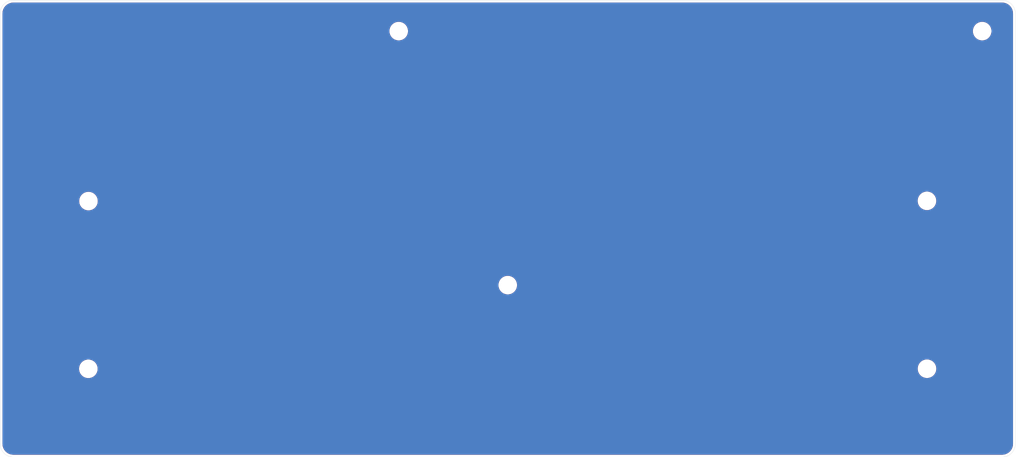
<source format=kicad_pcb>
(kicad_pcb (version 20171130) (host pcbnew 5.1.6)

  (general
    (thickness 1.6)
    (drawings 1455)
    (tracks 0)
    (zones 0)
    (modules 8)
    (nets 1)
  )

  (page A4)
  (layers
    (0 F.Cu signal)
    (31 B.Cu signal)
    (32 B.Adhes user)
    (33 F.Adhes user)
    (34 B.Paste user)
    (35 F.Paste user)
    (36 B.SilkS user)
    (37 F.SilkS user)
    (38 B.Mask user)
    (39 F.Mask user)
    (40 Dwgs.User user)
    (41 Cmts.User user)
    (42 Eco1.User user)
    (43 Eco2.User user)
    (44 Edge.Cuts user)
    (45 Margin user)
    (46 B.CrtYd user)
    (47 F.CrtYd user)
    (48 B.Fab user)
    (49 F.Fab user)
  )

  (setup
    (last_trace_width 0.25)
    (trace_clearance 0.2)
    (zone_clearance 0.508)
    (zone_45_only no)
    (trace_min 0.2)
    (via_size 0.8)
    (via_drill 0.4)
    (via_min_size 0.4)
    (via_min_drill 0.3)
    (uvia_size 0.3)
    (uvia_drill 0.1)
    (uvias_allowed no)
    (uvia_min_size 0.2)
    (uvia_min_drill 0.1)
    (edge_width 0.05)
    (segment_width 0.2)
    (pcb_text_width 0.3)
    (pcb_text_size 1.5 1.5)
    (mod_edge_width 0.12)
    (mod_text_size 1 1)
    (mod_text_width 0.15)
    (pad_size 1.524 1.524)
    (pad_drill 0.762)
    (pad_to_mask_clearance 0.05)
    (aux_axis_origin 0 0)
    (visible_elements FFFFFFFF)
    (pcbplotparams
      (layerselection 0x010fc_ffffffff)
      (usegerberextensions false)
      (usegerberattributes true)
      (usegerberadvancedattributes true)
      (creategerberjobfile true)
      (excludeedgelayer true)
      (linewidth 0.100000)
      (plotframeref false)
      (viasonmask false)
      (mode 1)
      (useauxorigin false)
      (hpglpennumber 1)
      (hpglpenspeed 20)
      (hpglpendiameter 15.000000)
      (psnegative false)
      (psa4output false)
      (plotreference true)
      (plotvalue true)
      (plotinvisibletext false)
      (padsonsilk false)
      (subtractmaskfromsilk false)
      (outputformat 1)
      (mirror false)
      (drillshape 0)
      (scaleselection 1)
      (outputdirectory ""))
  )

  (net 0 "")

  (net_class Default "This is the default net class."
    (clearance 0.2)
    (trace_width 0.25)
    (via_dia 0.8)
    (via_drill 0.4)
    (uvia_dia 0.3)
    (uvia_drill 0.1)
  )

  (module Keyboard:ccccc1 (layer F.Cu) (tedit 0) (tstamp 5F5D9418)
    (at 140.84 114.83)
    (fp_text reference G*** (at 0 0) (layer F.SilkS) hide
      (effects (font (size 1.524 1.524) (thickness 0.3)))
    )
    (fp_text value LOGO (at 0.75 0) (layer F.SilkS) hide
      (effects (font (size 1.524 1.524) (thickness 0.3)))
    )
  )

  (module MountingHole:MountingHole_3.2mm_M3 (layer F.Cu) (tedit 56D1B4CB) (tstamp 5F5C118E)
    (at 136.56 44.74)
    (descr "Mounting Hole 3.2mm, no annular, M3")
    (tags "mounting hole 3.2mm no annular m3")
    (attr virtual)
    (fp_text reference REF** (at 0 -4.2) (layer F.SilkS) hide
      (effects (font (size 1 1) (thickness 0.15)))
    )
    (fp_text value MountingHole_3.2mm_M3 (at 0 4.2) (layer F.Fab)
      (effects (font (size 1 1) (thickness 0.15)))
    )
    (fp_circle (center 0 0) (end 3.2 0) (layer Cmts.User) (width 0.15))
    (fp_circle (center 0 0) (end 3.45 0) (layer F.CrtYd) (width 0.05))
    (fp_text user %R (at 0.3 0) (layer F.Fab)
      (effects (font (size 1 1) (thickness 0.15)))
    )
    (pad 1 np_thru_hole circle (at 0 0) (size 3.2 3.2) (drill 3.2) (layers *.Cu *.Mask))
  )

  (module MountingHole:MountingHole_3.2mm_M3 (layer F.Cu) (tedit 56D1B4CB) (tstamp 5F5C1179)
    (at 268.74 44.74)
    (descr "Mounting Hole 3.2mm, no annular, M3")
    (tags "mounting hole 3.2mm no annular m3")
    (attr virtual)
    (fp_text reference REF** (at 0 -4.2) (layer F.SilkS) hide
      (effects (font (size 1 1) (thickness 0.15)))
    )
    (fp_text value MountingHole_3.2mm_M3 (at 0 4.2) (layer F.Fab)
      (effects (font (size 1 1) (thickness 0.15)))
    )
    (fp_circle (center 0 0) (end 3.45 0) (layer F.CrtYd) (width 0.05))
    (fp_circle (center 0 0) (end 3.2 0) (layer Cmts.User) (width 0.15))
    (fp_text user %R (at 0.3 0) (layer F.Fab)
      (effects (font (size 1 1) (thickness 0.15)))
    )
    (pad 1 np_thru_hole circle (at 0 0) (size 3.2 3.2) (drill 3.2) (layers *.Cu *.Mask))
  )

  (module MountingHole:MountingHole_3.2mm_M3 (layer F.Cu) (tedit 56D1B4CB) (tstamp 5F5C115A)
    (at 66.25 121.24)
    (descr "Mounting Hole 3.2mm, no annular, M3")
    (tags "mounting hole 3.2mm no annular m3")
    (attr virtual)
    (fp_text reference REF** (at 0 -4.2) (layer F.SilkS) hide
      (effects (font (size 1 1) (thickness 0.15)))
    )
    (fp_text value MountingHole_3.2mm_M3 (at 0 4.2) (layer F.Fab)
      (effects (font (size 1 1) (thickness 0.15)))
    )
    (fp_circle (center 0 0) (end 3.2 0) (layer Cmts.User) (width 0.15))
    (fp_circle (center 0 0) (end 3.45 0) (layer F.CrtYd) (width 0.05))
    (fp_text user %R (at 0.3 0) (layer F.Fab)
      (effects (font (size 1 1) (thickness 0.15)))
    )
    (pad 1 np_thru_hole circle (at 0 0) (size 3.2 3.2) (drill 3.2) (layers *.Cu *.Mask))
  )

  (module MountingHole:MountingHole_3.2mm_M3 (layer F.Cu) (tedit 56D1B4CB) (tstamp 5F5C1153)
    (at 256.23 83.19)
    (descr "Mounting Hole 3.2mm, no annular, M3")
    (tags "mounting hole 3.2mm no annular m3")
    (attr virtual)
    (fp_text reference REF** (at 0 -4.2) (layer F.SilkS) hide
      (effects (font (size 1 1) (thickness 0.15)))
    )
    (fp_text value MountingHole_3.2mm_M3 (at 0 4.2) (layer F.Fab)
      (effects (font (size 1 1) (thickness 0.15)))
    )
    (fp_circle (center 0 0) (end 3.2 0) (layer Cmts.User) (width 0.15))
    (fp_circle (center 0 0) (end 3.45 0) (layer F.CrtYd) (width 0.05))
    (fp_text user %R (at 0.3 0) (layer F.Fab)
      (effects (font (size 1 1) (thickness 0.15)))
    )
    (pad 1 np_thru_hole circle (at 0 0) (size 3.2 3.2) (drill 3.2) (layers *.Cu *.Mask))
  )

  (module MountingHole:MountingHole_3.2mm_M3 (layer F.Cu) (tedit 56D1B4CB) (tstamp 5F5C1145)
    (at 161.26 102.28)
    (descr "Mounting Hole 3.2mm, no annular, M3")
    (tags "mounting hole 3.2mm no annular m3")
    (attr virtual)
    (fp_text reference REF** (at 0 -4.2) (layer F.SilkS) hide
      (effects (font (size 1 1) (thickness 0.15)))
    )
    (fp_text value MountingHole_3.2mm_M3 (at 0 4.2) (layer F.Fab)
      (effects (font (size 1 1) (thickness 0.15)))
    )
    (fp_circle (center 0 0) (end 3.2 0) (layer Cmts.User) (width 0.15))
    (fp_circle (center 0 0) (end 3.45 0) (layer F.CrtYd) (width 0.05))
    (fp_text user %R (at 0.3 0) (layer F.Fab)
      (effects (font (size 1 1) (thickness 0.15)))
    )
    (pad 1 np_thru_hole circle (at 0 0) (size 3.2 3.2) (drill 3.2) (layers *.Cu *.Mask))
  )

  (module MountingHole:MountingHole_3.2mm_M3 (layer F.Cu) (tedit 56D1B4CB) (tstamp 5F5C113D)
    (at 66.28 83.25)
    (descr "Mounting Hole 3.2mm, no annular, M3")
    (tags "mounting hole 3.2mm no annular m3")
    (attr virtual)
    (fp_text reference REF** (at 0 -4.2) (layer F.SilkS) hide
      (effects (font (size 1 1) (thickness 0.15)))
    )
    (fp_text value MountingHole_3.2mm_M3 (at 0 4.2) (layer F.Fab)
      (effects (font (size 1 1) (thickness 0.15)))
    )
    (fp_circle (center 0 0) (end 3.2 0) (layer Cmts.User) (width 0.15))
    (fp_circle (center 0 0) (end 3.45 0) (layer F.CrtYd) (width 0.05))
    (fp_text user %R (at 0.3 0) (layer F.Fab)
      (effects (font (size 1 1) (thickness 0.15)))
    )
    (pad 1 np_thru_hole circle (at 0 0) (size 3.2 3.2) (drill 3.2) (layers *.Cu *.Mask))
  )

  (module MountingHole:MountingHole_3.2mm_M3 (layer F.Cu) (tedit 56D1B4CB) (tstamp 5F5C1136)
    (at 256.24 121.22)
    (descr "Mounting Hole 3.2mm, no annular, M3")
    (tags "mounting hole 3.2mm no annular m3")
    (attr virtual)
    (fp_text reference REF** (at 0 -4.2) (layer F.SilkS) hide
      (effects (font (size 1 1) (thickness 0.15)))
    )
    (fp_text value MountingHole_3.2mm_M3 (at 0 4.2) (layer F.Fab)
      (effects (font (size 1 1) (thickness 0.15)))
    )
    (fp_circle (center 0 0) (end 3.2 0) (layer Cmts.User) (width 0.15))
    (fp_circle (center 0 0) (end 3.45 0) (layer F.CrtYd) (width 0.05))
    (fp_text user %R (at 0.3 0) (layer F.Fab)
      (effects (font (size 1 1) (thickness 0.15)))
    )
    (pad 1 np_thru_hole circle (at 0 0) (size 3.2 3.2) (drill 3.2) (layers *.Cu *.Mask))
  )

  (gr_line (start 125.022648 117.72838) (end 125.109689 116.9595) (layer B.Mask) (width 0.2))
  (gr_line (start 124.935599 118.49726) (end 125.022648 117.72838) (layer B.Mask) (width 0.2))
  (gr_line (start 124.719808 118.506309) (end 124.935599 118.49726) (layer B.Mask) (width 0.2))
  (gr_line (start 110.486598 55.928116) (end 110.646178 59.438846) (layer B.Mask) (width 0.2))
  (gr_line (start 110.210958 54.346836) (end 110.486598 55.928116) (layer B.Mask) (width 0.2))
  (gr_line (start 109.703208 53.331336) (end 110.210958 54.346836) (layer B.Mask) (width 0.2))
  (gr_line (start 125.776714 107.22574) (end 125.776714 107.22574) (layer B.Mask) (width 0.2))
  (gr_line (start 126.246374 107.316407) (end 125.776714 107.22574) (layer B.Mask) (width 0.2))
  (gr_line (start 126.356994 107.73349) (end 126.246374 107.316407) (layer B.Mask) (width 0.2))
  (gr_line (start 89.937283 127.981515) (end 81.733522 126.82457) (layer B.Mask) (width 0.2))
  (gr_line (start 98.097522 129.07318) (end 89.937283 127.981515) (layer B.Mask) (width 0.2))
  (gr_line (start 95.355672 129.58093) (end 98.097522 129.07318) (layer B.Mask) (width 0.2))
  (gr_line (start 89.48032 84.985896) (end 89.340689 82.998423) (layer B.Mask) (width 0.2))
  (gr_line (start 90.046098 86.697745) (end 89.48032 84.985896) (layer B.Mask) (width 0.2))
  (gr_line (start 90.50103 87.431941) (end 90.046098 86.697745) (layer B.Mask) (width 0.2))
  (gr_line (start 94.180613 98.608136) (end 94.572305 98.680636) (layer B.Mask) (width 0.2))
  (gr_line (start 92.251167 97.55637) (end 94.180613 98.608136) (layer B.Mask) (width 0.2))
  (gr_line (start 90.495803 96.243476) (end 92.251167 97.55637) (layer B.Mask) (width 0.2))
  (gr_line (start 122.41871 68.766934) (end 122.324414 68.52031) (layer B.Mask) (width 0.2))
  (gr_line (start 122.643574 68.88299) (end 122.41871 68.766934) (layer B.Mask) (width 0.2))
  (gr_line (start 122.861186 68.754237) (end 122.643574 68.88299) (layer B.Mask) (width 0.2))
  (gr_line (start 93.049084 85.566216) (end 92.31761 84.960092) (layer B.Mask) (width 0.2))
  (gr_line (start 94.131679 85.869023) (end 93.049084 85.566216) (layer B.Mask) (width 0.2))
  (gr_line (start 95.225154 85.638716) (end 94.131679 85.869023) (layer B.Mask) (width 0.2))
  (gr_line (start 113.329944 127.032906) (end 114.577559 126.89692) (layer B.Mask) (width 0.2))
  (gr_line (start 112.082329 126.94042) (end 113.329944 127.032906) (layer B.Mask) (width 0.2))
  (gr_line (start 111.922759 126.89692) (end 112.082329 126.94042) (layer B.Mask) (width 0.2))
  (gr_line (start 98.561457 53.287767) (end 98.517937 53.592416) (layer B.Mask) (width 0.2))
  (gr_line (start 98.822585 52.243257) (end 98.561457 53.287767) (layer B.Mask) (width 0.2))
  (gr_line (start 99.049259 51.795346) (end 98.822585 52.243257) (layer B.Mask) (width 0.2))
  (gr_line (start 128.069253 123.56043) (end 128.910668 123.638381) (layer B.Mask) (width 0.2))
  (gr_line (start 128.388413 122.95113) (end 128.069253 123.56043) (layer B.Mask) (width 0.2))
  (gr_line (start 129.984193 123.15423) (end 128.388413 122.95113) (layer B.Mask) (width 0.2))
  (gr_line (start 121.424929 102.72799) (end 120.953442 100.994381) (layer B.Mask) (width 0.2))
  (gr_line (start 121.482929 103.03264) (end 121.424929 102.72799) (layer B.Mask) (width 0.2))
  (gr_line (start 121.744054 103.42795) (end 121.482929 103.03264) (layer B.Mask) (width 0.2))
  (gr_line (start 93.165004 101.93003) (end 92.840407 102.221986) (layer B.Mask) (width 0.2))
  (gr_line (start 93.339089 101.72693) (end 93.165004 101.93003) (layer B.Mask) (width 0.2))
  (gr_line (start 93.893077 100.885972) (end 93.339089 101.72693) (layer B.Mask) (width 0.2))
  (gr_line (start 95.587764 46.193821) (end 95.558744 46.324386) (layer B.Mask) (width 0.2))
  (gr_line (start 95.945004 45.526494) (end 95.587764 46.193821) (layer B.Mask) (width 0.2))
  (gr_line (start 96.661294 45.294379) (end 95.945004 45.526494) (layer B.Mask) (width 0.2))
  (gr_line (start 102.043162 54.114673) (end 102.260772 54.085663) (layer B.Mask) (width 0.2))
  (gr_line (start 100.937 54.364919) (end 102.043162 54.114673) (layer B.Mask) (width 0.2))
  (gr_line (start 99.809072 54.33228) (end 100.937 54.364919) (layer B.Mask) (width 0.2))
  (gr_line (start 109.906308 51.837106) (end 109.572648 52.160343) (layer B.Mask) (width 0.2))
  (gr_line (start 113.750698 49.196806) (end 109.906308 51.837106) (layer B.Mask) (width 0.2))
  (gr_line (start 113.866758 49.037227) (end 113.750698 49.196806) (layer B.Mask) (width 0.2))
  (gr_line (start 116.144329 98.14379) (end 115.157849 97.98421) (layer B.Mask) (width 0.2))
  (gr_line (start 116.566848 98.234415) (end 116.144329 98.14379) (layer B.Mask) (width 0.2))
  (gr_line (start 117.000249 98.21629) (end 116.566848 98.234415) (layer B.Mask) (width 0.2))
  (gr_line (start 93.585804 82.98413) (end 94.079047 83.34681) (layer B.Mask) (width 0.2))
  (gr_line (start 98.518292 55.942157) (end 98.518304 55.94213) (layer B.Mask) (width 0.2))
  (gr_line (start 98.532802 56.000157) (end 98.518292 55.942157) (layer B.Mask) (width 0.2))
  (gr_line (start 91.063408 88.045093) (end 90.50103 87.431941) (layer B.Mask) (width 0.2))
  (gr_line (start 91.73731 88.535841) (end 91.063408 88.045093) (layer B.Mask) (width 0.2))
  (gr_line (start 92.526818 88.902826) (end 91.73731 88.535841) (layer B.Mask) (width 0.2))
  (gr_line (start 128.794674 120.8765) (end 128.765657 120.424966) (layer B.Mask) (width 0.2))
  (gr_line (start 125.443524 119.77393) (end 125.443524 119.77396) (layer B.Mask) (width 0.2))
  (gr_line (start 126.023814 119.36773) (end 125.443524 119.77393) (layer B.Mask) (width 0.2))
  (gr_line (start 124.367995 92.159615) (end 123.397834 95.024778) (layer B.Mask) (width 0.2))
  (gr_line (start 93.643714 71.233088) (end 93.962871 71.160588) (layer B.Mask) (width 0.2))
  (gr_line (start 91.360662 71.811561) (end 93.643714 71.233088) (layer B.Mask) (width 0.2))
  (gr_line (start 89.219044 72.814368) (end 91.360662 71.811561) (layer B.Mask) (width 0.2))
  (gr_line (start 98.55816 85.236238) (end 99.085858 84.220283) (layer B.Mask) (width 0.2))
  (gr_line (start 97.111074 87.031496) (end 98.55816 85.236238) (layer B.Mask) (width 0.2))
  (gr_line (start 96.67586 87.437696) (end 97.111074 87.031496) (layer B.Mask) (width 0.2))
  (gr_line (start 88.870994 88.03281) (end 88.365058 85.441474) (layer B.Mask) (width 0.2))
  (gr_line (start 89.541946 90.08557) (end 88.870994 88.03281) (layer B.Mask) (width 0.2))
  (gr_line (start 90.009347 91.056186) (end 89.541946 90.08557) (layer B.Mask) (width 0.2))
  (gr_line (start 105.786266 53.824579) (end 106.049206 53.086529) (layer B.Mask) (width 0.2))
  (gr_line (start 103.769776 57.988119) (end 105.786266 53.824579) (layer B.Mask) (width 0.2))
  (gr_line (start 103.523156 58.713479) (end 103.769776 57.988119) (layer B.Mask) (width 0.2))
  (gr_line (start 123.797373 82.59082) (end 123.601074 84.21698) (layer B.Mask) (width 0.2))
  (gr_line (start 123.778784 80.97826) (end 123.797373 82.59082) (layer B.Mask) (width 0.2))
  (gr_line (start 123.548027 79.38202) (end 123.778784 80.97826) (layer B.Mask) (width 0.2))
  (gr_line (start 112.807768 74.134586) (end 113.895808 75.353186) (layer B.Mask) (width 0.2))
  (gr_line (start 112.3211 73.367973) (end 112.807768 74.134586) (layer B.Mask) (width 0.2))
  (gr_line (start 111.993558 72.549681) (end 112.3211 73.367973) (layer B.Mask) (width 0.2))
  (gr_line (start 118.027537 125.92562) (end 118.737482 125.473405) (layer B.Mask) (width 0.2))
  (gr_line (start 117.203349 126.22959) (end 118.027537 125.92562) (layer B.Mask) (width 0.2))
  (gr_line (start 114.577559 126.89692) (end 117.203349 126.22959) (layer B.Mask) (width 0.2))
  (gr_line (start 130.326932 123.373649) (end 129.984193 123.15423) (layer B.Mask) (width 0.2))
  (gr_line (start 130.462932 123.73451) (end 130.326932 123.373649) (layer B.Mask) (width 0.2))
  (gr_line (start 130.374077 124.133459) (end 130.462932 123.73451) (layer B.Mask) (width 0.2))
  (gr_line (start 129.104589 119.044902) (end 129.621409 118.48275) (layer B.Mask) (width 0.2))
  (gr_line (start 128.359289 118.84543) (end 129.104589 119.044902) (layer B.Mask) (width 0.2))
  (gr_line (start 126.937589 118.10557) (end 128.359289 118.84543) (layer B.Mask) (width 0.2))
  (gr_line (start 105.310825 51.657499) (end 105.495793 52.170689) (layer B.Mask) (width 0.2))
  (gr_line (start 104.842973 51.372796) (end 105.310825 51.657499) (layer B.Mask) (width 0.2))
  (gr_line (start 104.291693 51.285756) (end 104.842973 51.372796) (layer B.Mask) (width 0.2))
  (gr_line (start 91.119588 82.54908) (end 91.119588 82.54908) (layer B.Mask) (width 0.2))
  (gr_line (start 91.221138 82.11386) (end 91.119588 82.54908) (layer B.Mask) (width 0.2))
  (gr_line (start 91.670636 81.507735) (end 91.221138 82.11386) (layer B.Mask) (width 0.2))
  (gr_line (start 94.541918 81.164326) (end 93.875948 80.92428) (layer B.Mask) (width 0.2))
  (gr_line (start 95.080043 81.539017) (end 94.541918 81.164326) (layer B.Mask) (width 0.2))
  (gr_line (start 95.487603 82.052433) (end 95.080043 81.539017) (layer B.Mask) (width 0.2))
  (gr_line (start 112.587714 71.6741) (end 112.575701 70.798006) (layer B.Mask) (width 0.2))
  (gr_line (start 112.769731 72.497152) (end 112.587714 71.6741) (layer B.Mask) (width 0.2))
  (gr_line (start 113.112233 73.268524) (end 112.769731 72.497152) (layer B.Mask) (width 0.2))
  (gr_line (start 103.203667 45.802075) (end 106.018047 45.584468) (layer B.Mask) (width 0.2))
  (gr_line (start 96.835037 45.990668) (end 103.203667 45.802075) (layer B.Mask) (width 0.2))
  (gr_line (start 96.381688 46.088591) (end 96.835037 45.990668) (layer B.Mask) (width 0.2))
  (gr_line (start 79.078539 126.360188) (end 79.209103 126.171598) (layer B.Mask) (width 0.2))
  (gr_line (start 79.078539 127.201608) (end 79.078539 126.360188) (layer B.Mask) (width 0.2))
  (gr_line (start 79.22361 127.506258) (end 79.078539 127.201608) (layer B.Mask) (width 0.2))
  (gr_line (start 98.895123 54.143687) (end 99.809072 54.33228) (layer B.Mask) (width 0.2))
  (gr_line (start 98.586847 53.949654) (end 98.895123 54.143687) (layer B.Mask) (width 0.2))
  (gr_line (start 98.517937 53.592416) (end 98.586847 53.949654) (layer B.Mask) (width 0.2))
  (gr_line (start 96.226067 117.3077) (end 96.663095 117.333096) (layer B.Mask) (width 0.2))
  (gr_line (start 95.868831 117.574271) (end 96.226067 117.3077) (layer B.Mask) (width 0.2))
  (gr_line (start 95.761839 118.00405) (end 95.868831 117.574271) (layer B.Mask) (width 0.2))
  (gr_line (start 101.230921 43.306908) (end 105.292921 43.103808) (layer B.Mask) (width 0.2))
  (gr_line (start 96.806251 43.422965) (end 101.230921 43.306908) (layer B.Mask) (width 0.2))
  (gr_line (start 95.776241 43.568037) (end 96.806251 43.422965) (layer B.Mask) (width 0.2))
  (gr_line (start 103.643098 73.241028) (end 101.521204 73.61232) (layer B.Mask) (width 0.2))
  (gr_line (start 105.766353 73.00302) (end 103.643098 73.241028) (layer B.Mask) (width 0.2))
  (gr_line (start 110.022384 72.69837) (end 105.766353 73.00302) (layer B.Mask) (width 0.2))
  (gr_line (start 94.964978 132.322636) (end 94.338224 132.076013) (layer B.Mask) (width 0.2))
  (gr_line (start 95.674694 132.438678) (end 94.964978 132.322636) (layer B.Mask) (width 0.2))
  (gr_line (start 128.794674 120.8765) (end 128.794674 120.8765) (layer B.Mask) (width 0.2))
  (gr_line (start 128.214384 120.2672) (end 128.794674 120.8765) (layer B.Mask) (width 0.2))
  (gr_line (start 128.765657 120.424966) (end 128.214384 120.2672) (layer B.Mask) (width 0.2))
  (gr_line (start 125.443364 52.881548) (end 129.084654 58.452288) (layer B.Mask) (width 0.2))
  (gr_line (start 109.006741 42.349436) (end 111.124781 41.957743) (layer B.Mask) (width 0.2))
  (gr_line (start 105.670101 43.045778) (end 109.006741 42.349436) (layer B.Mask) (width 0.2))
  (gr_line (start 105.292921 43.103808) (end 105.670101 43.045778) (layer B.Mask) (width 0.2))
  (gr_line (start 121.026069 68.068775) (end 121.163894 68.34622) (layer B.Mask) (width 0.2))
  (gr_line (start 121.192894 67.82397) (end 121.026069 68.068775) (layer B.Mask) (width 0.2))
  (gr_line (start 121.68251 67.609973) (end 121.192894 67.82397) (layer B.Mask) (width 0.2))
  (gr_line (start 122.237414 67.54833) (end 121.68251 67.609973) (layer B.Mask) (width 0.2))
  (gr_line (start 103.769814 79.32813) (end 103.769814 79.32813) (layer B.Mask) (width 0.2))
  (gr_line (start 103.514352 77.776094) (end 103.769814 79.32813) (layer B.Mask) (width 0.2))
  (gr_line (start 93.716026 69.838623) (end 93.968314 68.850323) (layer B.Mask) (width 0.2))
  (gr_line (start 93.875831 70.913968) (end 93.716026 69.838623) (layer B.Mask) (width 0.2))
  (gr_line (start 93.962871 71.160588) (end 93.875831 70.913968) (layer B.Mask) (width 0.2))
  (gr_line (start 92.314618 81.083856) (end 91.670636 81.507735) (layer B.Mask) (width 0.2))
  (gr_line (start 93.075563 80.877585) (end 92.314618 81.083856) (layer B.Mask) (width 0.2))
  (gr_line (start 93.875948 80.92428) (end 93.075563 80.877585) (layer B.Mask) (width 0.2))
  (gr_line (start 125.849534 95.735628) (end 127.851518 96.459168) (layer B.Mask) (width 0.2))
  (gr_line (start 129.975039 102.376209) (end 129.606919 101.75603) (layer B.Mask) (width 0.2))
  (gr_line (start 130.375799 102.97463) (end 129.975039 102.376209) (layer B.Mask) (width 0.2))
  (gr_line (start 130.970589 104.26576) (end 130.375799 102.97463) (layer B.Mask) (width 0.2))
  (gr_line (start 96.987764 78.675297) (end 97.54629 79.386146) (layer B.Mask) (width 0.2))
  (gr_line (start 96.21163 78.225576) (end 96.987764 78.675297) (layer B.Mask) (width 0.2))
  (gr_line (start 94.51611 77.844766) (end 96.21163 78.225576) (layer B.Mask) (width 0.2))
  (gr_line (start 122.585469 101.81404) (end 122.759549 102.87306) (layer B.Mask) (width 0.2))
  (gr_line (start 122.119424 100.357881) (end 122.585469 101.81404) (layer B.Mask) (width 0.2))
  (gr_line (start 121.424899 98.99965) (end 122.119424 100.357881) (layer B.Mask) (width 0.2))
  (gr_line (start 132.131124 100.581008) (end 132.856483 101.886648) (layer B.Mask) (width 0.2))
  (gr_line (start 125.458004 67.82397) (end 125.574064 66.48931) (layer B.Mask) (width 0.2))
  (gr_line (start 125.216145 68.343963) (end 125.458004 67.82397) (layer B.Mask) (width 0.2))
  (gr_line (start 124.85052 68.741552) (end 125.216145 68.343963) (layer B.Mask) (width 0.2))
  (gr_line (start 102.986534 54.042101) (end 102.870484 53.780972) (layer B.Mask) (width 0.2))
  (gr_line (start 103.334704 53.08463) (end 102.986534 54.042101) (layer B.Mask) (width 0.2))
  (gr_line (start 91.119588 82.54908) (end 91.119604 82.54913) (layer B.Mask) (width 0.2))
  (gr_line (start 97.894325 99.69597) (end 98.126439 99.43484) (layer B.Mask) (width 0.2))
  (gr_line (start 97.081924 100.86379) (end 97.894325 99.69597) (layer B.Mask) (width 0.2))
  (gr_line (start 96.617695 102.2057) (end 97.081924 100.86379) (layer B.Mask) (width 0.2))
  (gr_line (start 101.086062 56.914097) (end 98.532802 56.000157) (layer B.Mask) (width 0.2))
  (gr_line (start 101.301857 56.905033) (end 101.086062 56.914097) (layer B.Mask) (width 0.2))
  (gr_line (start 101.463248 56.754527) (end 101.301857 56.905033) (layer B.Mask) (width 0.2))
  (gr_line (start 98.909921 96.12779) (end 98.850079 96.564821) (layer B.Mask) (width 0.2))
  (gr_line (start 98.837381 95.79413) (end 98.909921 96.12779) (layer B.Mask) (width 0.2))
  (gr_line (start 98.530237 93.705327) (end 98.837381 95.79413) (layer B.Mask) (width 0.2))
  (gr_line (start 103.131493 131.06053) (end 108.441103 131.52476) (layer B.Mask) (width 0.2))
  (gr_line (start 98.663303 130.68335) (end 103.131493 131.06053) (layer B.Mask) (width 0.2))
  (gr_line (start 95.718353 130.49476) (end 98.663303 130.68335) (layer B.Mask) (width 0.2))
  (gr_line (start 143.301754 58.90203) (end 140.008637 59.855872) (layer B.Mask) (width 0.2))
  (gr_line (start 143.809504 58.68442) (end 143.301754 58.90203) (layer B.Mask) (width 0.2))
  (gr_line (start 144.196661 58.636593) (end 143.809504 58.68442) (layer B.Mask) (width 0.2))
  (gr_line (start 129.592374 97.694088) (end 130.375764 98.433948) (layer B.Mask) (width 0.2))
  (gr_line (start 132.060564 63.936175) (end 127.068333 65.502946) (layer B.Mask) (width 0.2))
  (gr_line (start 137.107233 62.543486) (end 132.060564 63.936175) (layer B.Mask) (width 0.2))
  (gr_line (start 140.400343 61.803626) (end 137.107233 62.543486) (layer B.Mask) (width 0.2))
  (gr_line (start 125.544594 107.08066) (end 126.313474 106.68896) (layer B.Mask) (width 0.2))
  (gr_line (start 124.416665 107.593842) (end 125.544594 107.08066) (layer B.Mask) (width 0.2))
  (gr_line (start 123.179934 107.66094) (end 124.416665 107.593842) (layer B.Mask) (width 0.2))
  (gr_line (start 107.716935 135.242163) (end 106.96483 134.883112) (layer B.Mask) (width 0.2))
  (gr_line (start 108.586004 135.340098) (end 107.716935 135.242163) (layer B.Mask) (width 0.2))
  (gr_line (start 112.067878 48.645535) (end 112.32719 48.944744) (layer B.Mask) (width 0.2))
  (gr_line (start 112.0171 48.273789) (end 112.067878 48.645535) (layer B.Mask) (width 0.2))
  (gr_line (start 112.183928 47.934685) (end 112.0171 48.273789) (layer B.Mask) (width 0.2))
  (gr_line (start 86.131199 81.749675) (end 86.46101 80.359937) (layer B.Mask) (width 0.2))
  (gr_line (start 85.955073 83.187016) (end 86.131199 81.749675) (layer B.Mask) (width 0.2))
  (gr_line (start 85.987714 85.901665) (end 85.955073 83.187016) (layer B.Mask) (width 0.2))
  (gr_line (start 119.814639 124.14056) (end 120.859149 121.979) (layer B.Mask) (width 0.2))
  (gr_line (start 119.333182 124.877025) (end 119.814639 124.14056) (layer B.Mask) (width 0.2))
  (gr_line (start 118.737482 125.473405) (end 119.333182 124.877025) (layer B.Mask) (width 0.2))
  (gr_line (start 92.425204 103.91763) (end 92.307335 104.064506) (layer B.Mask) (width 0.2))
  (gr_line (start 92.425204 103.91763) (end 92.425204 103.91763) (layer B.Mask) (width 0.2))
  (gr_line (start 118.929621 40.855201) (end 118.929704 40.85513) (layer B.Mask) (width 0.2))
  (gr_line (start 99.018737 80.64868) (end 98.851906 82.63616) (layer B.Mask) (width 0.2))
  (gr_line (start 98.793876 78.6612) (end 99.018737 80.64868) (layer B.Mask) (width 0.2))
  (gr_line (start 98.35866 77.415403) (end 98.793876 78.6612) (layer B.Mask) (width 0.2))
  (gr_line (start 91.900951 85.603787) (end 92.43355 86.061215) (layer B.Mask) (width 0.2))
  (gr_line (start 91.474095 85.019875) (end 91.900951 85.603787) (layer B.Mask) (width 0.2))
  (gr_line (start 91.177634 84.318999) (end 91.474095 85.019875) (layer B.Mask) (width 0.2))
  (gr_line (start 88.783995 124.57595) (end 86.375815 125.0837) (layer B.Mask) (width 0.2))
  (gr_line (start 88.667938 124.40186) (end 88.783995 124.57595) (layer B.Mask) (width 0.2))
  (gr_line (start 88.492945 124.04983) (end 88.667938 124.40186) (layer B.Mask) (width 0.2))
  (gr_line (start 136.79703 65.390333) (end 132.580894 66.576288) (layer B.Mask) (width 0.2))
  (gr_line (start 94.604834 100.276219) (end 93.893077 100.885972) (layer B.Mask) (width 0.2))
  (gr_line (start 95.452596 99.862311) (end 94.604834 100.276219) (layer B.Mask) (width 0.2))
  (gr_line (start 96.414599 99.60889) (end 95.452596 99.862311) (layer B.Mask) (width 0.2))
  (gr_line (start 126.734489 117.975) (end 126.937589 118.10557) (layer B.Mask) (width 0.2))
  (gr_line (start 125.965612 117.423727) (end 126.734489 117.975) (layer B.Mask) (width 0.2))
  (gr_line (start 125.109689 116.9595) (end 125.965612 117.423727) (layer B.Mask) (width 0.2))
  (gr_line (start 102.687979 59.232945) (end 102.429343 59.514925) (layer B.Mask) (width 0.2))
  (gr_line (start 102.855493 58.727919) (end 102.687979 59.232945) (layer B.Mask) (width 0.2))
  (gr_line (start 103.232673 57.654389) (end 102.855493 58.727919) (layer B.Mask) (width 0.2))
  (gr_line (start 94.804404 129.21813) (end 94.777883 129.735853) (layer B.Mask) (width 0.2))
  (gr_line (start 126.313963 65.822096) (end 126.313904 65.82193) (layer B.Mask) (width 0.2))
  (gr_line (start 127.068333 65.502946) (end 126.313963 65.822096) (layer B.Mask) (width 0.2))
  (gr_line (start 90.790276 86.058387) (end 91.444229 87.02243) (layer B.Mask) (width 0.2))
  (gr_line (start 90.37977 84.869936) (end 90.790276 86.058387) (layer B.Mask) (width 0.2))
  (gr_line (start 90.249886 83.8669) (end 90.37977 84.869936) (layer B.Mask) (width 0.2))
  (gr_line (start 119.829144 40.85513) (end 120.075764 40.95668) (layer B.Mask) (width 0.2))
  (gr_line (start 100.839001 55.101129) (end 99.852514 55.2462) (layer B.Mask) (width 0.2))
  (gr_line (start 101.781964 54.738451) (end 100.839001 55.101129) (layer B.Mask) (width 0.2))
  (gr_line (start 102.097504 54.493643) (end 101.781964 54.738451) (layer B.Mask) (width 0.2))
  (gr_line (start 129.084654 58.452288) (end 129.476344 58.698908) (layer B.Mask) (width 0.2))
  (gr_line (start 85.75182 130.044998) (end 81.28362 129.363168) (layer B.Mask) (width 0.2))
  (gr_line (start 90.58269 130.654298) (end 85.75182 130.044998) (layer B.Mask) (width 0.2))
  (gr_line (start 97.73465 88.242977) (end 97.062109 88.701537) (layer B.Mask) (width 0.2))
  (gr_line (start 98.329668 87.655216) (end 97.73465 88.242977) (layer B.Mask) (width 0.2))
  (gr_line (start 99.275804 86.418934) (end 98.329668 87.655216) (layer B.Mask) (width 0.2))
  (gr_line (start 113.402528 46.454955) (end 112.183928 47.934685) (layer B.Mask) (width 0.2))
  (gr_line (start 113.620138 46.164812) (end 113.402528 46.454955) (layer B.Mask) (width 0.2))
  (gr_line (start 105.478015 47.916548) (end 113.620138 46.164812) (layer B.Mask) (width 0.2))
  (gr_line (start 98.822913 70.145176) (end 100.041513 70.069008) (layer B.Mask) (width 0.2))
  (gr_line (start 97.430233 69.884046) (end 98.822913 70.145176) (layer B.Mask) (width 0.2))
  (gr_line (start 96.958752 69.791578) (end 97.430233 69.884046) (layer B.Mask) (width 0.2))
  (gr_line (start 109.790298 64.400276) (end 108.774798 65.198176) (layer B.Mask) (width 0.2))
  (gr_line (start 110.283538 64.052106) (end 109.790298 64.400276) (layer B.Mask) (width 0.2))
  (gr_line (start 110.283538 63.718446) (end 110.283538 64.052106) (layer B.Mask) (width 0.2))
  (gr_line (start 130.825514 58.756908) (end 133.219184 58.684408) (layer B.Mask) (width 0.2))
  (gr_line (start 99.683828 81.91569) (end 99.751377 80.715453) (layer B.Mask) (width 0.2))
  (gr_line (start 99.461234 83.114566) (end 99.683828 81.91569) (layer B.Mask) (width 0.2))
  (gr_line (start 99.085858 84.220283) (end 99.461234 83.114566) (layer B.Mask) (width 0.2))
  (gr_line (start 106.090889 124.41624) (end 104.725402 120.711482) (layer B.Mask) (width 0.2))
  (gr_line (start 106.439059 125.17061) (end 106.090889 124.41624) (layer B.Mask) (width 0.2))
  (gr_line (start 106.381059 125.25761) (end 106.439059 125.17061) (layer B.Mask) (width 0.2))
  (gr_line (start 103.349103 130.42231) (end 96.820893 129.90005) (layer B.Mask) (width 0.2))
  (gr_line (start 109.282523 130.94457) (end 103.349103 130.42231) (layer B.Mask) (width 0.2))
  (gr_line (start 111.509368 131.08053) (end 109.282523 130.94457) (layer B.Mask) (width 0.2))
  (gr_line (start 93.524152 83.642391) (end 93.473377 83.328902) (layer B.Mask) (width 0.2))
  (gr_line (start 94.093557 84.15921) (end 93.524152 83.642391) (layer B.Mask) (width 0.2))
  (gr_line (start 94.677468 84.202728) (end 94.093557 84.15921) (layer B.Mask) (width 0.2))
  (gr_line (start 131.324164 99.453077) (end 132.131124 100.581008) (layer B.Mask) (width 0.2))
  (gr_line (start 97.894462 81.982926) (end 97.587772 82.904583) (layer B.Mask) (width 0.2))
  (gr_line (start 97.970624 80.657337) (end 97.894462 81.982926) (layer B.Mask) (width 0.2))
  (gr_line (start 97.54629 79.386146) (end 97.970624 80.657337) (layer B.Mask) (width 0.2))
  (gr_line (start 128.402953 61.121796) (end 128.852673 61.136296) (layer B.Mask) (width 0.2))
  (gr_line (start 128.00219 61.212466) (end 128.402953 61.121796) (layer B.Mask) (width 0.2))
  (gr_line (start 127.721113 61.542506) (end 128.00219 61.212466) (layer B.Mask) (width 0.2))
  (gr_line (start 113.083378 49.037227) (end 113.866758 49.037227) (layer B.Mask) (width 0.2))
  (gr_line (start 112.706188 49.037227) (end 113.083378 49.037227) (layer B.Mask) (width 0.2))
  (gr_line (start 112.32719 48.944744) (end 112.706188 49.037227) (layer B.Mask) (width 0.2))
  (gr_line (start 133.117554 130.306118) (end 132.348683 130.567248) (layer B.Mask) (width 0.2))
  (gr_line (start 135.503978 129.388546) (end 133.117554 130.306118) (layer B.Mask) (width 0.2))
  (gr_line (start 90.626354 91.96424) (end 90.009347 91.056186) (layer B.Mask) (width 0.2))
  (gr_line (start 91.62009 93.108495) (end 90.626354 91.96424) (layer B.Mask) (width 0.2))
  (gr_line (start 92.744394 94.1113) (end 91.62009 93.108495) (layer B.Mask) (width 0.2))
  (gr_line (start 98.882762 71.213268) (end 98.141081 70.914056) (layer B.Mask) (width 0.2))
  (gr_line (start 99.678841 71.218706) (end 98.882762 71.213268) (layer B.Mask) (width 0.2))
  (gr_line (start 102.623781 70.681936) (end 99.678841 71.218706) (layer B.Mask) (width 0.2))
  (gr_line (start 97.51324 55.139207) (end 97.429824 54.796476) (layer B.Mask) (width 0.2))
  (gr_line (start 97.836024 55.23169) (end 97.51324 55.139207) (layer B.Mask) (width 0.2))
  (gr_line (start 99.852514 55.2462) (end 97.836024 55.23169) (layer B.Mask) (width 0.2))
  (gr_line (start 89.672735 87.50626) (end 90.573764 88.58228) (layer B.Mask) (width 0.2))
  (gr_line (start 89.045074 86.13239) (end 89.672735 87.50626) (layer B.Mask) (width 0.2))
  (gr_line (start 88.667889 84.28998) (end 89.045074 86.13239) (layer B.Mask) (width 0.2))
  (gr_line (start 105.945921 70.290246) (end 102.623781 70.681936) (layer B.Mask) (width 0.2))
  (gr_line (start 111.458631 69.884046) (end 105.945921 70.290246) (layer B.Mask) (width 0.2))
  (gr_line (start 112.125961 69.855046) (end 111.458631 69.884046) (layer B.Mask) (width 0.2))
  (gr_line (start 121.454014 47.281852) (end 121.395988 46.659859) (layer B.Mask) (width 0.2))
  (gr_line (start 121.192884 47.876645) (end 121.454014 47.281852) (layer B.Mask) (width 0.2))
  (gr_line (start 120.844714 48.602001) (end 121.192884 47.876645) (layer B.Mask) (width 0.2))
  (gr_line (start 123.702434 134.165018) (end 119.132684 134.614738) (layer B.Mask) (width 0.2))
  (gr_line (start 128.373724 133.657268) (end 123.702434 134.165018) (layer B.Mask) (width 0.2))
  (gr_line (start 90.309048 82.884267) (end 90.249886 83.8669) (layer B.Mask) (width 0.2))
  (gr_line (start 90.545016 81.926116) (end 90.309048 82.884267) (layer B.Mask) (width 0.2))
  (gr_line (start 90.945549 80.996526) (end 90.545016 81.926116) (layer B.Mask) (width 0.2))
  (gr_line (start 95.152616 82.797166) (end 95.065576 82.969436) (layer B.Mask) (width 0.2))
  (gr_line (start 95.109096 82.592256) (end 95.152616 82.797166) (layer B.Mask) (width 0.2))
  (gr_line (start 94.816234 82.101506) (end 95.109096 82.592256) (layer B.Mask) (width 0.2))
  (gr_line (start 115.056384 96.30149) (end 115.876035 96.714939) (layer B.Mask) (width 0.2))
  (gr_line (start 117.275974 93.74823) (end 115.056384 96.30149) (layer B.Mask) (width 0.2))
  (gr_line (start 117.595124 96.85276) (end 117.275974 93.74823) (layer B.Mask) (width 0.2))
  (gr_line (start 123.789664 76.57172) (end 123.223884 77.12299) (layer B.Mask) (width 0.2))
  (gr_line (start 125.341924 75.58523) (end 123.789664 76.57172) (layer B.Mask) (width 0.2))
  (gr_line (start 126.631248 74.800035) (end 125.341924 75.58523) (layer B.Mask) (width 0.2))
  (gr_line (start 103.271395 82.850495) (end 104.192371 82.08275) (layer B.Mask) (width 0.2))
  (gr_line (start 102.449701 83.752886) (end 103.271395 82.850495) (layer B.Mask) (width 0.2))
  (gr_line (start 101.309763 85.360909) (end 102.449701 83.752886) (layer B.Mask) (width 0.2))
  (gr_line (start 142.144833 61.168936) (end 140.400343 61.803626) (layer B.Mask) (width 0.2))
  (gr_line (start 143.606423 60.033756) (end 142.144833 61.168936) (layer B.Mask) (width 0.2))
  (gr_line (start 144.215723 59.279386) (end 143.606423 60.033756) (layer B.Mask) (width 0.2))
  (gr_line (start 94.354728 81.72364) (end 94.816234 82.101506) (layer B.Mask) (width 0.2))
  (gr_line (start 93.795298 81.500819) (end 94.354728 81.72364) (layer B.Mask) (width 0.2))
  (gr_line (start 93.208666 81.475206) (end 93.795298 81.500819) (layer B.Mask) (width 0.2))
  (gr_line (start 121.698753 42.244188) (end 121.99139 43.217072) (layer B.Mask) (width 0.2))
  (gr_line (start 91.162997 100.203828) (end 91.627225 99.565518) (layer B.Mask) (width 0.2))
  (gr_line (start 90.597218 100.958208) (end 91.162997 100.203828) (layer B.Mask) (width 0.2))
  (gr_line (start 90.029626 102.149601) (end 90.597218 100.958208) (layer B.Mask) (width 0.2))
  (gr_line (start 123.238413 64.705056) (end 124.981082 63.970633) (layer B.Mask) (width 0.2))
  (gr_line (start 121.120369 65.270837) (end 123.238413 64.705056) (layer B.Mask) (width 0.2))
  (gr_line (start 118.958803 65.619006) (end 121.120369 65.270837) (layer B.Mask) (width 0.2))
  (gr_line (start 127.21699 62.291435) (end 127.721113 61.542506) (layer B.Mask) (width 0.2))
  (gr_line (start 126.560543 62.920686) (end 127.21699 62.291435) (layer B.Mask) (width 0.2))
  (gr_line (start 124.981082 63.970633) (end 126.560543 62.920686) (layer B.Mask) (width 0.2))
  (gr_line (start 96.786939 80.192062) (end 96.3821 79.522242) (layer B.Mask) (width 0.2))
  (gr_line (start 96.922489 81.040046) (end 96.786939 80.192062) (layer B.Mask) (width 0.2))
  (gr_line (start 96.748403 82.244146) (end 96.922489 81.040046) (layer B.Mask) (width 0.2))
  (gr_line (start 91.612879 124.54695) (end 89.291739 123.98117) (layer B.Mask) (width 0.2))
  (gr_line (start 91.462367 124.701091) (end 91.612879 124.54695) (layer B.Mask) (width 0.2))
  (gr_line (start 91.279215 124.73554) (end 91.462367 124.701091) (layer B.Mask) (width 0.2))
  (gr_line (start 123.034917 54.361281) (end 121.316274 54.907793) (layer B.Mask) (width 0.2))
  (gr_line (start 123.208997 54.274241) (end 123.034917 54.361281) (layer B.Mask) (width 0.2))
  (gr_line (start 123.034917 53.998605) (end 123.208997 54.274241) (layer B.Mask) (width 0.2))
  (gr_line (start 92.149267 76.184196) (end 93.085317 75.812365) (layer B.Mask) (width 0.2))
  (gr_line (start 91.2819 76.710223) (end 92.149267 76.184196) (layer B.Mask) (width 0.2))
  (gr_line (start 90.505656 77.383474) (end 91.2819 76.710223) (layer B.Mask) (width 0.2))
  (gr_line (start 146.826874 59.032588) (end 146.826874 59.801458) (layer B.Mask) (width 0.2))
  (gr_line (start 95.480796 129.793098) (end 95.355672 129.58093) (layer B.Mask) (width 0.2))
  (gr_line (start 95.703843 129.84205) (end 95.480796 129.793098) (layer B.Mask) (width 0.2))
  (gr_line (start 96.820893 129.90005) (end 95.703843 129.84205) (layer B.Mask) (width 0.2))
  (gr_line (start 114.417864 134.991928) (end 108.586004 135.340098) (layer B.Mask) (width 0.2))
  (gr_line (start 119.132684 134.614738) (end 114.417864 134.991928) (layer B.Mask) (width 0.2))
  (gr_line (start 130.898029 115.5233) (end 131.315564 113.80715) (layer B.Mask) (width 0.2))
  (gr_line (start 130.341323 117.035665) (end 130.898029 115.5233) (layer B.Mask) (width 0.2))
  (gr_line (start 129.621409 118.48275) (end 130.341323 117.035665) (layer B.Mask) (width 0.2))
  (gr_line (start 119.872704 43.074784) (end 119.54267 42.810029) (layer B.Mask) (width 0.2))
  (gr_line (start 119.977911 43.500931) (end 119.872704 43.074784) (layer B.Mask) (width 0.2))
  (gr_line (start 119.800204 43.916198) (end 119.977911 43.500931) (layer B.Mask) (width 0.2))
  (gr_line (start 96.893334 99.52189) (end 96.414599 99.60889) (layer B.Mask) (width 0.2))
  (gr_line (start 97.139956 99.454809) (end 96.893334 99.52189) (layer B.Mask) (width 0.2))
  (gr_line (start 97.386577 99.50739) (end 97.139956 99.454809) (layer B.Mask) (width 0.2))
  (gr_line (start 98.544094 74.388893) (end 99.392309 75.077528) (layer B.Mask) (width 0.2))
  (gr_line (start 97.502753 73.887946) (end 98.544094 74.388893) (layer B.Mask) (width 0.2))
  (gr_line (start 96.351249 73.623198) (end 97.502753 73.887946) (layer B.Mask) (width 0.2))
  (gr_line (start 105.887714 133.265578) (end 105.699124 133.251078) (layer B.Mask) (width 0.2))
  (gr_line (start 105.974714 133.512198) (end 105.887714 133.265578) (layer B.Mask) (width 0.2))
  (gr_line (start 124.629122 95.516211) (end 125.849534 95.735628) (layer B.Mask) (width 0.2))
  (gr_line (start 106.903249 99.69601) (end 107.004799 99.44938) (layer B.Mask) (width 0.2))
  (gr_line (start 106.50974 100.729415) (end 106.903249 99.69601) (layer B.Mask) (width 0.2))
  (gr_line (start 106.279439 101.783219) (end 106.50974 100.729415) (layer B.Mask) (width 0.2))
  (gr_line (start 131.637899 108.57438) (end 131.449298 107.1962) (layer B.Mask) (width 0.2))
  (gr_line (start 131.561735 112.076039) (end 131.637899 108.57438) (layer B.Mask) (width 0.2))
  (gr_line (start 131.315564 113.80715) (end 131.561735 112.076039) (layer B.Mask) (width 0.2))
  (gr_line (start 121.207394 96.14184) (end 121.270849 95.224262) (layer B.Mask) (width 0.2))
  (gr_line (start 121.207394 97.15734) (end 121.207394 96.14184) (layer B.Mask) (width 0.2))
  (gr_line (start 120.958959 97.349559) (end 121.207394 97.15734) (layer B.Mask) (width 0.2))
  (gr_line (start 90.278655 75.154147) (end 91.366233 74.540766) (layer B.Mask) (width 0.2))
  (gr_line (start 89.313478 75.900811) (end 90.278655 75.154147) (layer B.Mask) (width 0.2))
  (gr_line (start 88.457104 76.772597) (end 89.313478 75.900811) (layer B.Mask) (width 0.2))
  (gr_line (start 90.134925 79.22699) (end 89.548519 80.055712) (layer B.Mask) (width 0.2))
  (gr_line (start 91.627346 77.8198) (end 90.134925 79.22699) (layer B.Mask) (width 0.2))
  (gr_line (start 92.570309 77.38459) (end 91.627346 77.8198) (layer B.Mask) (width 0.2))
  (gr_line (start 123.542939 98.15826) (end 122.389622 98.312384) (layer B.Mask) (width 0.2))
  (gr_line (start 124.719829 98.227165) (end 123.542939 98.15826) (layer B.Mask) (width 0.2))
  (gr_line (start 125.864079 98.53544) (end 124.719829 98.227165) (layer B.Mask) (width 0.2))
  (gr_line (start 132.290753 66.677838) (end 132.319754 66.793898) (layer B.Mask) (width 0.2))
  (gr_line (start 87.913565 125.4609) (end 91.279215 124.73554) (layer B.Mask) (width 0.2))
  (gr_line (start 82.023665 126.72302) (end 87.913565 125.4609) (layer B.Mask) (width 0.2))
  (gr_line (start 81.733522 126.82457) (end 82.023665 126.72302) (layer B.Mask) (width 0.2))
  (gr_line (start 104.812535 67.53745) (end 102.705603 68.454119) (layer B.Mask) (width 0.2))
  (gr_line (start 106.840587 66.463016) (end 104.812535 67.53745) (layer B.Mask) (width 0.2))
  (gr_line (start 108.774798 65.198176) (end 106.840587 66.463016) (layer B.Mask) (width 0.2))
  (gr_line (start 100.128217 48.558443) (end 97.734537 49.138728) (layer B.Mask) (width 0.2))
  (gr_line (start 109.253197 46.483923) (end 100.128217 48.558443) (layer B.Mask) (width 0.2))
  (gr_line (start 114.896477 45.265323) (end 109.253197 46.483923) (layer B.Mask) (width 0.2))
  (gr_line (start 115.066931 45.23268) (end 114.896477 45.265323) (layer B.Mask) (width 0.2))
  (gr_line (start 115.259157 45.308843) (end 115.066931 45.23268) (layer B.Mask) (width 0.2))
  (gr_line (start 115.041547 45.598986) (end 115.259157 45.308843) (layer B.Mask) (width 0.2))
  (gr_line (start 119.684069 126.56325) (end 121.033229 126.91142) (layer B.Mask) (width 0.2))
  (gr_line (start 119.669569 126.14255) (end 119.684069 126.56325) (layer B.Mask) (width 0.2))
  (gr_line (start 120.438449 123.57478) (end 119.669569 126.14255) (layer B.Mask) (width 0.2))
  (gr_line (start 104.161504 79.13954) (end 105.374665 78.619099) (layer B.Mask) (width 0.2))
  (gr_line (start 103.769814 79.32813) (end 104.161504 79.13954) (layer B.Mask) (width 0.2))
  (gr_line (start 94.80447 129.21823) (end 94.804404 129.21813) (layer B.Mask) (width 0.2))
  (gr_line (start 122.527544 52.11273) (end 121.381484 50.633) (layer B.Mask) (width 0.2))
  (gr_line (start 127.837154 60.14968) (end 122.527544 52.11273) (layer B.Mask) (width 0.2))
  (gr_line (start 128.098284 60.52687) (end 127.837154 60.14968) (layer B.Mask) (width 0.2))
  (gr_line (start 92.468792 94.589706) (end 94.276743 95.797428) (layer B.Mask) (width 0.2))
  (gr_line (start 91.237502 93.498048) (end 92.468792 94.589706) (layer B.Mask) (width 0.2))
  (gr_line (start 90.147652 92.254066) (end 91.237502 93.498048) (layer B.Mask) (width 0.2))
  (gr_line (start 93.600284 52.257806) (end 93.021811 53.309572) (layer B.Mask) (width 0.2))
  (gr_line (start 94.764479 49.350935) (end 93.600284 52.257806) (layer B.Mask) (width 0.2))
  (gr_line (start 95.558744 46.324386) (end 94.764479 49.350935) (layer B.Mask) (width 0.2))
  (gr_line (start 122.817684 90.29546) (end 123.544856 87.555429) (layer B.Mask) (width 0.2))
  (gr_line (start 121.497534 94.32845) (end 122.817684 90.29546) (layer B.Mask) (width 0.2))
  (gr_line (start 121.270849 95.224262) (end 121.497534 94.32845) (layer B.Mask) (width 0.2))
  (gr_line (start 106.078441 51.679112) (end 105.813458 51.17159) (layer B.Mask) (width 0.2))
  (gr_line (start 106.148946 52.315839) (end 106.078441 51.679112) (layer B.Mask) (width 0.2))
  (gr_line (start 106.049206 53.086529) (end 106.148946 52.315839) (layer B.Mask) (width 0.2))
  (gr_line (start 133.58365 103.594863) (end 133.973534 105.411888) (layer B.Mask) (width 0.2))
  (gr_line (start 132.856483 101.886648) (end 133.58365 103.594863) (layer B.Mask) (width 0.2))
  (gr_line (start 108.73111 59.569398) (end 108.62956 56.711488) (layer B.Mask) (width 0.2))
  (gr_line (start 108.67311 60.019118) (end 108.73111 59.569398) (layer B.Mask) (width 0.2))
  (gr_line (start 108.413793 61.473459) (end 108.67311 60.019118) (layer B.Mask) (width 0.2))
  (gr_line (start 123.252764 95.489008) (end 123.397834 95.503508) (layer B.Mask) (width 0.2))
  (gr_line (start 122.237414 67.54833) (end 122.237414 67.54833) (layer B.Mask) (width 0.2))
  (gr_line (start 122.251914 67.96904) (end 122.237414 67.54833) (layer B.Mask) (width 0.2))
  (gr_line (start 122.324414 68.52031) (end 122.251914 67.96904) (layer B.Mask) (width 0.2))
  (gr_line (start 132.348683 130.915418) (end 132.1712 131.815767) (layer B.Mask) (width 0.2))
  (gr_line (start 132.348683 130.567248) (end 132.348683 130.915418) (layer B.Mask) (width 0.2))
  (gr_line (start 115.651019 114.46432) (end 115.215799 113.81149) (layer B.Mask) (width 0.2))
  (gr_line (start 116.173279 115.16066) (end 115.651019 114.46432) (layer B.Mask) (width 0.2))
  (gr_line (start 117.348349 117.09011) (end 116.173279 115.16066) (layer B.Mask) (width 0.2))
  (gr_line (start 124.514899 118.39571) (end 124.719808 118.506309) (layer B.Mask) (width 0.2))
  (gr_line (start 121.062199 115.75541) (end 124.514899 118.39571) (layer B.Mask) (width 0.2))
  (gr_line (start 120.873609 115.61034) (end 121.062199 115.75541) (layer B.Mask) (width 0.2))
  (gr_line (start 110.355737 52.431843) (end 112.890856 50.660159) (layer B.Mask) (width 0.2))
  (gr_line (start 110.119993 52.687531) (end 110.355737 52.431843) (layer B.Mask) (width 0.2))
  (gr_line (start 110.254187 52.997621) (end 110.119993 52.687531) (layer B.Mask) (width 0.2))
  (gr_line (start 132.319754 66.793898) (end 132.657048 67.883746) (layer B.Mask) (width 0.2))
  (gr_line (start 96.066549 55.289718) (end 95.1526 55.101125) (layer B.Mask) (width 0.2))
  (gr_line (start 96.878948 55.478311) (end 96.066549 55.289718) (layer B.Mask) (width 0.2))
  (gr_line (start 96.777398 54.781968) (end 96.878948 55.478311) (layer B.Mask) (width 0.2))
  (gr_line (start 96.646824 94.22733) (end 96.574284 91.79013) (layer B.Mask) (width 0.2))
  (gr_line (start 91.119605 82.54912) (end 91.119604 82.54913) (layer B.Mask) (width 0.2))
  (gr_line (start 91.018055 82.67968) (end 91.119605 82.54912) (layer B.Mask) (width 0.2))
  (gr_line (start 142.281405 64.048421) (end 141.067564 64.400218) (layer B.Mask) (width 0.2))
  (gr_line (start 97.575276 76.35457) (end 98.35866 77.415403) (layer B.Mask) (width 0.2))
  (gr_line (start 97.067526 76.0064) (end 97.575276 76.35457) (layer B.Mask) (width 0.2))
  (gr_line (start 96.081154 75.691747) (end 97.067526 76.0064) (layer B.Mask) (width 0.2))
  (gr_line (start 93.034163 56.754949) (end 92.105707 56.667849) (layer B.Mask) (width 0.2))
  (gr_line (start 95.496748 57.289894) (end 93.034163 56.754949) (layer B.Mask) (width 0.2))
  (gr_line (start 97.894053 58.075099) (end 95.496748 57.289894) (layer B.Mask) (width 0.2))
  (gr_line (start 120.423859 116.93053) (end 120.648727 117.050204) (layer B.Mask) (width 0.2))
  (gr_line (start 119.042058 115.967616) (end 120.423859 116.93053) (layer B.Mask) (width 0.2))
  (gr_line (start 117.594969 115.10263) (end 119.042058 115.967616) (layer B.Mask) (width 0.2))
  (gr_line (start 86.535213 123.110598) (end 86.897891 122.834958) (layer B.Mask) (width 0.2))
  (gr_line (start 81.399683 124.198628) (end 86.535213 123.110598) (layer B.Mask) (width 0.2))
  (gr_line (start 80.631031 124.447741) (end 81.399683 124.198628) (layer B.Mask) (width 0.2))
  (gr_line (start 84.633433 77.914529) (end 85.476204 76.441148) (layer B.Mask) (width 0.2))
  (gr_line (start 84.021868 79.458634) (end 84.633433 77.914529) (layer B.Mask) (width 0.2))
  (gr_line (start 83.611588 81.068021) (end 84.021868 79.458634) (layer B.Mask) (width 0.2))
  (gr_line (start 125.196714 89.250937) (end 124.367995 92.159615) (layer B.Mask) (width 0.2))
  (gr_line (start 124.079814 71.47981) (end 124.398974 71.26221) (layer B.Mask) (width 0.2))
  (gr_line (start 122.679877 72.101809) (end 124.079814 71.47981) (layer B.Mask) (width 0.2))
  (gr_line (start 121.192894 72.45179) (end 122.679877 72.101809) (layer B.Mask) (width 0.2))
  (gr_line (start 96.646834 52.663928) (end 96.777398 54.781968) (layer B.Mask) (width 0.2))
  (gr_line (start 96.559794 52.30125) (end 96.646834 52.663928) (layer B.Mask) (width 0.2))
  (gr_line (start 95.152604 55.10113) (end 96.559794 52.30125) (layer B.Mask) (width 0.2))
  (gr_line (start 99.185666 53.563368) (end 99.461302 52.489838) (layer B.Mask) (width 0.2))
  (gr_line (start 100.297277 53.753772) (end 99.185666 53.563368) (layer B.Mask) (width 0.2))
  (gr_line (start 101.419766 53.650408) (end 100.297277 53.753772) (layer B.Mask) (width 0.2))
  (gr_line (start 132.885623 128.26069) (end 136.323813 127.02758) (layer B.Mask) (width 0.2))
  (gr_line (start 130.696859 128.955216) (end 132.885623 128.26069) (layer B.Mask) (width 0.2))
  (gr_line (start 128.431933 129.33421) (end 130.696859 128.955216) (layer B.Mask) (width 0.2))
  (gr_line (start 111.182991 80.445246) (end 111.639966 80.312873) (layer B.Mask) (width 0.2))
  (gr_line (start 110.515661 80.430746) (end 111.182991 80.445246) (layer B.Mask) (width 0.2))
  (gr_line (start 108.399437 80.486963) (end 110.515661 80.430746) (layer B.Mask) (width 0.2))
  (gr_line (start 122.919124 49.42885) (end 123.571944 50.197728) (layer B.Mask) (width 0.2))
  (gr_line (start 112.519457 70.007367) (end 112.125961 69.855046) (layer B.Mask) (width 0.2))
  (gr_line (start 112.619201 70.420816) (end 112.519457 70.007367) (layer B.Mask) (width 0.2))
  (gr_line (start 112.575701 70.798006) (end 112.619201 70.420816) (layer B.Mask) (width 0.2))
  (gr_line (start 103.056847 55.454769) (end 103.813032 53.679463) (layer B.Mask) (width 0.2))
  (gr_line (start 102.028652 57.088633) (end 103.056847 55.454769) (layer B.Mask) (width 0.2))
  (gr_line (start 101.479194 57.563743) (end 102.028652 57.088633) (layer B.Mask) (width 0.2))
  (gr_line (start 89.867303 58.888236) (end 89.248029 58.436022) (layer B.Mask) (width 0.2))
  (gr_line (start 90.6117 59.148684) (end 89.867303 58.888236) (layer B.Mask) (width 0.2))
  (gr_line (start 91.85931 59.293754) (end 90.6117 59.148684) (layer B.Mask) (width 0.2))
  (gr_line (start 120.075764 40.95668) (end 121.044344 41.461709) (layer B.Mask) (width 0.2))
  (gr_line (start 139.587744 126.911448) (end 138.96756 127.952338) (layer B.Mask) (width 0.2))
  (gr_line (start 139.690425 125.71552) (end 139.587744 126.911448) (layer B.Mask) (width 0.2))
  (gr_line (start 92.077031 104.09173) (end 91.360741 106.70845) (layer B.Mask) (width 0.2))
  (gr_line (start 92.135061 104.00463) (end 92.077031 104.09173) (layer B.Mask) (width 0.2))
  (gr_line (start 92.307335 104.064506) (end 92.135061 104.00463) (layer B.Mask) (width 0.2))
  (gr_line (start 101.535343 59.453269) (end 97.894053 58.075099) (layer B.Mask) (width 0.2))
  (gr_line (start 102.053745 59.58474) (end 101.535343 59.453269) (layer B.Mask) (width 0.2))
  (gr_line (start 102.429343 59.514925) (end 102.053745 59.58474) (layer B.Mask) (width 0.2))
  (gr_line (start 120.735911 49.407146) (end 120.844714 48.602001) (layer B.Mask) (width 0.2))
  (gr_line (start 121.018804 50.168771) (end 120.735911 49.407146) (layer B.Mask) (width 0.2))
  (gr_line (start 121.381484 50.633) (end 121.018804 50.168771) (layer B.Mask) (width 0.2))
  (gr_line (start 125.312484 111.33124) (end 123.963314 113.18816) (layer B.Mask) (width 0.2))
  (gr_line (start 126.017891 110.063686) (end 125.312484 111.33124) (layer B.Mask) (width 0.2))
  (gr_line (start 126.473054 108.67644) (end 126.017891 110.063686) (layer B.Mask) (width 0.2))
  (gr_line (start 130.056733 124.40184) (end 130.374077 124.133459) (layer B.Mask) (width 0.2))
  (gr_line (start 129.636023 124.54691) (end 130.056733 124.40184) (layer B.Mask) (width 0.2))
  (gr_line (start 129.244333 124.67748) (end 129.636023 124.54691) (layer B.Mask) (width 0.2))
  (gr_line (start 97.179616 103.913691) (end 96.877006 103.83232) (layer B.Mask) (width 0.2))
  (gr_line (start 97.502626 103.8305) (end 97.179616 103.913691) (layer B.Mask) (width 0.2))
  (gr_line (start 97.756502 103.602011) (end 97.502626 103.8305) (layer B.Mask) (width 0.2))
  (gr_line (start 89.157543 90.603878) (end 90.147652 92.254066) (layer B.Mask) (width 0.2))
  (gr_line (start 88.493842 88.801366) (end 89.157543 90.603878) (layer B.Mask) (width 0.2))
  (gr_line (start 87.848274 86.005116) (end 88.493842 88.801366) (layer B.Mask) (width 0.2))
  (gr_line (start 131.530929 73.376511) (end 130.779958 74.571536) (layer B.Mask) (width 0.2))
  (gr_line (start 101.192103 80.841619) (end 101.042498 82.171516) (layer B.Mask) (width 0.2))
  (gr_line (start 101.162182 79.529405) (end 101.192103 80.841619) (layer B.Mask) (width 0.2))
  (gr_line (start 100.952735 78.236231) (end 101.162182 79.529405) (layer B.Mask) (width 0.2))
  (gr_line (start 90.863915 83.709689) (end 91.018055 82.67968) (layer B.Mask) (width 0.2))
  (gr_line (start 90.960025 84.73969) (end 90.863915 83.709689) (layer B.Mask) (width 0.2))
  (gr_line (start 91.313408 85.789189) (end 90.960025 84.73969) (layer B.Mask) (width 0.2))
  (gr_line (start 113.605701 73.989576) (end 113.112233 73.268524) (layer B.Mask) (width 0.2))
  (gr_line (start 114.360071 74.801976) (end 113.605701 73.989576) (layer B.Mask) (width 0.2))
  (gr_line (start 115.041911 75.498316) (end 114.360071 74.801976) (layer B.Mask) (width 0.2))
  (gr_line (start 109.465655 52.926499) (end 109.703208 53.331336) (layer B.Mask) (width 0.2))
  (gr_line (start 109.423949 52.52982) (end 109.465655 52.926499) (layer B.Mask) (width 0.2))
  (gr_line (start 109.572648 52.160343) (end 109.423949 52.52982) (layer B.Mask) (width 0.2))
  (gr_line (start 94.746072 55.710463) (end 97.040013 56.203703) (layer B.Mask) (width 0.2))
  (gr_line (start 94.363447 55.51643) (end 94.746072 55.710463) (layer B.Mask) (width 0.2))
  (gr_line (start 94.426915 55.072149) (end 94.363447 55.51643) (layer B.Mask) (width 0.2))
  (gr_line (start 105.905924 120.125755) (end 107.149909 123.64736) (layer B.Mask) (width 0.2))
  (gr_line (start 105.031869 116.49534) (end 105.905924 120.125755) (layer B.Mask) (width 0.2))
  (gr_line (start 104.857779 115.49435) (end 105.031869 116.49534) (layer B.Mask) (width 0.2))
  (gr_line (start 113.736213 131.03157) (end 111.509368 131.08053) (layer B.Mask) (width 0.2))
  (gr_line (start 115.709183 130.85748) (end 113.736213 131.03157) (layer B.Mask) (width 0.2))
  (gr_line (start 117.508063 130.92998) (end 115.709183 130.85748) (layer B.Mask) (width 0.2))
  (gr_line (start 144.431635 62.833452) (end 143.401402 63.522539) (layer B.Mask) (width 0.2))
  (gr_line (start 87.681443 83.143586) (end 87.848274 86.005116) (layer B.Mask) (width 0.2))
  (gr_line (start 87.808834 81.739112) (end 87.681443 83.143586) (layer B.Mask) (width 0.2))
  (gr_line (start 88.11303 80.383601) (end 87.808834 81.739112) (layer B.Mask) (width 0.2))
  (gr_line (start 112.038809 98.10026) (end 109.500059 98.81111) (layer B.Mask) (width 0.2))
  (gr_line (start 112.764169 97.99871) (end 112.038809 98.10026) (layer B.Mask) (width 0.2))
  (gr_line (start 115.157849 97.98421) (end 112.764169 97.99871) (layer B.Mask) (width 0.2))
  (gr_line (start 104.770766 50.603999) (end 104.596676 50.589489) (layer B.Mask) (width 0.2))
  (gr_line (start 105.371675 50.808233) (end 104.770766 50.603999) (layer B.Mask) (width 0.2))
  (gr_line (start 105.813458 51.17159) (end 105.371675 50.808233) (layer B.Mask) (width 0.2))
  (gr_line (start 86.40479 78.588296) (end 85.909281 79.736851) (layer B.Mask) (width 0.2))
  (gr_line (start 87.566041 76.74317) (end 86.40479 78.588296) (layer B.Mask) (width 0.2))
  (gr_line (start 89.014261 75.229893) (end 87.566041 76.74317) (layer B.Mask) (width 0.2))
  (gr_line (start 120.771807 47.339828) (end 120.568707 47.702506) (layer B.Mask) (width 0.2))
  (gr_line (start 120.829833 47.017044) (end 120.771807 47.339828) (layer B.Mask) (width 0.2))
  (gr_line (start 120.539687 46.890107) (end 120.829833 47.017044) (layer B.Mask) (width 0.2))
  (gr_line (start 129.360393 123.93761) (end 128.315873 124.3293) (layer B.Mask) (width 0.2))
  (gr_line (start 129.752083 123.79254) (end 129.360393 123.93761) (layer B.Mask) (width 0.2))
  (gr_line (start 128.910668 123.638381) (end 129.752083 123.79254) (layer B.Mask) (width 0.2))
  (gr_line (start 110.682143 53.713909) (end 110.254187 52.997621) (layer B.Mask) (width 0.2))
  (gr_line (start 110.936017 54.506361) (end 110.682143 53.713909) (layer B.Mask) (width 0.2))
  (gr_line (start 111.269677 57.233701) (end 110.936017 54.506361) (layer B.Mask) (width 0.2))
  (gr_line (start 88.607633 79.087933) (end 88.11303 80.383601) (layer B.Mask) (width 0.2))
  (gr_line (start 89.306243 77.862986) (end 88.607633 79.087933) (layer B.Mask) (width 0.2))
  (gr_line (start 90.455936 76.522214) (end 89.306243 77.862986) (layer B.Mask) (width 0.2))
  (gr_line (start 126.777704 107.00812) (end 126.777704 107.00813) (layer B.Mask) (width 0.2))
  (gr_line (start 126.654395 106.723417) (end 126.777704 107.00812) (layer B.Mask) (width 0.2))
  (gr_line (start 126.313474 106.68896) (end 126.654395 106.723417) (layer B.Mask) (width 0.2))
  (gr_line (start 123.412044 113.79746) (end 123.179934 113.57985) (layer B.Mask) (width 0.2))
  (gr_line (start 123.644164 113.63788) (end 123.412044 113.79746) (layer B.Mask) (width 0.2))
  (gr_line (start 123.963314 113.18816) (end 123.644164 113.63788) (layer B.Mask) (width 0.2))
  (gr_line (start 88.352375 94.020256) (end 90.495803 96.243476) (layer B.Mask) (width 0.2))
  (gr_line (start 87.447947 92.771282) (end 88.352375 94.020256) (layer B.Mask) (width 0.2))
  (gr_line (start 86.665923 91.427106) (end 87.447947 92.771282) (layer B.Mask) (width 0.2))
  (gr_line (start 88.53718 57.103184) (end 88.493659 56.27401) (layer B.Mask) (width 0.2))
  (gr_line (start 88.79196 57.828764) (end 88.53718 57.103184) (layer B.Mask) (width 0.2))
  (gr_line (start 89.248029 58.436022) (end 88.79196 57.828764) (layer B.Mask) (width 0.2))
  (gr_line (start 91.580885 81.146238) (end 92.307374 80.331346) (layer B.Mask) (width 0.2))
  (gr_line (start 91.119604 82.21546) (end 91.580885 81.146238) (layer B.Mask) (width 0.2))
  (gr_line (start 91.119604 82.54913) (end 91.119604 82.21546) (layer B.Mask) (width 0.2))
  (gr_line (start 119.568009 99.26078) (end 117.856169 98.59345) (layer B.Mask) (width 0.2))
  (gr_line (start 120.133789 99.43487) (end 119.568009 99.26078) (layer B.Mask) (width 0.2))
  (gr_line (start 120.953442 100.994381) (end 120.133789 99.43487) (layer B.Mask) (width 0.2))
  (gr_line (start 126.226724 84.608657) (end 125.196714 89.250937) (layer B.Mask) (width 0.2))
  (gr_line (start 127.202515 120.096728) (end 127.721144 120.10761) (layer B.Mask) (width 0.2))
  (gr_line (start 126.705644 120.23817) (end 127.202515 120.096728) (layer B.Mask) (width 0.2))
  (gr_line (start 126.212404 120.20917) (end 126.705644 120.23817) (layer B.Mask) (width 0.2))
  (gr_line (start 98.39742 79.843317) (end 98.054009 79.08192) (layer B.Mask) (width 0.2))
  (gr_line (start 98.581706 80.625115) (end 98.39742 79.843317) (layer B.Mask) (width 0.2))
  (gr_line (start 98.610947 81.425956) (end 98.581706 80.625115) (layer B.Mask) (width 0.2))
  (gr_line (start 127.532429 121.51477) (end 127.285809 121.42777) (layer B.Mask) (width 0.2))
  (gr_line (start 127.532429 121.76139) (end 127.532429 121.51477) (layer B.Mask) (width 0.2))
  (gr_line (start 126.952139 122.86393) (end 127.532429 121.76139) (layer B.Mask) (width 0.2))
  (gr_line (start 97.575238 49.864132) (end 105.478015 47.916548) (layer B.Mask) (width 0.2))
  (gr_line (start 97.836366 49.893142) (end 97.575238 49.864132) (layer B.Mask) (width 0.2))
  (gr_line (start 99.997926 50.212299) (end 97.836366 49.893142) (layer B.Mask) (width 0.2))
  (gr_line (start 93.54232 88.206576) (end 94.401189 88.329198) (layer B.Mask) (width 0.2))
  (gr_line (start 92.356589 87.744385) (end 93.54232 88.206576) (layer B.Mask) (width 0.2))
  (gr_line (start 91.444229 87.02243) (end 92.356589 87.744385) (layer B.Mask) (width 0.2))
  (gr_line (start 120.612604 97.47649) (end 120.958959 97.349559) (layer B.Mask) (width 0.2))
  (gr_line (start 120.570891 95.77009) (end 120.612604 97.47649) (layer B.Mask) (width 0.2))
  (gr_line (start 120.888234 94.09633) (end 120.570891 95.77009) (layer B.Mask) (width 0.2))
  (gr_line (start 97.83629 103.26472) (end 97.756502 103.602011) (layer B.Mask) (width 0.2))
  (gr_line (start 97.938974 102.255565) (end 97.83629 103.26472) (layer B.Mask) (width 0.2))
  (gr_line (start 98.287826 101.371536) (end 97.938974 102.255565) (layer B.Mask) (width 0.2))
  (gr_line (start 137.281104 123.357208) (end 138.426942 123.769753) (layer B.Mask) (width 0.2))
  (gr_line (start 135.409684 123.226638) (end 137.281104 123.357208) (layer B.Mask) (width 0.2))
  (gr_line (start 129.389403 130.82841) (end 128.664053 130.97348) (layer B.Mask) (width 0.2))
  (gr_line (start 127.909673 130.68334) (end 129.389403 130.82841) (layer B.Mask) (width 0.2))
  (gr_line (start 120.946253 130.10305) (end 127.909673 130.68334) (layer B.Mask) (width 0.2))
  (gr_line (start 146.554904 60.597538) (end 146.145064 61.179638) (layer B.Mask) (width 0.2))
  (gr_line (start 92.367111 103.23568) (end 92.164012 103.87399) (layer B.Mask) (width 0.2))
  (gr_line (start 92.657254 102.61187) (end 92.367111 103.23568) (layer B.Mask) (width 0.2))
  (gr_line (start 92.840407 102.221986) (end 92.657254 102.61187) (layer B.Mask) (width 0.2))
  (gr_line (start 121.978084 90.886629) (end 120.888234 94.09633) (layer B.Mask) (width 0.2))
  (gr_line (start 122.861204 87.611639) (end 121.978084 90.886629) (layer B.Mask) (width 0.2))
  (gr_line (start 123.601074 84.21698) (end 122.861204 87.611639) (layer B.Mask) (width 0.2))
  (gr_line (start 123.238404 70.31921) (end 122.066953 70.67645) (layer B.Mask) (width 0.2))
  (gr_line (start 123.891224 70.21766) (end 123.238404 70.31921) (layer B.Mask) (width 0.2))
  (gr_line (start 123.891224 70.24666) (end 123.891224 70.21766) (layer B.Mask) (width 0.2))
  (gr_line (start 88.667769 111.055168) (end 88.589793 108.356842) (layer B.Mask) (width 0.2))
  (gr_line (start 89.020699 113.452018) (end 88.667769 111.055168) (layer B.Mask) (width 0.2))
  (gr_line (start 89.576276 115.791746) (end 89.020699 113.452018) (layer B.Mask) (width 0.2))
  (gr_line (start 124.440668 82.632072) (end 124.369944 80.45963) (layer B.Mask) (width 0.2))
  (gr_line (start 124.152344 84.782749) (end 124.440668 82.632072) (layer B.Mask) (width 0.2))
  (gr_line (start 123.544856 87.555429) (end 124.152344 84.782749) (layer B.Mask) (width 0.2))
  (gr_line (start 126.562265 123.511311) (end 126.952139 122.86393) (layer B.Mask) (width 0.2))
  (gr_line (start 126.052699 124.08253) (end 126.562265 123.511311) (layer B.Mask) (width 0.2))
  (gr_line (start 124.210299 125.88142) (end 126.052699 124.08253) (layer B.Mask) (width 0.2))
  (gr_line (start 95.529641 67.504788) (end 96.777255 67.299878) (layer B.Mask) (width 0.2))
  (gr_line (start 94.587813 68.041551) (end 95.529641 67.504788) (layer B.Mask) (width 0.2))
  (gr_line (start 93.968314 68.850323) (end 94.587813 68.041551) (layer B.Mask) (width 0.2))
  (gr_line (start 96.721188 69.147736) (end 96.095569 69.260156) (layer B.Mask) (width 0.2))
  (gr_line (start 97.357689 69.231156) (end 96.721188 69.147736) (layer B.Mask) (width 0.2))
  (gr_line (start 98.271638 69.448766) (end 97.357689 69.231156) (layer B.Mask) (width 0.2))
  (gr_line (start 122.222517 52.823525) (end 123.034917 53.998605) (layer B.Mask) (width 0.2))
  (gr_line (start 120.873357 51.053655) (end 122.222517 52.823525) (layer B.Mask) (width 0.2))
  (gr_line (start 120.351097 50.313792) (end 120.873357 51.053655) (layer B.Mask) (width 0.2))
  (gr_line (start 81.57396 127.44836) (end 83.83707 127.81104) (layer B.Mask) (width 0.2))
  (gr_line (start 81.133307 127.225311) (end 81.57396 127.44836) (layer B.Mask) (width 0.2))
  (gr_line (start 80.96466 126.79554) (end 81.133307 127.225311) (layer B.Mask) (width 0.2))
  (gr_line (start 100.402389 87.075017) (end 101.309763 85.360909) (layer B.Mask) (width 0.2))
  (gr_line (start 99.742541 88.897929) (end 100.402389 87.075017) (layer B.Mask) (width 0.2))
  (gr_line (start 99.345181 90.832366) (end 99.742541 88.897929) (layer B.Mask) (width 0.2))
  (gr_line (start 142.338844 61.778071) (end 143.224461 61.198238) (layer B.Mask) (width 0.2))
  (gr_line (start 141.368905 62.211019) (end 142.338844 61.778071) (layer B.Mask) (width 0.2))
  (gr_line (start 140.313284 62.4998) (end 141.368905 62.211019) (layer B.Mask) (width 0.2))
  (gr_line (start 104.032452 52.631323) (end 103.696972 52.43185) (layer B.Mask) (width 0.2))
  (gr_line (start 104.030642 53.026642) (end 104.032452 52.631323) (layer B.Mask) (width 0.2))
  (gr_line (start 103.813032 53.679463) (end 104.030642 53.026642) (layer B.Mask) (width 0.2))
  (gr_line (start 94.399347 87.74992) (end 93.730885 87.67013) (layer B.Mask) (width 0.2))
  (gr_line (start 95.031088 87.677386) (end 94.399347 87.74992) (layer B.Mask) (width 0.2))
  (gr_line (start 95.622027 87.441646) (end 95.031088 87.677386) (layer B.Mask) (width 0.2))
  (gr_line (start 143.055153 59.700086) (end 144.215723 59.279386) (layer B.Mask) (width 0.2))
  (gr_line (start 140.324187 60.454461) (end 143.055153 59.700086) (layer B.Mask) (width 0.2))
  (gr_line (start 137.527933 60.904186) (end 140.324187 60.454461) (layer B.Mask) (width 0.2))
  (gr_line (start 114.142428 76.078546) (end 113.199458 77.152066) (layer B.Mask) (width 0.2))
  (gr_line (start 114.345528 75.817416) (end 114.142428 76.078546) (layer B.Mask) (width 0.2))
  (gr_line (start 113.895808 75.353186) (end 114.345528 75.817416) (layer B.Mask) (width 0.2))
  (gr_line (start 130.854444 121.340718) (end 131.815544 121.995351) (layer B.Mask) (width 0.2))
  (gr_line (start 130.827291 121.139411) (end 130.854444 121.340718) (layer B.Mask) (width 0.2))
  (gr_line (start 121.044344 41.461709) (end 121.698753 42.244188) (layer B.Mask) (width 0.2))
  (gr_line (start 139.26677 124.612073) (end 139.690425 125.71552) (layer B.Mask) (width 0.2))
  (gr_line (start 138.426942 123.769753) (end 139.26677 124.612073) (layer B.Mask) (width 0.2))
  (gr_line (start 90.423223 56.667969) (end 90.655336 57.017955) (layer B.Mask) (width 0.2))
  (gr_line (start 90.455864 56.183795) (end 90.423223 56.667969) (layer B.Mask) (width 0.2))
  (gr_line (start 90.771394 55.797544) (end 90.455864 56.183795) (layer B.Mask) (width 0.2))
  (gr_line (start 122.164719 121.7469) (end 122.005139 121.61633) (layer B.Mask) (width 0.2))
  (gr_line (start 122.427663 121.786792) (end 122.164719 121.7469) (layer B.Mask) (width 0.2))
  (gr_line (start 122.527399 121.5438) (end 122.427663 121.786792) (layer B.Mask) (width 0.2))
  (gr_line (start 108.330657 99.785766) (end 107.8662 100.765906) (layer B.Mask) (width 0.2))
  (gr_line (start 108.992319 98.89811) (end 108.330657 99.785766) (layer B.Mask) (width 0.2))
  (gr_line (start 109.500059 98.81111) (end 108.992319 98.89811) (layer B.Mask) (width 0.2))
  (gr_line (start 132.056134 72.067242) (end 131.530929 73.376511) (layer B.Mask) (width 0.2))
  (gr_line (start 143.098544 56.958068) (end 144.157793 56.733882) (layer B.Mask) (width 0.2))
  (gr_line (start 117.595124 96.85276) (end 117.595124 96.85276) (layer B.Mask) (width 0.2))
  (gr_line (start 116.652164 96.86726) (end 117.595124 96.85276) (layer B.Mask) (width 0.2))
  (gr_line (start 115.876035 96.714939) (end 116.652164 96.86726) (layer B.Mask) (width 0.2))
  (gr_line (start 96.345832 83.221561) (end 96.748403 82.244146) (layer B.Mask) (width 0.2))
  (gr_line (start 95.747413 84.101056) (end 96.345832 83.221561) (layer B.Mask) (width 0.2))
  (gr_line (start 95.132447 84.642563) (end 95.747413 84.101056) (layer B.Mask) (width 0.2))
  (gr_line (start 104.712629 60.996758) (end 104.212134 61.511537) (layer B.Mask) (width 0.2))
  (gr_line (start 105.10432 60.352774) (end 104.712629 60.996758) (layer B.Mask) (width 0.2))
  (gr_line (start 105.42348 59.438834) (end 105.10432 60.352774) (layer B.Mask) (width 0.2))
  (gr_line (start 98.846125 100.596311) (end 98.287826 101.371536) (layer B.Mask) (width 0.2))
  (gr_line (start 99.57715 99.91357) (end 98.846125 100.596311) (layer B.Mask) (width 0.2))
  (gr_line (start 100.518298 99.289765) (end 99.57715 99.91357) (layer B.Mask) (width 0.2))
  (gr_line (start 108.172595 54.555367) (end 107.87519 54.143727) (layer B.Mask) (width 0.2))
  (gr_line (start 108.38294 54.999648) (end 108.172595 54.555367) (layer B.Mask) (width 0.2))
  (gr_line (start 108.62956 56.711488) (end 108.38294 54.999648) (layer B.Mask) (width 0.2))
  (gr_line (start 98.461984 125.034584) (end 99.200037 125.31566) (layer B.Mask) (width 0.2))
  (gr_line (start 97.821857 124.5903) (end 98.461984 125.034584) (layer B.Mask) (width 0.2))
  (gr_line (start 96.080997 122.98001) (end 97.821857 124.5903) (layer B.Mask) (width 0.2))
  (gr_line (start 104.553132 115.030122) (end 104.857779 115.49435) (layer B.Mask) (width 0.2))
  (gr_line (start 104.030879 114.95759) (end 104.553132 115.030122) (layer B.Mask) (width 0.2))
  (gr_line (start 103.670022 115.238665) (end 104.030879 114.95759) (layer B.Mask) (width 0.2))
  (gr_line (start 103.24744 66.213668) (end 105.76443 64.951544) (layer B.Mask) (width 0.2))
  (gr_line (start 100.37503 67.359728) (end 103.24744 66.213668) (layer B.Mask) (width 0.2))
  (gr_line (start 99.470143 67.613606) (end 100.37503 67.359728) (layer B.Mask) (width 0.2))
  (gr_line (start 110.675142 126.394644) (end 110.907259 126.60681) (layer B.Mask) (width 0.2))
  (gr_line (start 110.399509 126.25864) (end 110.675142 126.394644) (layer B.Mask) (width 0.2))
  (gr_line (start 109.369499 125.73639) (end 110.399509 126.25864) (layer B.Mask) (width 0.2))
  (gr_line (start 98.942606 76.900077) (end 97.996014 75.701426) (layer B.Mask) (width 0.2))
  (gr_line (start 99.475744 78.327216) (end 98.942606 76.900077) (layer B.Mask) (width 0.2))
  (gr_line (start 99.751377 80.715453) (end 99.475744 78.327216) (layer B.Mask) (width 0.2))
  (gr_line (start 93.179604 89.84621) (end 94.59405 90.01123) (layer B.Mask) (width 0.2))
  (gr_line (start 91.744081 89.361808) (end 93.179604 89.84621) (layer B.Mask) (width 0.2))
  (gr_line (start 90.573764 88.58228) (end 91.744081 89.361808) (layer B.Mask) (width 0.2))
  (gr_line (start 105.71362 58.626434) (end 105.42348 59.438834) (layer B.Mask) (width 0.2))
  (gr_line (start 107.54152 54.869084) (end 105.71362 58.626434) (layer B.Mask) (width 0.2))
  (gr_line (start 107.87519 54.143727) (end 107.54152 54.869084) (layer B.Mask) (width 0.2))
  (gr_line (start 92.628297 116.90152) (end 93.462458 118.910759) (layer B.Mask) (width 0.2))
  (gr_line (start 92.025575 115.076798) (end 92.628297 116.90152) (layer B.Mask) (width 0.2))
  (gr_line (start 91.571096 113.216714) (end 92.025575 115.076798) (layer B.Mask) (width 0.2))
  (gr_line (start 116.594147 65.79854) (end 118.958803 65.619006) (layer B.Mask) (width 0.2))
  (gr_line (start 114.229483 65.836616) (end 116.594147 65.79854) (layer B.Mask) (width 0.2))
  (gr_line (start 112.633703 65.923616) (end 114.229483 65.836616) (layer B.Mask) (width 0.2))
  (gr_line (start 100.542046 55.829702) (end 101.525356 55.566764) (layer B.Mask) (width 0.2))
  (gr_line (start 98.518304 55.94213) (end 100.542046 55.829702) (layer B.Mask) (width 0.2))
  (gr_line (start 95.1526 55.101125) (end 95.152604 55.10113) (layer B.Mask) (width 0.2))
  (gr_line (start 134.325324 110.864753) (end 134.104094 113.303758) (layer B.Mask) (width 0.2))
  (gr_line (start 134.307194 108.414858) (end 134.325324 110.864753) (layer B.Mask) (width 0.2))
  (gr_line (start 112.996037 48.108716) (end 115.041547 45.598986) (layer B.Mask) (width 0.2))
  (gr_line (start 112.734917 48.456887) (end 112.996037 48.108716) (layer B.Mask) (width 0.2))
  (gr_line (start 116.289157 48.456887) (end 112.734917 48.456887) (layer B.Mask) (width 0.2))
  (gr_line (start 118.538084 45.758608) (end 119.800204 43.916198) (layer B.Mask) (width 0.2))
  (gr_line (start 118.334984 46.092272) (end 118.538084 45.758608) (layer B.Mask) (width 0.2))
  (gr_line (start 119.234424 46.135792) (end 118.334984 46.092272) (layer B.Mask) (width 0.2))
  (gr_line (start 122.861124 48.993636) (end 122.797668 49.222123) (layer B.Mask) (width 0.2))
  (gr_line (start 129.476344 58.698908) (end 130.825514 58.756908) (layer B.Mask) (width 0.2))
  (gr_line (start 91.052359 52.879792) (end 91.743261 51.779067) (layer B.Mask) (width 0.2))
  (gr_line (start 90.220011 53.882597) (end 91.052359 52.879792) (layer B.Mask) (width 0.2))
  (gr_line (start 89.66874 54.303304) (end 90.220011 53.882597) (layer B.Mask) (width 0.2))
  (gr_line (start 132.580894 66.576288) (end 132.290753 66.677838) (layer B.Mask) (width 0.2))
  (gr_line (start 119.350107 43.480937) (end 117.188537 46.657997) (layer B.Mask) (width 0.2))
  (gr_line (start 118.508687 43.567977) (end 119.350107 43.480937) (layer B.Mask) (width 0.2))
  (gr_line (start 114.229087 44.090233) (end 118.508687 43.567977) (layer B.Mask) (width 0.2))
  (gr_line (start 118.929704 40.85513) (end 119.829144 40.85513) (layer B.Mask) (width 0.2))
  (gr_line (start 95.972039 87.959709) (end 96.67586 87.437696) (layer B.Mask) (width 0.2))
  (gr_line (start 95.212455 88.251893) (end 95.972039 87.959709) (layer B.Mask) (width 0.2))
  (gr_line (start 94.401189 88.329198) (end 95.212455 88.251893) (layer B.Mask) (width 0.2))
  (gr_line (start 146.058682 57.514989) (end 146.652794 58.408778) (layer B.Mask) (width 0.2))
  (gr_line (start 106.337611 80.967516) (end 108.399437 80.486963) (layer B.Mask) (width 0.2))
  (gr_line (start 105.213989 81.453731) (end 106.337611 80.967516) (layer B.Mask) (width 0.2))
  (gr_line (start 104.192371 82.08275) (end 105.213989 81.453731) (layer B.Mask) (width 0.2))
  (gr_line (start 126.313904 65.82193) (end 126.647564 66.02503) (layer B.Mask) (width 0.2))
  (gr_line (start 92.42514 103.91749) (end 92.425204 103.91763) (layer B.Mask) (width 0.2))
  (gr_line (start 92.164012 103.87399) (end 92.42514 103.91749) (layer B.Mask) (width 0.2))
  (gr_line (start 111.298677 60.294711) (end 111.269677 57.233701) (layer B.Mask) (width 0.2))
  (gr_line (start 111.356677 60.396261) (end 111.298677 60.294711) (layer B.Mask) (width 0.2))
  (gr_line (start 111.704847 60.193161) (end 111.356677 60.396261) (layer B.Mask) (width 0.2))
  (gr_line (start 97.067478 117.87348) (end 98.605238 121.52928) (layer B.Mask) (width 0.2))
  (gr_line (start 96.980438 117.64137) (end 97.067478 117.87348) (layer B.Mask) (width 0.2))
  (gr_line (start 96.663095 117.333096) (end 96.980438 117.64137) (layer B.Mask) (width 0.2))
  (gr_line (start 123.891224 70.24671) (end 123.891224 70.24666) (layer B.Mask) (width 0.2))
  (gr_line (start 124.065304 70.24671) (end 123.891224 70.24671) (layer B.Mask) (width 0.2))
  (gr_line (start 124.440692 70.346446) (end 124.065304 70.24671) (layer B.Mask) (width 0.2))
  (gr_line (start 97.618691 99.46389) (end 97.386577 99.50739) (layer B.Mask) (width 0.2))
  (gr_line (start 98.082919 99.36234) (end 97.618691 99.46389) (layer B.Mask) (width 0.2))
  (gr_line (start 98.126439 99.43484) (end 98.082919 99.36234) (layer B.Mask) (width 0.2))
  (gr_line (start 87.751997 121.817646) (end 88.323897 121.519116) (layer B.Mask) (width 0.2))
  (gr_line (start 87.275303 122.254899) (end 87.751997 121.817646) (layer B.Mask) (width 0.2))
  (gr_line (start 86.897891 122.834958) (end 87.275303 122.254899) (layer B.Mask) (width 0.2))
  (gr_line (start 129.694064 67.70786) (end 129.991458 68.037899) (layer B.Mask) (width 0.2))
  (gr_line (start 129.186314 67.40321) (end 129.694064 67.70786) (layer B.Mask) (width 0.2))
  (gr_line (start 126.647564 66.02503) (end 129.186314 67.40321) (layer B.Mask) (width 0.2))
  (gr_line (start 128.170814 66.06855) (end 127.924194 65.89447) (layer B.Mask) (width 0.2))
  (gr_line (start 129.519984 66.79391) (end 128.170814 66.06855) (layer B.Mask) (width 0.2))
  (gr_line (start 129.940684 67.04053) (end 129.519984 66.79391) (layer B.Mask) (width 0.2))
  (gr_line (start 127.362037 124.97123) (end 127.343903 125.17072) (layer B.Mask) (width 0.2))
  (gr_line (start 127.488973 124.83705) (end 127.362037 124.97123) (layer B.Mask) (width 0.2))
  (gr_line (start 128.315873 124.3293) (end 127.488973 124.83705) (layer B.Mask) (width 0.2))
  (gr_line (start 109.097578 50.159701) (end 110.283534 49.31285) (layer B.Mask) (width 0.2))
  (gr_line (start 108.520919 50.608289) (end 109.097578 50.159701) (layer B.Mask) (width 0.2))
  (gr_line (start 108.020424 51.16976) (end 108.520919 50.608289) (layer B.Mask) (width 0.2))
  (gr_line (start 96.847188 89.587339) (end 97.604279 89.186126) (layer B.Mask) (width 0.2))
  (gr_line (start 96.008494 89.86071) (end 96.847188 89.587339) (layer B.Mask) (width 0.2))
  (gr_line (start 94.59405 90.01123) (end 96.008494 89.86071) (layer B.Mask) (width 0.2))
  (gr_line (start 110.385064 77.6308) (end 111.502114 76.2091) (layer B.Mask) (width 0.2))
  (gr_line (start 110.16927 77.832101) (end 110.385064 77.6308) (layer B.Mask) (width 0.2))
  (gr_line (start 109.877314 77.89193) (end 110.16927 77.832101) (layer B.Mask) (width 0.2))
  (gr_line (start 136.715503 125.93957) (end 136.878712 125.968581) (layer B.Mask) (width 0.2))
  (gr_line (start 134.945633 125.809) (end 136.715503 125.93957) (layer B.Mask) (width 0.2))
  (gr_line (start 129.142783 125.4028) (end 134.945633 125.809) (layer B.Mask) (width 0.2))
  (gr_line (start 136.116986 58.517591) (end 138.993024 58.133138) (layer B.Mask) (width 0.2))
  (gr_line (start 89.581718 103.395398) (end 90.029626 102.149601) (layer B.Mask) (width 0.2))
  (gr_line (start 88.957912 105.702038) (end 89.581718 103.395398) (layer B.Mask) (width 0.2))
  (gr_line (start 88.589793 108.356842) (end 88.957912 105.702038) (layer B.Mask) (width 0.2))
  (gr_line (start 123.223844 45.889108) (end 123.499475 46.995278) (layer B.Mask) (width 0.2))
  (gr_line (start 89.842976 78.19698) (end 90.505656 77.383474) (layer B.Mask) (width 0.2))
  (gr_line (start 89.221207 79.268466) (end 89.842976 78.19698) (layer B.Mask) (width 0.2))
  (gr_line (start 88.764004 80.392995) (end 89.221207 79.268466) (layer B.Mask) (width 0.2))
  (gr_line (start 91.061194 56.537349) (end 91.220772 56.392279) (layer B.Mask) (width 0.2))
  (gr_line (start 91.58345 56.609849) (end 91.061194 56.537349) (layer B.Mask) (width 0.2))
  (gr_line (start 92.105707 56.667849) (end 91.58345 56.609849) (layer B.Mask) (width 0.2))
  (gr_line (start 146.768874 59.917518) (end 146.554904 60.597538) (layer B.Mask) (width 0.2))
  (gr_line (start 98.512784 91.639646) (end 98.530237 93.705327) (layer B.Mask) (width 0.2))
  (gr_line (start 98.802701 89.598446) (end 98.512784 91.639646) (layer B.Mask) (width 0.2))
  (gr_line (start 99.417666 87.58309) (end 98.802701 89.598446) (layer B.Mask) (width 0.2))
  (gr_line (start 112.343561 79.371716) (end 114.824281 76.368746) (layer B.Mask) (width 0.2))
  (gr_line (start 111.966381 79.952006) (end 112.343561 79.371716) (layer B.Mask) (width 0.2))
  (gr_line (start 111.639966 80.312873) (end 111.966381 79.952006) (layer B.Mask) (width 0.2))
  (gr_line (start 136.846073 125.27222) (end 133.233792 125.0256) (layer B.Mask) (width 0.2))
  (gr_line (start 137.281283 125.399156) (end 136.846073 125.27222) (layer B.Mask) (width 0.2))
  (gr_line (start 137.585933 125.72194) (end 137.281283 125.399156) (layer B.Mask) (width 0.2))
  (gr_line (start 121.816654 44.525434) (end 122.048764 44.655998) (layer B.Mask) (width 0.2))
  (gr_line (start 95.167103 73.597806) (end 96.351249 73.623198) (layer B.Mask) (width 0.2))
  (gr_line (start 93.223145 73.8952) (end 95.167103 73.597806) (layer B.Mask) (width 0.2))
  (gr_line (start 91.366233 74.540766) (end 93.223145 73.8952) (layer B.Mask) (width 0.2))
  (gr_line (start 127.851518 96.459168) (end 128.758667 97.006585) (layer B.Mask) (width 0.2))
  (gr_line (start 94.528465 54.883556) (end 94.426915 55.072149) (layer B.Mask) (width 0.2))
  (gr_line (start 95.732555 52.489876) (end 94.528465 54.883556) (layer B.Mask) (width 0.2))
  (gr_line (start 96.321905 51.220502) (end 95.732555 52.489876) (layer B.Mask) (width 0.2))
  (gr_line (start 95.979447 122.84945) (end 96.080997 122.98001) (layer B.Mask) (width 0.2))
  (gr_line (start 94.557747 120.78943) (end 95.979447 122.84945) (layer B.Mask) (width 0.2))
  (gr_line (start 93.462458 118.910759) (end 94.557747 120.78943) (layer B.Mask) (width 0.2))
  (gr_line (start 127.822644 73.87339) (end 126.631248 74.800035) (layer B.Mask) (width 0.2))
  (gr_line (start 128.959641 72.540549) (end 127.822644 73.87339) (layer B.Mask) (width 0.2))
  (gr_line (start 129.354734 71.770086) (end 128.959641 72.540549) (layer B.Mask) (width 0.2))
  (gr_line (start 95.819914 86.11788) (end 96.733863 85.363509) (layer B.Mask) (width 0.2))
  (gr_line (start 95.128361 86.435678) (end 95.819914 86.11788) (layer B.Mask) (width 0.2))
  (gr_line (start 94.419298 86.579391) (end 95.128361 86.435678) (layer B.Mask) (width 0.2))
  (gr_line (start 115.680163 129.34868) (end 120.946253 130.10305) (layer B.Mask) (width 0.2))
  (gr_line (start 115.346503 129.21812) (end 115.680163 129.34868) (layer B.Mask) (width 0.2))
  (gr_line (start 115.926783 129.16012) (end 115.346503 129.21812) (layer B.Mask) (width 0.2))
  (gr_line (start 111.525624 126.706511) (end 111.922759 126.89692) (layer B.Mask) (width 0.2))
  (gr_line (start 111.095849 126.67931) (end 111.525624 126.706511) (layer B.Mask) (width 0.2))
  (gr_line (start 110.907259 126.60681) (end 111.095849 126.67931) (layer B.Mask) (width 0.2))
  (gr_line (start 123.397834 95.024778) (end 123.252764 95.489008) (layer B.Mask) (width 0.2))
  (gr_line (start 110.558787 44.670519) (end 114.229087 44.090233) (layer B.Mask) (width 0.2))
  (gr_line (start 107.381717 45.294325) (end 110.558787 44.670519) (layer B.Mask) (width 0.2))
  (gr_line (start 106.018047 45.584468) (end 107.381717 45.294325) (layer B.Mask) (width 0.2))
  (gr_line (start 111.937353 65.952616) (end 112.633703 65.923616) (layer B.Mask) (width 0.2))
  (gr_line (start 111.518448 65.836558) (end 111.937353 65.952616) (layer B.Mask) (width 0.2))
  (gr_line (start 111.328053 65.459366) (end 111.518448 65.836558) (layer B.Mask) (width 0.2))
  (gr_line (start 91.27166 111.323988) (end 91.571096 113.216714) (layer B.Mask) (width 0.2))
  (gr_line (start 91.134067 109.40134) (end 91.27166 111.323988) (layer B.Mask) (width 0.2))
  (gr_line (start 91.360741 106.70845) (end 91.134067 109.40134) (layer B.Mask) (width 0.2))
  (gr_line (start 118.857223 132.67079) (end 122.005273 132.36614) (layer B.Mask) (width 0.2))
  (gr_line (start 114.940303 132.98994) (end 118.857223 132.67079) (layer B.Mask) (width 0.2))
  (gr_line (start 111.574643 133.22206) (end 114.940303 132.98994) (layer B.Mask) (width 0.2))
  (gr_line (start 105.367377 125.879604) (end 106.381059 125.25761) (layer B.Mask) (width 0.2))
  (gr_line (start 104.234009 126.27311) (end 105.367377 125.879604) (layer B.Mask) (width 0.2))
  (gr_line (start 103.436113 126.325699) (end 104.234009 126.27311) (layer B.Mask) (width 0.2))
  (gr_line (start 129.810024 75.657758) (end 128.303098 76.889048) (layer B.Mask) (width 0.2))
  (gr_line (start 120.830079 116.324814) (end 120.873609 115.61034) (layer B.Mask) (width 0.2))
  (gr_line (start 120.917109 117.01753) (end 120.830079 116.324814) (layer B.Mask) (width 0.2))
  (gr_line (start 120.648727 117.050204) (end 120.917109 117.01753) (layer B.Mask) (width 0.2))
  (gr_line (start 101.49397 50.446228) (end 99.997926 50.212299) (layer B.Mask) (width 0.2))
  (gr_line (start 103.000896 50.516949) (end 101.49397 50.446228) (layer B.Mask) (width 0.2))
  (gr_line (start 104.596676 50.589489) (end 103.000896 50.516949) (layer B.Mask) (width 0.2))
  (gr_line (start 94.398214 79.58967) (end 95.094556 79.66217) (layer B.Mask) (width 0.2))
  (gr_line (start 93.259631 79.802064) (end 94.398214 79.58967) (layer B.Mask) (width 0.2))
  (gr_line (start 92.307374 80.331346) (end 93.259631 79.802064) (layer B.Mask) (width 0.2))
  (gr_line (start 126.462462 81.680031) (end 126.424834 83.142305) (layer B.Mask) (width 0.2))
  (gr_line (start 115.194217 75.757631) (end 115.041911 75.498316) (layer B.Mask) (width 0.2))
  (gr_line (start 115.085411 76.049586) (end 115.194217 75.757631) (layer B.Mask) (width 0.2))
  (gr_line (start 114.824281 76.368746) (end 115.085411 76.049586) (layer B.Mask) (width 0.2))
  (gr_line (start 81.107918 126.356681) (end 80.96466 126.79554) (layer B.Mask) (width 0.2))
  (gr_line (start 81.544945 126.1137) (end 81.107918 126.356681) (layer B.Mask) (width 0.2))
  (gr_line (start 86.375815 125.0837) (end 81.544945 126.1137) (layer B.Mask) (width 0.2))
  (gr_line (start 99.265392 93.31671) (end 99.345181 90.832366) (layer B.Mask) (width 0.2))
  (gr_line (start 99.620816 95.779296) (end 99.265392 93.31671) (layer B.Mask) (width 0.2))
  (gr_line (start 99.649826 95.909856) (end 99.620816 95.779296) (layer B.Mask) (width 0.2))
  (gr_line (start 93.145006 59.433388) (end 91.85931 59.293754) (layer B.Mask) (width 0.2))
  (gr_line (start 94.39806 59.714464) (end 93.145006 59.433388) (layer B.Mask) (width 0.2))
  (gr_line (start 96.704696 60.427128) (end 94.39806 59.714464) (layer B.Mask) (width 0.2))
  (gr_line (start 128.758667 97.006585) (end 129.592374 97.694088) (layer B.Mask) (width 0.2))
  (gr_line (start 137.933924 128.579768) (end 135.503978 129.388546) (layer B.Mask) (width 0.2))
  (gr_line (start 138.96756 127.952338) (end 137.933924 128.579768) (layer B.Mask) (width 0.2))
  (gr_line (start 120.668827 71.637549) (end 120.453034 72.04556) (layer B.Mask) (width 0.2))
  (gr_line (start 121.004304 71.3057) (end 120.668827 71.637549) (layer B.Mask) (width 0.2))
  (gr_line (start 122.066953 70.67645) (end 121.004304 71.3057) (layer B.Mask) (width 0.2))
  (gr_line (start 122.048764 44.655998) (end 122.739669 45.174629) (layer B.Mask) (width 0.2))
  (gr_line (start 94.389138 95.215654) (end 92.744394 94.1113) (layer B.Mask) (width 0.2))
  (gr_line (start 96.110044 96.20033) (end 94.389138 95.215654) (layer B.Mask) (width 0.2))
  (gr_line (start 96.965965 96.57751) (end 96.110044 96.20033) (layer B.Mask) (width 0.2))
  (gr_line (start 126.632964 77.891858) (end 126.023664 78.370588) (layer B.Mask) (width 0.2))
  (gr_line (start 120.772039 120.65886) (end 119.161739 119.3242) (layer B.Mask) (width 0.2))
  (gr_line (start 121.105699 120.90548) (end 120.772039 120.65886) (layer B.Mask) (width 0.2))
  (gr_line (start 122.005139 121.61633) (end 121.105699 120.90548) (layer B.Mask) (width 0.2))
  (gr_line (start 103.086164 76.30158) (end 103.514352 77.776094) (layer B.Mask) (width 0.2))
  (gr_line (start 102.437648 74.911388) (end 103.086164 76.30158) (layer B.Mask) (width 0.2))
  (gr_line (start 101.521204 73.61232) (end 102.437648 74.911388) (layer B.Mask) (width 0.2))
  (gr_line (start 100.868364 45.178322) (end 96.661294 45.294379) (layer B.Mask) (width 0.2))
  (gr_line (start 104.205004 45.018744) (end 100.868364 45.178322) (layer B.Mask) (width 0.2))
  (gr_line (start 105.554164 44.946204) (end 104.205004 45.018744) (layer B.Mask) (width 0.2))
  (gr_line (start 102.377194 55.332827) (end 101.463248 56.754527) (layer B.Mask) (width 0.2))
  (gr_line (start 102.478744 55.086206) (end 102.377194 55.332827) (layer B.Mask) (width 0.2))
  (gr_line (start 101.525356 55.566764) (end 102.478744 55.086206) (layer B.Mask) (width 0.2))
  (gr_line (start 108.557163 133.38163) (end 111.574643 133.22206) (layer B.Mask) (width 0.2))
  (gr_line (start 107.962373 133.23656) (end 108.557163 133.38163) (layer B.Mask) (width 0.2))
  (gr_line (start 107.741161 132.855754) (end 107.962373 133.23656) (layer B.Mask) (width 0.2))
  (gr_line (start 91.293725 122.95115) (end 89.088645 123.28481) (layer B.Mask) (width 0.2))
  (gr_line (start 93.803455 122.58847) (end 91.293725 122.95115) (layer B.Mask) (width 0.2))
  (gr_line (start 94.137119 122.54497) (end 93.803455 122.58847) (layer B.Mask) (width 0.2))
  (gr_line (start 121.729643 128.9135) (end 115.926783 129.16012) (layer B.Mask) (width 0.2))
  (gr_line (start 125.980233 128.8555) (end 121.729643 128.9135) (layer B.Mask) (width 0.2))
  (gr_line (start 128.827253 128.637892) (end 125.980233 128.8555) (layer B.Mask) (width 0.2))
  (gr_line (start 85.853389 93.980278) (end 85.057989 92.64222) (layer B.Mask) (width 0.2))
  (gr_line (start 87.016452 95.547954) (end 85.853389 93.980278) (layer B.Mask) (width 0.2))
  (gr_line (start 88.314159 96.979626) (end 87.016452 95.547954) (layer B.Mask) (width 0.2))
  (gr_line (start 106.003809 99.14473) (end 104.076169 98.7748) (layer B.Mask) (width 0.2))
  (gr_line (start 106.671129 99.31882) (end 106.003809 99.14473) (layer B.Mask) (width 0.2))
  (gr_line (start 107.004799 99.44938) (end 106.671129 99.31882) (layer B.Mask) (width 0.2))
  (gr_line (start 119.626103 131.94546) (end 114.882273 132.35166) (layer B.Mask) (width 0.2))
  (gr_line (start 124.094303 131.49574) (end 119.626103 131.94546) (layer B.Mask) (width 0.2))
  (gr_line (start 128.664053 130.97348) (end 124.094303 131.49574) (layer B.Mask) (width 0.2))
  (gr_line (start 93.649956 77.240652) (end 92.570309 77.38459) (layer B.Mask) (width 0.2))
  (gr_line (start 94.711925 77.266719) (end 93.649956 77.240652) (layer B.Mask) (width 0.2))
  (gr_line (start 95.754854 77.464151) (end 94.711925 77.266719) (layer B.Mask) (width 0.2))
  (gr_line (start 122.739669 45.174629) (end 123.223844 45.889108) (layer B.Mask) (width 0.2))
  (gr_line (start 97.197713 51.010116) (end 97.264808 50.676452) (layer B.Mask) (width 0.2))
  (gr_line (start 97.284753 52.504346) (end 97.197713 51.010116) (layer B.Mask) (width 0.2))
  (gr_line (start 97.429824 54.796476) (end 97.284753 52.504346) (layer B.Mask) (width 0.2))
  (gr_line (start 125.443524 119.77396) (end 126.212404 120.20917) (layer B.Mask) (width 0.2))
  (gr_line (start 108.020424 51.169761) (end 108.020424 51.16976) (layer B.Mask) (width 0.2))
  (gr_line (start 107.641422 50.36643) (end 108.020424 51.169761) (layer B.Mask) (width 0.2))
  (gr_line (start 117.159829 98.25979) (end 117.000249 98.21629) (layer B.Mask) (width 0.2))
  (gr_line (start 117.486238 98.470157) (end 117.159829 98.25979) (layer B.Mask) (width 0.2))
  (gr_line (start 117.856169 98.59345) (end 117.486238 98.470157) (layer B.Mask) (width 0.2))
  (gr_line (start 111.14126 79.747033) (end 110.805788 79.806876) (layer B.Mask) (width 0.2))
  (gr_line (start 111.400578 79.502226) (end 111.14126 79.747033) (layer B.Mask) (width 0.2))
  (gr_line (start 113.199458 77.152066) (end 111.400578 79.502226) (layer B.Mask) (width 0.2))
  (gr_line (start 96.362147 74.988763) (end 95.123603 74.830996) (layer B.Mask) (width 0.2))
  (gr_line (start 97.546293 75.396776) (end 96.362147 74.988763) (layer B.Mask) (width 0.2))
  (gr_line (start 97.996014 75.701426) (end 97.546293 75.396776) (layer B.Mask) (width 0.2))
  (gr_line (start 95.834379 118.30869) (end 95.761839 118.00405) (layer B.Mask) (width 0.2))
  (gr_line (start 97.323175 121.895585) (end 95.834379 118.30869) (layer B.Mask) (width 0.2))
  (gr_line (start 98.25594 123.588385) (end 97.323175 121.895585) (layer B.Mask) (width 0.2))
  (gr_line (start 132.348773 70.638288) (end 132.056134 72.067242) (layer B.Mask) (width 0.2))
  (gr_line (start 95.152577 83.72399) (end 94.677468 84.202728) (layer B.Mask) (width 0.2))
  (gr_line (start 94.555969 83.682284) (end 95.152577 83.72399) (layer B.Mask) (width 0.2))
  (gr_line (start 94.079047 83.34681) (end 94.555969 83.682284) (layer B.Mask) (width 0.2))
  (gr_line (start 93.795792 131.68794) (end 93.339044 131.147548) (layer B.Mask) (width 0.2))
  (gr_line (start 94.338224 132.076013) (end 93.795792 131.68794) (layer B.Mask) (width 0.2))
  (gr_line (start 92.700838 57.306289) (end 94.86784 57.741498) (layer B.Mask) (width 0.2))
  (gr_line (start 91.105058 57.161219) (end 92.700838 57.306289) (layer B.Mask) (width 0.2))
  (gr_line (start 90.655336 57.017955) (end 91.105058 57.161219) (layer B.Mask) (width 0.2))
  (gr_line (start 132.406713 123.009038) (end 135.409684 123.226638) (layer B.Mask) (width 0.2))
  (gr_line (start 131.815544 121.995351) (end 132.406713 123.009038) (layer B.Mask) (width 0.2))
  (gr_line (start 126.424834 83.142305) (end 126.226724 84.608657) (layer B.Mask) (width 0.2))
  (gr_line (start 135.290189 63.683945) (end 140.313284 62.4998) (layer B.Mask) (width 0.2))
  (gr_line (start 130.332384 65.1401) (end 135.290189 63.683945) (layer B.Mask) (width 0.2))
  (gr_line (start 127.924194 65.89447) (end 130.332384 65.1401) (layer B.Mask) (width 0.2))
  (gr_line (start 95.660355 70.029036) (end 96.008526 70.478756) (layer B.Mask) (width 0.2))
  (gr_line (start 95.720197 69.562996) (end 95.660355 70.029036) (layer B.Mask) (width 0.2))
  (gr_line (start 96.095569 69.260156) (end 95.720197 69.562996) (layer B.Mask) (width 0.2))
  (gr_line (start 102.087094 53.447308) (end 101.419766 53.650408) (layer B.Mask) (width 0.2))
  (gr_line (start 102.544069 53.461815) (end 102.087094 53.447308) (layer B.Mask) (width 0.2))
  (gr_line (start 102.870484 53.780972) (end 102.544069 53.461815) (layer B.Mask) (width 0.2))
  (gr_line (start 88.51924 123.707315) (end 88.492945 124.04983) (layer B.Mask) (width 0.2))
  (gr_line (start 88.72506 123.43281) (end 88.51924 123.707315) (layer B.Mask) (width 0.2))
  (gr_line (start 89.088645 123.28481) (end 88.72506 123.43281) (layer B.Mask) (width 0.2))
  (gr_line (start 126.587298 107.845906) (end 126.473054 108.67644) (layer B.Mask) (width 0.2))
  (gr_line (start 126.777704 107.03713) (end 126.587298 107.845906) (layer B.Mask) (width 0.2))
  (gr_line (start 126.777704 107.00813) (end 126.777704 107.03713) (layer B.Mask) (width 0.2))
  (gr_line (start 102.681739 126.08452) (end 103.436113 126.325699) (layer B.Mask) (width 0.2))
  (gr_line (start 101.231029 125.18508) (end 102.681739 126.08452) (layer B.Mask) (width 0.2))
  (gr_line (start 101.056943 124.96747) (end 101.231029 125.18508) (layer B.Mask) (width 0.2))
  (gr_line (start 145.376184 61.992038) (end 144.431635 62.833452) (layer B.Mask) (width 0.2))
  (gr_line (start 92.876811 83.615035) (end 93.208663 84.159055) (layer B.Mask) (width 0.2))
  (gr_line (start 92.860492 82.983976) (end 92.876811 83.615035) (layer B.Mask) (width 0.2))
  (gr_line (start 93.039337 82.573697) (end 92.860492 82.983976) (layer B.Mask) (width 0.2))
  (gr_line (start 94.920477 98.230906) (end 93.290238 97.411256) (layer B.Mask) (width 0.2))
  (gr_line (start 95.268648 98.390486) (end 94.920477 98.230906) (layer B.Mask) (width 0.2))
  (gr_line (start 94.572305 98.680636) (end 95.268648 98.390486) (layer B.Mask) (width 0.2))
  (gr_line (start 85.953256 89.640916) (end 86.665923 91.427106) (layer B.Mask) (width 0.2))
  (gr_line (start 85.534363 87.756806) (end 85.953256 89.640916) (layer B.Mask) (width 0.2))
  (gr_line (start 85.280488 85.593426) (end 85.534363 87.756806) (layer B.Mask) (width 0.2))
  (gr_line (start 121.323349 98.82557) (end 121.424899 98.99965) (layer B.Mask) (width 0.2))
  (gr_line (start 121.323349 98.78207) (end 121.323349 98.82557) (layer B.Mask) (width 0.2))
  (gr_line (start 122.389622 98.312384) (end 121.323349 98.78207) (layer B.Mask) (width 0.2))
  (gr_line (start 108.412029 125.17061) (end 109.369499 125.73639) (layer B.Mask) (width 0.2))
  (gr_line (start 107.666722 124.512346) (end 108.412029 125.17061) (layer B.Mask) (width 0.2))
  (gr_line (start 107.149909 123.64736) (end 107.666722 124.512346) (layer B.Mask) (width 0.2))
  (gr_line (start 127.017395 99.083087) (end 125.864079 98.53544) (layer B.Mask) (width 0.2))
  (gr_line (start 127.996629 99.91362) (end 127.017395 99.083087) (layer B.Mask) (width 0.2))
  (gr_line (start 128.750999 100.62447) (end 127.996629 99.91362) (layer B.Mask) (width 0.2))
  (gr_line (start 96.168085 87.03182) (end 95.622027 87.441646) (layer B.Mask) (width 0.2))
  (gr_line (start 96.719356 86.509559) (end 96.168085 87.03182) (layer B.Mask) (width 0.2))
  (gr_line (start 97.464661 85.657495) (end 96.719356 86.509559) (layer B.Mask) (width 0.2))
  (gr_line (start 92.78795 77.964446) (end 94.51611 77.844766) (layer B.Mask) (width 0.2))
  (gr_line (start 92.048087 78.312616) (end 92.78795 77.964446) (layer B.Mask) (width 0.2))
  (gr_line (start 90.733374 79.53122) (end 92.048087 78.312616) (layer B.Mask) (width 0.2))
  (gr_line (start 126.981284 119.83195) (end 126.023814 119.36773) (layer B.Mask) (width 0.2))
  (gr_line (start 127.967764 120.15111) (end 126.981284 119.83195) (layer B.Mask) (width 0.2))
  (gr_line (start 127.721144 120.10761) (end 127.967764 120.15111) (layer B.Mask) (width 0.2))
  (gr_line (start 89.756031 98.264413) (end 88.314159 96.979626) (layer B.Mask) (width 0.2))
  (gr_line (start 91.351589 99.391438) (end 89.756031 98.264413) (layer B.Mask) (width 0.2))
  (gr_line (start 91.627225 99.565518) (end 91.351589 99.391438) (layer B.Mask) (width 0.2))
  (gr_line (start 100.563763 76.963456) (end 100.952735 78.236231) (layer B.Mask) (width 0.2))
  (gr_line (start 100.060999 75.94025) (end 100.563763 76.963456) (layer B.Mask) (width 0.2))
  (gr_line (start 99.392309 75.077528) (end 100.060999 75.94025) (layer B.Mask) (width 0.2))
  (gr_line (start 131.608993 128.02859) (end 128.827253 128.637892) (layer B.Mask) (width 0.2))
  (gr_line (start 132.493933 127.72394) (end 131.608993 128.02859) (layer B.Mask) (width 0.2))
  (gr_line (start 134.466902 126.945998) (end 132.493933 127.72394) (layer B.Mask) (width 0.2))
  (gr_line (start 141.067564 64.400218) (end 136.79703 65.390333) (layer B.Mask) (width 0.2))
  (gr_line (start 90.330421 118.077072) (end 89.576276 115.791746) (layer B.Mask) (width 0.2))
  (gr_line (start 91.279049 120.310718) (end 90.330421 118.077072) (layer B.Mask) (width 0.2))
  (gr_line (start 91.598205 120.963538) (end 91.279049 120.310718) (layer B.Mask) (width 0.2))
  (gr_line (start 92.512354 103.64149) (end 92.425314 103.91713) (layer B.Mask) (width 0.2))
  (gr_line (start 92.439814 103.62699) (end 92.512354 103.64149) (layer B.Mask) (width 0.2))
  (gr_line (start 92.425304 103.91713) (end 92.439814 103.62699) (layer B.Mask) (width 0.2))
  (gr_line (start 108.33944 62.949558) (end 108.413793 61.473459) (layer B.Mask) (width 0.2))
  (gr_line (start 108.10733 63.384778) (end 108.33944 62.949558) (layer B.Mask) (width 0.2))
  (gr_line (start 105.76443 64.951544) (end 108.10733 63.384778) (layer B.Mask) (width 0.2))
  (gr_line (start 97.682255 96.740714) (end 96.965965 96.57751) (layer B.Mask) (width 0.2))
  (gr_line (start 98.431185 96.7516) (end 97.682255 96.740714) (layer B.Mask) (width 0.2))
  (gr_line (start 98.850079 96.564821) (end 98.431185 96.7516) (layer B.Mask) (width 0.2))
  (gr_line (start 120.351474 46.179312) (end 119.234424 46.135792) (layer B.Mask) (width 0.2))
  (gr_line (start 120.902744 46.266352) (end 120.351474 46.179312) (layer B.Mask) (width 0.2))
  (gr_line (start 121.395988 46.659859) (end 120.902744 46.266352) (layer B.Mask) (width 0.2))
  (gr_line (start 108.571673 132.74335) (end 108.383083 132.69985) (layer B.Mask) (width 0.2))
  (gr_line (start 111.240983 132.59828) (end 108.571673 132.74335) (layer B.Mask) (width 0.2))
  (gr_line (start 114.882273 132.35166) (end 111.240983 132.59828) (layer B.Mask) (width 0.2))
  (gr_line (start 137.669352 126.30948) (end 137.585933 125.72194) (layer B.Mask) (width 0.2))
  (gr_line (start 137.252273 126.72293) (end 137.669352 126.30948) (layer B.Mask) (width 0.2))
  (gr_line (start 136.323813 127.02758) (end 137.252273 126.72293) (layer B.Mask) (width 0.2))
  (gr_line (start 123.571944 50.197728) (end 125.443364 52.881548) (layer B.Mask) (width 0.2))
  (gr_line (start 91.812353 75.569053) (end 90.455936 76.522214) (layer B.Mask) (width 0.2))
  (gr_line (start 93.370055 75.004862) (end 91.812353 75.569053) (layer B.Mask) (width 0.2))
  (gr_line (start 95.123603 74.830996) (end 93.370055 75.004862) (layer B.Mask) (width 0.2))
  (gr_line (start 101.143988 59.961089) (end 101.912856 60.164189) (layer B.Mask) (width 0.2))
  (gr_line (start 96.980438 58.394319) (end 101.143988 59.961089) (layer B.Mask) (width 0.2))
  (gr_line (start 94.86784 57.741498) (end 96.980438 58.394319) (layer B.Mask) (width 0.2))
  (gr_line (start 127.666693 74.850807) (end 128.809134 73.78635) (layer B.Mask) (width 0.2))
  (gr_line (start 126.371934 75.7303) (end 127.666693 74.850807) (layer B.Mask) (width 0.2))
  (gr_line (start 125.428974 76.25256) (end 126.371934 75.7303) (layer B.Mask) (width 0.2))
  (gr_line (start 83.962249 89.7757) (end 83.648309 88.249957) (layer B.Mask) (width 0.2))
  (gr_line (start 84.429875 91.240241) (end 83.962249 89.7757) (layer B.Mask) (width 0.2))
  (gr_line (start 85.057989 92.64222) (end 84.429875 91.240241) (layer B.Mask) (width 0.2))
  (gr_line (start 122.948224 68.5058) (end 122.861186 68.754237) (layer B.Mask) (width 0.2))
  (gr_line (start 123.020724 67.70791) (end 122.948224 68.5058) (layer B.Mask) (width 0.2))
  (gr_line (start 122.962724 67.24368) (end 123.020724 67.70791) (layer B.Mask) (width 0.2))
  (gr_line (start 130.941543 120.992538) (end 130.827291 121.139411) (layer B.Mask) (width 0.2))
  (gr_line (start 131.632442 120.254491) (end 130.941543 120.992538) (layer B.Mask) (width 0.2))
  (gr_line (start 144.157793 56.733882) (end 145.18576 56.938107) (layer B.Mask) (width 0.2))
  (gr_line (start 117.997543 118.062084) (end 117.348349 117.09011) (layer B.Mask) (width 0.2))
  (gr_line (start 118.755539 118.94702) (end 117.997543 118.062084) (layer B.Mask) (width 0.2))
  (gr_line (start 119.161739 119.3242) (end 118.755539 118.94702) (layer B.Mask) (width 0.2))
  (gr_line (start 146.826874 59.801458) (end 146.768874 59.917518) (layer B.Mask) (width 0.2))
  (gr_line (start 124.950234 76.58622) (end 125.428974 76.25256) (layer B.Mask) (width 0.2))
  (gr_line (start 124.602064 76.80383) (end 124.950234 76.58622) (layer B.Mask) (width 0.2))
  (gr_line (start 123.905724 77.31158) (end 124.602064 76.80383) (layer B.Mask) (width 0.2))
  (gr_line (start 98.079402 84.730626) (end 97.464661 85.657495) (layer B.Mask) (width 0.2))
  (gr_line (start 98.547257 83.724874) (end 98.079402 84.730626) (layer B.Mask) (width 0.2))
  (gr_line (start 98.851906 82.63616) (end 98.547257 83.724874) (layer B.Mask) (width 0.2))
  (gr_line (start 124.804734 110.91055) (end 125.123894 111.14266) (layer B.Mask) (width 0.2))
  (gr_line (start 125.437608 109.111664) (end 124.804734 110.91055) (layer B.Mask) (width 0.2))
  (gr_line (start 125.776714 107.22574) (end 125.437608 109.111664) (layer B.Mask) (width 0.2))
  (gr_line (start 146.145064 61.179638) (end 145.376184 61.992038) (layer B.Mask) (width 0.2))
  (gr_line (start 123.499475 46.995278) (end 123.296344 48.123208) (layer B.Mask) (width 0.2))
  (gr_line (start 122.773734 112.54984) (end 121.584154 109.64842) (layer B.Mask) (width 0.2))
  (gr_line (start 123.02036 113.048525) (end 122.773734 112.54984) (layer B.Mask) (width 0.2))
  (gr_line (start 123.179934 113.57985) (end 123.02036 113.048525) (layer B.Mask) (width 0.2))
  (gr_line (start 124.297339 121.36971) (end 122.948179 120.57182) (layer B.Mask) (width 0.2))
  (gr_line (start 124.996403 121.640813) (end 124.297339 121.36971) (layer B.Mask) (width 0.2))
  (gr_line (start 125.700905 121.754151) (end 124.996403 121.640813) (layer B.Mask) (width 0.2))
  (gr_line (start 95.247098 130.385046) (end 95.718353 130.49476) (layer B.Mask) (width 0.2))
  (gr_line (start 94.929528 130.128451) (end 95.247098 130.385046) (layer B.Mask) (width 0.2))
  (gr_line (start 94.777883 129.735853) (end 94.929528 130.128451) (layer B.Mask) (width 0.2))
  (gr_line (start 122.12454 107.445146) (end 123.179934 107.66094) (layer B.Mask) (width 0.2))
  (gr_line (start 121.090904 107.15319) (end 122.12454 107.445146) (layer B.Mask) (width 0.2))
  (gr_line (start 120.746373 107.187646) (end 121.090904 107.15319) (layer B.Mask) (width 0.2))
  (gr_line (start 134.176634 107.167248) (end 134.307194 108.414858) (layer B.Mask) (width 0.2))
  (gr_line (start 133.973534 105.411888) (end 134.176634 107.167248) (layer B.Mask) (width 0.2))
  (gr_line (start 121.99139 43.217072) (end 121.874654 44.29332) (layer B.Mask) (width 0.2))
  (gr_line (start 129.607024 70.91394) (end 129.354734 71.770086) (layer B.Mask) (width 0.2))
  (gr_line (start 130.027734 68.47674) (end 129.607024 70.91394) (layer B.Mask) (width 0.2))
  (gr_line (start 129.991458 68.037899) (end 130.027734 68.47674) (layer B.Mask) (width 0.2))
  (gr_line (start 126.023664 78.370588) (end 126.110664 78.762278) (layer B.Mask) (width 0.2))
  (gr_line (start 123.760671 77.516496) (end 123.905724 77.31158) (layer B.Mask) (width 0.2))
  (gr_line (start 123.789664 77.77581) (end 123.760671 77.516496) (layer B.Mask) (width 0.2))
  (gr_line (start 124.369944 80.45963) (end 123.789664 77.77581) (layer B.Mask) (width 0.2))
  (gr_line (start 120.815714 72.50979) (end 121.192894 72.45179) (layer B.Mask) (width 0.2))
  (gr_line (start 120.454846 72.413684) (end 120.815714 72.50979) (layer B.Mask) (width 0.2))
  (gr_line (start 120.453034 72.04556) (end 120.454846 72.413684) (layer B.Mask) (width 0.2))
  (gr_line (start 99.490206 87.336469) (end 99.417666 87.58309) (layer B.Mask) (width 0.2))
  (gr_line (start 98.895414 88.03281) (end 99.490206 87.336469) (layer B.Mask) (width 0.2))
  (gr_line (start 97.604279 89.186126) (end 98.895414 88.03281) (layer B.Mask) (width 0.2))
  (gr_line (start 124.631084 70.60939) (end 124.440692 70.346446) (layer B.Mask) (width 0.2))
  (gr_line (start 124.618394 70.973877) (end 124.631084 70.60939) (layer B.Mask) (width 0.2))
  (gr_line (start 124.398974 71.26221) (end 124.618394 70.973877) (layer B.Mask) (width 0.2))
  (gr_line (start 123.673593 129.66781) (end 122.832183 129.58081) (layer B.Mask) (width 0.2))
  (gr_line (start 128.315873 130.04499) (end 123.673593 129.66781) (layer B.Mask) (width 0.2))
  (gr_line (start 129.665043 130.17556) (end 128.315873 130.04499) (layer B.Mask) (width 0.2))
  (gr_line (start 96.545155 103.27923) (end 96.617695 102.2057) (layer B.Mask) (width 0.2))
  (gr_line (start 96.647839 103.612222) (end 96.545155 103.27923) (layer B.Mask) (width 0.2))
  (gr_line (start 96.877006 103.83232) (end 96.647839 103.612222) (layer B.Mask) (width 0.2))
  (gr_line (start 106.370489 134.295579) (end 105.974714 133.512198) (layer B.Mask) (width 0.2))
  (gr_line (start 106.96483 134.883112) (end 106.370489 134.295579) (layer B.Mask) (width 0.2))
  (gr_line (start 116.448677 57.219191) (end 111.704847 60.193161) (layer B.Mask) (width 0.2))
  (gr_line (start 119.654752 55.58895) (end 116.448677 57.219191) (layer B.Mask) (width 0.2))
  (gr_line (start 121.316274 54.907793) (end 119.654752 55.58895) (layer B.Mask) (width 0.2))
  (gr_line (start 90.764411 74.075668) (end 89.014261 75.229893) (layer B.Mask) (width 0.2))
  (gr_line (start 92.83145 73.307696) (end 90.764411 74.075668) (layer B.Mask) (width 0.2))
  (gr_line (start 94.367395 73.006682) (end 92.83145 73.307696) (layer B.Mask) (width 0.2))
  (gr_line (start 128.303098 76.889048) (end 126.632964 77.891858) (layer B.Mask) (width 0.2))
  (gr_line (start 131.284309 105.460789) (end 130.970589 104.26576) (layer B.Mask) (width 0.2))
  (gr_line (start 131.391299 106.68845) (end 131.284309 105.460789) (layer B.Mask) (width 0.2))
  (gr_line (start 131.449298 107.1962) (end 131.391299 106.68845) (layer B.Mask) (width 0.2))
  (gr_line (start 100.056015 85.098331) (end 99.275804 86.418934) (layer B.Mask) (width 0.2))
  (gr_line (start 100.651259 83.685246) (end 100.056015 85.098331) (layer B.Mask) (width 0.2))
  (gr_line (start 101.042498 82.171516) (end 100.651259 83.685246) (layer B.Mask) (width 0.2))
  (gr_line (start 109.180973 131.85843) (end 108.310543 131.94543) (layer B.Mask) (width 0.2))
  (gr_line (start 110.210973 131.66983) (end 109.180973 131.85843) (layer B.Mask) (width 0.2))
  (gr_line (start 108.441103 131.52476) (end 110.210973 131.66983) (layer B.Mask) (width 0.2))
  (gr_line (start 92.570352 81.663796) (end 93.208666 81.475206) (layer B.Mask) (width 0.2))
  (gr_line (start 92.08255 82.008342) (end 92.570352 81.663796) (layer B.Mask) (width 0.2))
  (gr_line (start 91.801474 82.548736) (end 92.08255 82.008342) (layer B.Mask) (width 0.2))
  (gr_line (start 105.205643 53.621399) (end 103.232673 57.654389) (layer B.Mask) (width 0.2))
  (gr_line (start 105.443212 52.912365) (end 105.205643 53.621399) (layer B.Mask) (width 0.2))
  (gr_line (start 105.495793 52.170689) (end 105.443212 52.912365) (layer B.Mask) (width 0.2))
  (gr_line (start 93.585807 82.98413) (end 93.585804 82.98413) (layer B.Mask) (width 0.2))
  (gr_line (start 93.473377 83.328902) (end 93.585807 82.98413) (layer B.Mask) (width 0.2))
  (gr_line (start 138.993024 58.133138) (end 141.078424 57.659847) (layer B.Mask) (width 0.2))
  (gr_line (start 144.534852 58.769652) (end 144.196661 58.636593) (layer B.Mask) (width 0.2))
  (gr_line (start 144.764244 59.041436) (end 144.534852 58.769652) (layer B.Mask) (width 0.2))
  (gr_line (start 144.825004 59.40978) (end 144.764244 59.041436) (layer B.Mask) (width 0.2))
  (gr_line (start 131.797604 60.61387) (end 128.098284 60.52687) (layer B.Mask) (width 0.2))
  (gr_line (start 136.628474 60.35274) (end 131.797604 60.61387) (layer B.Mask) (width 0.2))
  (gr_line (start 140.008637 59.855872) (end 136.628474 60.35274) (layer B.Mask) (width 0.2))
  (gr_line (start 122.469399 121.19562) (end 122.527399 121.5438) (layer B.Mask) (width 0.2))
  (gr_line (start 122.396899 120.25266) (end 122.469399 121.19562) (layer B.Mask) (width 0.2))
  (gr_line (start 122.948179 120.57182) (end 122.396899 120.25266) (layer B.Mask) (width 0.2))
  (gr_line (start 94.494359 84.831827) (end 95.132447 84.642563) (layer B.Mask) (width 0.2))
  (gr_line (start 93.848111 84.670206) (end 94.494359 84.831827) (layer B.Mask) (width 0.2))
  (gr_line (start 93.208663 84.159055) (end 93.848111 84.670206) (layer B.Mask) (width 0.2))
  (gr_line (start 95.892482 85.218016) (end 95.225154 85.638716) (layer B.Mask) (width 0.2))
  (gr_line (start 97.149159 83.752796) (end 95.892482 85.218016) (layer B.Mask) (width 0.2))
  (gr_line (start 97.587772 82.904583) (end 97.149159 83.752796) (layer B.Mask) (width 0.2))
  (gr_line (start 132.657048 67.883746) (end 132.624404 69.027998) (layer B.Mask) (width 0.2))
  (gr_line (start 86.390287 88.583665) (end 85.987714 85.901665) (layer B.Mask) (width 0.2))
  (gr_line (start 86.956067 90.460531) (end 86.390287 88.583665) (layer B.Mask) (width 0.2))
  (gr_line (start 87.870017 92.195946) (end 86.956067 90.460531) (layer B.Mask) (width 0.2))
  (gr_line (start 89.059438 54.871349) (end 89.66874 54.303304) (layer B.Mask) (width 0.2))
  (gr_line (start 88.667744 55.529158) (end 89.059438 54.871349) (layer B.Mask) (width 0.2))
  (gr_line (start 88.493659 56.27401) (end 88.667744 55.529158) (layer B.Mask) (width 0.2))
  (gr_line (start 90.611721 121.123118) (end 91.598205 120.963538) (layer B.Mask) (width 0.2))
  (gr_line (start 88.986921 121.355228) (end 90.611721 121.123118) (layer B.Mask) (width 0.2))
  (gr_line (start 88.323897 121.519116) (end 88.986921 121.355228) (layer B.Mask) (width 0.2))
  (gr_line (start 146.652794 58.408778) (end 146.826874 59.032588) (layer B.Mask) (width 0.2))
  (gr_line (start 131.701304 132.580112) (end 131.000201 133.14317) (layer B.Mask) (width 0.2))
  (gr_line (start 132.1712 131.815767) (end 131.701304 132.580112) (layer B.Mask) (width 0.2))
  (gr_line (start 145.18576 56.938107) (end 146.058682 57.514989) (layer B.Mask) (width 0.2))
  (gr_line (start 122.034324 68.78144) (end 122.904748 69.073396) (layer B.Mask) (width 0.2))
  (gr_line (start 121.483054 68.54932) (end 122.034324 68.78144) (layer B.Mask) (width 0.2))
  (gr_line (start 121.163894 68.34622) (end 121.483054 68.54932) (layer B.Mask) (width 0.2))
  (gr_line (start 94.543319 123.12525) (end 94.137119 122.54497) (layer B.Mask) (width 0.2))
  (gr_line (start 91.917529 123.53145) (end 94.543319 123.12525) (layer B.Mask) (width 0.2))
  (gr_line (start 89.291739 123.98117) (end 91.917529 123.53145) (layer B.Mask) (width 0.2))
  (gr_line (start 98.532769 71.833363) (end 99.272636 71.885946) (layer B.Mask) (width 0.2))
  (gr_line (start 97.836426 71.552286) (end 98.532769 71.833363) (layer B.Mask) (width 0.2))
  (gr_line (start 96.008526 70.478756) (end 97.836426 71.552286) (layer B.Mask) (width 0.2))
  (gr_line (start 123.397834 95.503508) (end 124.629122 95.516211) (layer B.Mask) (width 0.2))
  (gr_line (start 121.874654 44.29332) (end 121.816654 44.525434) (layer B.Mask) (width 0.2))
  (gr_line (start 127.648553 125.3303) (end 129.142783 125.4028) (layer B.Mask) (width 0.2))
  (gr_line (start 127.463577 125.310352) (end 127.648553 125.3303) (layer B.Mask) (width 0.2))
  (gr_line (start 127.343903 125.17072) (end 127.463577 125.310352) (layer B.Mask) (width 0.2))
  (gr_line (start 95.073701 75.55917) (end 96.081154 75.691747) (layer B.Mask) (width 0.2))
  (gr_line (start 94.067609 75.6017) (end 95.073701 75.55917) (layer B.Mask) (width 0.2))
  (gr_line (start 93.085317 75.812365) (end 94.067609 75.6017) (layer B.Mask) (width 0.2))
  (gr_line (start 98.644797 50.674642) (end 99.663923 50.865045) (layer B.Mask) (width 0.2))
  (gr_line (start 97.603913 50.603916) (end 98.644797 50.674642) (layer B.Mask) (width 0.2))
  (gr_line (start 97.264808 50.676452) (end 97.603913 50.603916) (layer B.Mask) (width 0.2))
  (gr_line (start 123.107824 77.80482) (end 123.548027 79.38202) (layer B.Mask) (width 0.2))
  (gr_line (start 123.05161 77.436706) (end 123.107824 77.80482) (layer B.Mask) (width 0.2))
  (gr_line (start 123.223884 77.12299) (end 123.05161 77.436706) (layer B.Mask) (width 0.2))
  (gr_line (start 122.179269 103.54039) (end 121.744054 103.42795) (layer B.Mask) (width 0.2))
  (gr_line (start 122.610848 103.326406) (end 122.179269 103.54039) (layer B.Mask) (width 0.2))
  (gr_line (start 122.759549 102.87306) (end 122.610848 103.326406) (layer B.Mask) (width 0.2))
  (gr_line (start 132.160134 119.396758) (end 131.632442 120.254491) (layer B.Mask) (width 0.2))
  (gr_line (start 132.855571 117.944913) (end 132.160134 119.396758) (layer B.Mask) (width 0.2))
  (gr_line (start 123.484939 126.47621) (end 124.210299 125.88142) (layer B.Mask) (width 0.2))
  (gr_line (start 122.313489 126.971285) (end 123.484939 126.47621) (layer B.Mask) (width 0.2))
  (gr_line (start 121.033229 126.91142) (end 122.313489 126.971285) (layer B.Mask) (width 0.2))
  (gr_line (start 97.323246 97.282597) (end 98.561792 97.331556) (layer B.Mask) (width 0.2))
  (gr_line (start 96.182622 96.852826) (end 97.323246 97.282597) (layer B.Mask) (width 0.2))
  (gr_line (start 94.276743 95.797428) (end 96.182622 96.852826) (layer B.Mask) (width 0.2))
  (gr_line (start 94.905999 78.863976) (end 93.820006 78.907501) (layer B.Mask) (width 0.2))
  (gr_line (start 95.743332 79.067306) (end 94.905999 78.863976) (layer B.Mask) (width 0.2))
  (gr_line (start 96.3821 79.522242) (end 95.743332 79.067306) (layer B.Mask) (width 0.2))
  (gr_line (start 125.950794 109.37279) (end 126.356994 107.73349) (layer B.Mask) (width 0.2))
  (gr_line (start 125.283464 110.89604) (end 125.950794 109.37279) (layer B.Mask) (width 0.2))
  (gr_line (start 125.123894 111.14266) (end 125.283464 110.89604) (layer B.Mask) (width 0.2))
  (gr_line (start 103.269329 81.915868) (end 102.315941 82.807376) (layer B.Mask) (width 0.2))
  (gr_line (start 104.331522 81.163084) (end 103.269329 81.915868) (layer B.Mask) (width 0.2))
  (gr_line (start 105.510678 80.561266) (end 104.331522 81.163084) (layer B.Mask) (width 0.2))
  (gr_line (start 132.624404 69.027998) (end 132.348773 70.638288) (layer B.Mask) (width 0.2))
  (gr_line (start 108.24889 77.96265) (end 109.877314 77.89193) (layer B.Mask) (width 0.2))
  (gr_line (start 106.642224 78.2401) (end 108.24889 77.96265) (layer B.Mask) (width 0.2))
  (gr_line (start 105.374665 78.619099) (end 106.642224 78.2401) (layer B.Mask) (width 0.2))
  (gr_line (start 107.077454 49.661021) (end 107.641422 50.36643) (layer B.Mask) (width 0.2))
  (gr_line (start 110.167474 48.979186) (end 107.077454 49.661021) (layer B.Mask) (width 0.2))
  (gr_line (start 110.283534 49.31285) (end 110.167474 48.979186) (layer B.Mask) (width 0.2))
  (gr_line (start 130.779958 74.571536) (end 129.810024 75.657758) (layer B.Mask) (width 0.2))
  (gr_line (start 143.401402 63.522539) (end 142.281405 64.048421) (layer B.Mask) (width 0.2))
  (gr_line (start 93.10713 129.00062) (end 94.80447 129.21823) (layer B.Mask) (width 0.2))
  (gr_line (start 88.1747 128.39132) (end 93.10713 129.00062) (layer B.Mask) (width 0.2))
  (gr_line (start 83.83707 127.81104) (end 88.1747 128.39132) (layer B.Mask) (width 0.2))
  (gr_line (start 99.419514 69.4941) (end 98.271638 69.448766) (layer B.Mask) (width 0.2))
  (gr_line (start 100.534748 69.245666) (end 99.419514 69.4941) (layer B.Mask) (width 0.2))
  (gr_line (start 102.705603 68.454119) (end 100.534748 69.245666) (layer B.Mask) (width 0.2))
  (gr_line (start 101.811214 132.902908) (end 95.674694 132.438678) (layer B.Mask) (width 0.2))
  (gr_line (start 105.699124 133.251078) (end 101.811214 132.902908) (layer B.Mask) (width 0.2))
  (gr_line (start 96.197096 80.99682) (end 96.13 81.86) (layer B.Mask) (width 0.2))
  (gr_line (start 95.874313 80.117331) (end 96.197096 80.99682) (layer B.Mask) (width 0.2))
  (gr_line (start 95.094556 79.66217) (end 95.874313 80.117331) (layer B.Mask) (width 0.2))
  (gr_line (start 93.992037 89.260058) (end 92.526818 88.902826) (layer B.Mask) (width 0.2))
  (gr_line (start 95.500778 89.236486) (end 93.992037 89.260058) (layer B.Mask) (width 0.2))
  (gr_line (start 97.062109 88.701537) (end 95.500778 89.236486) (layer B.Mask) (width 0.2))
  (gr_line (start 144.665424 59.78697) (end 144.825004 59.40978) (layer B.Mask) (width 0.2))
  (gr_line (start 144.027114 60.4688) (end 144.665424 59.78697) (layer B.Mask) (width 0.2))
  (gr_line (start 143.224461 61.198238) (end 144.027114 60.4688) (layer B.Mask) (width 0.2))
  (gr_line (start 88.671516 82.614409) (end 88.667889 84.28998) (layer B.Mask) (width 0.2))
  (gr_line (start 89.088596 80.98236) (end 88.671516 82.614409) (layer B.Mask) (width 0.2))
  (gr_line (start 89.548519 80.055712) (end 89.088596 80.98236) (layer B.Mask) (width 0.2))
  (gr_line (start 99.547942 51.750015) (end 99.049259 51.795346) (layer B.Mask) (width 0.2))
  (gr_line (start 102.608942 52.214243) (end 99.547942 51.750015) (layer B.Mask) (width 0.2))
  (gr_line (start 103.696972 52.43185) (end 102.608942 52.214243) (layer B.Mask) (width 0.2))
  (gr_line (start 130.129094 133.439658) (end 128.373724 133.657268) (layer B.Mask) (width 0.2))
  (gr_line (start 131.000201 133.14317) (end 130.129094 133.439658) (layer B.Mask) (width 0.2))
  (gr_line (start 91.883039 86.640124) (end 91.313408 85.789189) (layer B.Mask) (width 0.2))
  (gr_line (start 92.683878 87.27345) (end 91.883039 86.640124) (layer B.Mask) (width 0.2))
  (gr_line (start 93.730885 87.67013) (end 92.683878 87.27345) (layer B.Mask) (width 0.2))
  (gr_line (start 107.222494 44.61254) (end 105.554164 44.946204) (layer B.Mask) (width 0.2))
  (gr_line (start 110.283494 44.003241) (end 107.222494 44.61254) (layer B.Mask) (width 0.2))
  (gr_line (start 113.881264 43.422955) (end 110.283494 44.003241) (layer B.Mask) (width 0.2))
  (gr_line (start 129.679543 131.49571) (end 130.156469 131.274486) (layer B.Mask) (width 0.2))
  (gr_line (start 126.299383 131.90191) (end 129.679543 131.49571) (layer B.Mask) (width 0.2))
  (gr_line (start 122.005273 132.36614) (end 126.299383 131.90191) (layer B.Mask) (width 0.2))
  (gr_line (start 102.260704 54.08563) (end 102.097504 54.493643) (layer B.Mask) (width 0.2))
  (gr_line (start 92.425314 103.91713) (end 92.425304 103.91713) (layer B.Mask) (width 0.2))
  (gr_line (start 92.425314 103.91713) (end 92.425314 103.91713) (layer B.Mask) (width 0.2))
  (gr_line (start 124.37881 69.003133) (end 124.85052 68.741552) (layer B.Mask) (width 0.2))
  (gr_line (start 123.818694 69.1151) (end 124.37881 69.003133) (layer B.Mask) (width 0.2))
  (gr_line (start 122.904748 69.073396) (end 123.818694 69.1151) (layer B.Mask) (width 0.2))
  (gr_line (start 130.13834 130.37503) (end 129.665043 130.17556) (layer B.Mask) (width 0.2))
  (gr_line (start 130.317863 130.81387) (end 130.13834 130.37503) (layer B.Mask) (width 0.2))
  (gr_line (start 130.156469 131.274486) (end 130.317863 130.81387) (layer B.Mask) (width 0.2))
  (gr_line (start 96.646814 94.22736) (end 96.646824 94.22733) (layer B.Mask) (width 0.2))
  (gr_line (start 94.866068 93.173775) (end 96.646814 94.22736) (layer B.Mask) (width 0.2))
  (gr_line (start 93.281164 91.89171) (end 94.866068 93.173775) (layer B.Mask) (width 0.2))
  (gr_line (start 116.303657 48.529427) (end 116.289157 48.456887) (layer B.Mask) (width 0.2))
  (gr_line (start 115.534777 49.051683) (end 116.303657 48.529427) (layer B.Mask) (width 0.2))
  (gr_line (start 112.890856 50.660159) (end 115.534777 49.051683) (layer B.Mask) (width 0.2))
  (gr_line (start 100.005909 74.838205) (end 98.879112 73.855346) (layer B.Mask) (width 0.2))
  (gr_line (start 100.89742 76.180116) (end 100.005909 74.838205) (layer B.Mask) (width 0.2))
  (gr_line (start 101.448691 77.65803) (end 100.89742 76.180116) (layer B.Mask) (width 0.2))
  (gr_line (start 98.53262 67.606348) (end 99.470143 67.613606) (layer B.Mask) (width 0.2))
  (gr_line (start 98.024871 67.475788) (end 98.53262 67.606348) (layer B.Mask) (width 0.2))
  (gr_line (start 96.777255 67.299878) (end 98.024871 67.475788) (layer B.Mask) (width 0.2))
  (gr_line (start 94.702898 82.896936) (end 94.122612 82.447216) (layer B.Mask) (width 0.2))
  (gr_line (start 94.867917 83.009333) (end 94.702898 82.896936) (layer B.Mask) (width 0.2))
  (gr_line (start 95.065576 82.969436) (end 94.867917 83.009333) (layer B.Mask) (width 0.2))
  (gr_line (start 103.262026 59.467849) (end 103.523156 58.713479) (layer B.Mask) (width 0.2))
  (gr_line (start 102.712567 60.049929) (end 103.262026 59.467849) (layer B.Mask) (width 0.2))
  (gr_line (start 101.912856 60.164189) (end 102.712567 60.049929) (layer B.Mask) (width 0.2))
  (gr_line (start 93.717374 86.558537) (end 94.419298 86.579391) (layer B.Mask) (width 0.2))
  (gr_line (start 93.047241 86.382639) (end 93.717374 86.558537) (layer B.Mask) (width 0.2))
  (gr_line (start 92.43355 86.061215) (end 93.047241 86.382639) (layer B.Mask) (width 0.2))
  (gr_line (start 107.759273 132.40966) (end 107.741161 132.855754) (layer B.Mask) (width 0.2))
  (gr_line (start 107.953304 132.090493) (end 107.759273 132.40966) (layer B.Mask) (width 0.2))
  (gr_line (start 108.310543 131.94543) (end 107.953304 132.090493) (layer B.Mask) (width 0.2))
  (gr_line (start 93.333786 82.334783) (end 93.039337 82.573697) (layer B.Mask) (width 0.2))
  (gr_line (start 93.707119 82.286276) (end 93.333786 82.334783) (layer B.Mask) (width 0.2))
  (gr_line (start 94.122612 82.447216) (end 93.707119 82.286276) (layer B.Mask) (width 0.2))
  (gr_line (start 133.219184 58.684408) (end 136.116986 58.517591) (layer B.Mask) (width 0.2))
  (gr_line (start 129.133624 101.059686) (end 128.750999 100.62447) (layer B.Mask) (width 0.2))
  (gr_line (start 129.418329 101.58194) (end 129.133624 101.059686) (layer B.Mask) (width 0.2))
  (gr_line (start 129.606919 101.75603) (end 129.418329 101.58194) (layer B.Mask) (width 0.2))
  (gr_line (start 93.193746 54.303249) (end 93.83206 53.316764) (layer B.Mask) (width 0.2))
  (gr_line (start 92.250782 55.463819) (end 93.193746 54.303249) (layer B.Mask) (width 0.2))
  (gr_line (start 91.220772 56.392279) (end 92.250782 55.463819) (layer B.Mask) (width 0.2))
  (gr_line (start 88.126247 73.560578) (end 89.219044 72.814368) (layer B.Mask) (width 0.2))
  (gr_line (start 87.146335 74.421032) (end 88.126247 73.560578) (layer B.Mask) (width 0.2))
  (gr_line (start 85.476204 76.441148) (end 87.146335 74.421032) (layer B.Mask) (width 0.2))
  (gr_line (start 100.578208 124.32915) (end 101.056943 124.96747) (layer B.Mask) (width 0.2))
  (gr_line (start 99.466599 123.016256) (end 100.578208 124.32915) (layer B.Mask) (width 0.2))
  (gr_line (start 98.605238 121.52928) (end 99.466599 123.016256) (layer B.Mask) (width 0.2))
  (gr_line (start 118.262291 41.000272) (end 118.929621 40.855201) (layer B.Mask) (width 0.2))
  (gr_line (start 113.054231 41.653093) (end 118.262291 41.000272) (layer B.Mask) (width 0.2))
  (gr_line (start 111.124781 41.957743) (end 113.054231 41.653093) (layer B.Mask) (width 0.2))
  (gr_line (start 126.110664 78.762278) (end 126.462462 81.680031) (layer B.Mask) (width 0.2))
  (gr_line (start 95.93598 72.945016) (end 94.367395 73.006682) (layer B.Mask) (width 0.2))
  (gr_line (start 97.521109 73.226097) (end 95.93598 72.945016) (layer B.Mask) (width 0.2))
  (gr_line (start 98.879112 73.855346) (end 97.521109 73.226097) (layer B.Mask) (width 0.2))
  (gr_line (start 122.797668 49.222123) (end 122.919124 49.42885) (layer B.Mask) (width 0.2))
  (gr_line (start 96.21123 46.512924) (end 96.381688 46.088591) (layer B.Mask) (width 0.2))
  (gr_line (start 95.271894 50.001885) (end 96.21123 46.512924) (layer B.Mask) (width 0.2))
  (gr_line (start 93.83206 53.316764) (end 95.271894 50.001885) (layer B.Mask) (width 0.2))
  (gr_line (start 89.623566 94.480817) (end 87.870017 92.195946) (layer B.Mask) (width 0.2))
  (gr_line (start 91.757927 96.417516) (end 89.623566 94.480817) (layer B.Mask) (width 0.2))
  (gr_line (start 93.290238 97.411256) (end 91.757927 96.417516) (layer B.Mask) (width 0.2))
  (gr_line (start 123.296344 48.123208) (end 122.861124 48.993636) (layer B.Mask) (width 0.2))
  (gr_line (start 91.007174 83.439503) (end 91.177634 84.318999) (layer B.Mask) (width 0.2))
  (gr_line (start 91.119604 82.54913) (end 91.007174 83.439503) (layer B.Mask) (width 0.2))
  (gr_line (start 102.260772 54.085663) (end 102.260704 54.08563) (layer B.Mask) (width 0.2))
  (gr_line (start 99.617185 96.716818) (end 99.649826 95.909856) (layer B.Mask) (width 0.2))
  (gr_line (start 98.997006 97.230006) (end 99.617185 96.716818) (layer B.Mask) (width 0.2))
  (gr_line (start 98.561792 97.331556) (end 98.997006 97.230006) (layer B.Mask) (width 0.2))
  (gr_line (start 124.197645 66.685157) (end 122.962724 67.24368) (layer B.Mask) (width 0.2))
  (gr_line (start 125.486964 66.21368) (end 124.197645 66.685157) (layer B.Mask) (width 0.2))
  (gr_line (start 125.574064 66.48931) (end 125.486964 66.21368) (layer B.Mask) (width 0.2))
  (gr_line (start 79.537325 128.200333) (end 79.22361 127.506258) (layer B.Mask) (width 0.2))
  (gr_line (start 79.981605 128.750242) (end 79.537325 128.200333) (layer B.Mask) (width 0.2))
  (gr_line (start 136.483393 126.28774) (end 134.466902 126.945998) (layer B.Mask) (width 0.2))
  (gr_line (start 136.976633 126.12816) (end 136.483393 126.28774) (layer B.Mask) (width 0.2))
  (gr_line (start 136.878712 125.968581) (end 136.976633 126.12816) (layer B.Mask) (width 0.2))
  (gr_line (start 116.057219 114.08713) (end 117.594969 115.10263) (layer B.Mask) (width 0.2))
  (gr_line (start 115.647388 113.867695) (end 116.057219 114.08713) (layer B.Mask) (width 0.2))
  (gr_line (start 115.215799 113.81149) (end 115.647388 113.867695) (layer B.Mask) (width 0.2))
  (gr_line (start 141.078424 57.659847) (end 143.098544 56.958068) (layer B.Mask) (width 0.2))
  (gr_line (start 107.519919 79.955595) (end 105.510678 80.561266) (layer B.Mask) (width 0.2))
  (gr_line (start 109.616198 79.763376) (end 107.519919 79.955595) (layer B.Mask) (width 0.2))
  (gr_line (start 110.805788 79.806876) (end 109.616198 79.763376) (layer B.Mask) (width 0.2))
  (gr_line (start 125.856918 129.493797) (end 128.431933 129.33421) (layer B.Mask) (width 0.2))
  (gr_line (start 123.281903 129.52281) (end 125.856918 129.493797) (layer B.Mask) (width 0.2))
  (gr_line (start 122.832183 129.58081) (end 123.281903 129.52281) (layer B.Mask) (width 0.2))
  (gr_line (start 118.059314 42.900699) (end 113.881264 43.422955) (layer B.Mask) (width 0.2))
  (gr_line (start 119.103834 42.784641) (end 118.059314 42.900699) (layer B.Mask) (width 0.2))
  (gr_line (start 119.54267 42.810029) (end 119.103834 42.784641) (layer B.Mask) (width 0.2))
  (gr_line (start 107.318515 106.92781) (end 106.961279 106.63041) (layer B.Mask) (width 0.2))
  (gr_line (start 107.773679 106.92056) (end 107.318515 106.92781) (layer B.Mask) (width 0.2))
  (gr_line (start 108.11097 106.606841) (end 107.773679 106.92056) (layer B.Mask) (width 0.2))
  (gr_line (start 91.815904 54.898102) (end 90.771394 55.797544) (layer B.Mask) (width 0.2))
  (gr_line (start 92.323654 54.274296) (end 91.815904 54.898102) (layer B.Mask) (width 0.2))
  (gr_line (start 93.021811 53.309572) (end 92.323654 54.274296) (layer B.Mask) (width 0.2))
  (gr_line (start 93.00538 130.944448) (end 90.58269 130.654298) (layer B.Mask) (width 0.2))
  (gr_line (start 93.339044 131.147548) (end 93.00538 130.944448) (layer B.Mask) (width 0.2))
  (gr_line (start 107.512589 102.96011) (end 107.67579 104.44165) (layer B.Mask) (width 0.2))
  (gr_line (start 107.594871 101.827648) (end 107.512589 102.96011) (layer B.Mask) (width 0.2))
  (gr_line (start 107.8662 100.765906) (end 107.594871 101.827648) (layer B.Mask) (width 0.2))
  (gr_line (start 100.766532 57.494833) (end 101.479194 57.563743) (layer B.Mask) (width 0.2))
  (gr_line (start 99.257792 56.958073) (end 100.766532 57.494833) (layer B.Mask) (width 0.2))
  (gr_line (start 97.040013 56.203703) (end 99.257792 56.958073) (layer B.Mask) (width 0.2))
  (gr_line (start 126.410847 121.704284) (end 125.700905 121.754151) (layer B.Mask) (width 0.2))
  (gr_line (start 127.126229 121.48577) (end 126.410847 121.704284) (layer B.Mask) (width 0.2))
  (gr_line (start 127.285809 121.42777) (end 127.126229 121.48577) (layer B.Mask) (width 0.2))
  (gr_line (start 111.792288 70.522306) (end 111.821288 70.623856) (layer B.Mask) (width 0.2))
  (gr_line (start 110.849328 70.580306) (end 111.792288 70.522306) (layer B.Mask) (width 0.2))
  (gr_line (start 107.338598 70.826926) (end 110.849328 70.580306) (layer B.Mask) (width 0.2))
  (gr_line (start 103.739018 71.162406) (end 107.338598 70.826926) (layer B.Mask) (width 0.2))
  (gr_line (start 100.172078 71.769896) (end 103.739018 71.162406) (layer B.Mask) (width 0.2))
  (gr_line (start 99.272636 71.885946) (end 100.172078 71.769896) (layer B.Mask) (width 0.2))
  (gr_line (start 85.24422 83.419166) (end 85.280488 85.593426) (layer B.Mask) (width 0.2))
  (gr_line (start 85.563378 80.93301) (end 85.24422 83.419166) (layer B.Mask) (width 0.2))
  (gr_line (start 85.909281 79.736851) (end 85.563378 80.93301) (layer B.Mask) (width 0.2))
  (gr_line (start 120.684704 107.51587) (end 120.746373 107.187646) (layer B.Mask) (width 0.2))
  (gr_line (start 120.800764 107.83503) (end 120.684704 107.51587) (layer B.Mask) (width 0.2))
  (gr_line (start 121.584154 109.64842) (end 120.800764 107.83503) (layer B.Mask) (width 0.2))
  (gr_line (start 94.354694 91.96421) (end 93.281164 91.89171) (layer B.Mask) (width 0.2))
  (gr_line (start 95.471744 91.94971) (end 94.354694 91.96421) (layer B.Mask) (width 0.2))
  (gr_line (start 96.574284 91.79013) (end 95.471744 91.94971) (layer B.Mask) (width 0.2))
  (gr_line (start 94.982882 43.932303) (end 95.776241 43.568037) (layer B.Mask) (width 0.2))
  (gr_line (start 94.379929 44.469295) (end 94.982882 43.932303) (layer B.Mask) (width 0.2))
  (gr_line (start 93.956502 45.16133) (end 94.379929 44.469295) (layer B.Mask) (width 0.2))
  (gr_line (start 129.244333 124.73548) (end 129.244333 124.67748) (layer B.Mask) (width 0.2))
  (gr_line (start 129.897153 124.79348) (end 129.244333 124.73548) (layer B.Mask) (width 0.2))
  (gr_line (start 133.233792 125.0256) (end 129.897153 124.79348) (layer B.Mask) (width 0.2))
  (gr_line (start 120.975219 122.1821) (end 120.438449 123.57478) (layer B.Mask) (width 0.2))
  (gr_line (start 121.004219 121.71787) (end 120.975219 122.1821) (layer B.Mask) (width 0.2))
  (gr_line (start 120.859149 121.979) (end 121.004219 121.71787) (layer B.Mask) (width 0.2))
  (gr_line (start 91.725086 83.334388) (end 91.801474 82.548736) (layer B.Mask) (width 0.2))
  (gr_line (start 91.886704 84.177161) (end 91.725086 83.334388) (layer B.Mask) (width 0.2))
  (gr_line (start 92.31761 84.960092) (end 91.886704 84.177161) (layer B.Mask) (width 0.2))
  (gr_line (start 120.084528 49.488695) (end 120.351097 50.313792) (layer B.Mask) (width 0.2))
  (gr_line (start 120.177007 48.630962) (end 120.084528 49.488695) (layer B.Mask) (width 0.2))
  (gr_line (start 120.568707 47.702506) (end 120.177007 48.630962) (layer B.Mask) (width 0.2))
  (gr_line (start 130.375764 98.433948) (end 131.324164 99.453077) (layer B.Mask) (width 0.2))
  (gr_line (start 111.153973 64.487396) (end 111.328053 65.459366) (layer B.Mask) (width 0.2))
  (gr_line (start 110.370583 64.864576) (end 111.153973 64.487396) (layer B.Mask) (width 0.2))
  (gr_line (start 107.565269 66.873815) (end 110.370583 64.864576) (layer B.Mask) (width 0.2))
  (gr_line (start 89.799477 81.054466) (end 90.733374 79.53122) (layer B.Mask) (width 0.2))
  (gr_line (start 89.48644 82.019645) (end 89.799477 81.054466) (layer B.Mask) (width 0.2))
  (gr_line (start 89.340689 82.998423) (end 89.48644 82.019645) (layer B.Mask) (width 0.2))
  (gr_line (start 96.443748 69.884046) (end 96.958752 69.791578) (layer B.Mask) (width 0.2))
  (gr_line (start 96.733891 70.072636) (end 96.443748 69.884046) (layer B.Mask) (width 0.2))
  (gr_line (start 98.141081 70.914056) (end 96.733891 70.072636) (layer B.Mask) (width 0.2))
  (gr_line (start 133.404123 116.442744) (end 132.855571 117.944913) (layer B.Mask) (width 0.2))
  (gr_line (start 134.104094 113.303758) (end 133.404123 116.442744) (layer B.Mask) (width 0.2))
  (gr_line (start 87.695933 77.761346) (end 88.457104 76.772597) (layer B.Mask) (width 0.2))
  (gr_line (start 86.973068 79.027321) (end 87.695933 77.761346) (layer B.Mask) (width 0.2))
  (gr_line (start 86.46101 80.359937) (end 86.973068 79.027321) (layer B.Mask) (width 0.2))
  (gr_line (start 130.288854 70.79788) (end 130.666044 68.63632) (layer B.Mask) (width 0.2))
  (gr_line (start 129.766599 72.400917) (end 130.288854 70.79788) (layer B.Mask) (width 0.2))
  (gr_line (start 128.809134 73.78635) (end 129.766599 72.400917) (layer B.Mask) (width 0.2))
  (gr_line (start 101.738833 79.212106) (end 101.448691 77.65803) (layer B.Mask) (width 0.2))
  (gr_line (start 101.756965 81.603965) (end 101.738833 79.212106) (layer B.Mask) (width 0.2))
  (gr_line (start 101.231084 83.941426) (end 101.756965 81.603965) (layer B.Mask) (width 0.2))
  (gr_line (start 88.461848 81.569207) (end 88.764004 80.392995) (layer B.Mask) (width 0.2))
  (gr_line (start 88.305216 82.79574) (end 88.461848 81.569207) (layer B.Mask) (width 0.2))
  (gr_line (start 88.365058 85.441474) (end 88.305216 82.79574) (layer B.Mask) (width 0.2))
  (gr_line (start 102.202673 51.213216) (end 104.291693 51.285756) (layer B.Mask) (width 0.2))
  (gr_line (start 100.922418 51.115293) (end 102.202673 51.213216) (layer B.Mask) (width 0.2))
  (gr_line (start 99.663923 50.865045) (end 100.922418 51.115293) (layer B.Mask) (width 0.2))
  (gr_line (start 101.53561 98.79652) (end 100.518298 99.289765) (layer B.Mask) (width 0.2))
  (gr_line (start 102.115889 98.70952) (end 101.53561 98.79652) (layer B.Mask) (width 0.2))
  (gr_line (start 104.076169 98.7748) (end 102.115889 98.70952) (layer B.Mask) (width 0.2))
  (gr_line (start 115.261273 131.495755) (end 117.508063 130.92998) (layer B.Mask) (width 0.2))
  (gr_line (start 112.981843 131.93097) (end 115.261273 131.495755) (layer B.Mask) (width 0.2))
  (gr_line (start 108.383083 132.69985) (end 112.981843 131.93097) (layer B.Mask) (width 0.2))
  (gr_line (start 96.835095 49.907606) (end 96.321905 51.220502) (layer B.Mask) (width 0.2))
  (gr_line (start 97.170572 49.392603) (end 96.835095 49.907606) (layer B.Mask) (width 0.2))
  (gr_line (start 97.734537 49.138728) (end 97.170572 49.392603) (layer B.Mask) (width 0.2))
  (gr_line (start 93.701721 45.990727) (end 93.956502 45.16133) (layer B.Mask) (width 0.2))
  (gr_line (start 92.918338 48.950177) (end 93.701721 45.990727) (layer B.Mask) (width 0.2))
  (gr_line (start 91.743261 51.779067) (end 92.918338 48.950177) (layer B.Mask) (width 0.2))
  (gr_line (start 110.292603 61.944948) (end 110.283538 63.718446) (layer B.Mask) (width 0.2))
  (gr_line (start 110.573678 60.193216) (end 110.292603 61.944948) (layer B.Mask) (width 0.2))
  (gr_line (start 110.646178 59.438846) (end 110.573678 60.193216) (layer B.Mask) (width 0.2))
  (gr_line (start 102.88473 62.137154) (end 101.829338 62.202424) (layer B.Mask) (width 0.2))
  (gr_line (start 103.602835 61.893028) (end 102.88473 62.137154) (layer B.Mask) (width 0.2))
  (gr_line (start 104.212134 61.511537) (end 103.602835 61.893028) (layer B.Mask) (width 0.2))
  (gr_line (start 104.509703 68.447836) (end 107.565269 66.873815) (layer B.Mask) (width 0.2))
  (gr_line (start 101.216593 69.753486) (end 104.509703 68.447836) (layer B.Mask) (width 0.2))
  (gr_line (start 100.041513 70.069008) (end 101.216593 69.753486) (layer B.Mask) (width 0.2))
  (gr_line (start 106.264929 103.94659) (end 106.279439 101.783219) (layer B.Mask) (width 0.2))
  (gr_line (start 106.859729 106.36929) (end 106.264929 103.94659) (layer B.Mask) (width 0.2))
  (gr_line (start 106.961279 106.63041) (end 106.859729 106.36929) (layer B.Mask) (width 0.2))
  (gr_line (start 108.165369 106.15168) (end 108.11097 106.606841) (layer B.Mask) (width 0.2))
  (gr_line (start 108.078369 105.89055) (end 108.165369 106.15168) (layer B.Mask) (width 0.2))
  (gr_line (start 107.67579 104.44165) (end 108.078369 105.89055) (layer B.Mask) (width 0.2))
  (gr_line (start 99.345109 125.19958) (end 98.25594 123.588385) (layer B.Mask) (width 0.2))
  (gr_line (start 99.446659 125.35916) (end 99.345109 125.19958) (layer B.Mask) (width 0.2))
  (gr_line (start 99.200037 125.31566) (end 99.446659 125.35916) (layer B.Mask) (width 0.2))
  (gr_line (start 119.843347 46.846587) (end 120.539687 46.890107) (layer B.Mask) (width 0.2))
  (gr_line (start 117.899387 46.759547) (end 119.843347 46.846587) (layer B.Mask) (width 0.2))
  (gr_line (start 117.188537 46.657997) (end 117.899387 46.759547) (layer B.Mask) (width 0.2))
  (gr_line (start 91.745939 79.924813) (end 90.945549 80.996526) (layer B.Mask) (width 0.2))
  (gr_line (start 92.735371 79.244792) (end 91.745939 79.924813) (layer B.Mask) (width 0.2))
  (gr_line (start 93.820006 78.907501) (end 92.735371 79.244792) (layer B.Mask) (width 0.2))
  (gr_line (start 98.489223 82.24448) (end 98.610947 81.425956) (layer B.Mask) (width 0.2))
  (gr_line (start 97.818271 83.923676) (end 98.489223 82.24448) (layer B.Mask) (width 0.2))
  (gr_line (start 96.733863 85.363509) (end 97.818271 83.923676) (layer B.Mask) (width 0.2))
  (gr_line (start 130.333512 67.344954) (end 129.940684 67.04053) (layer B.Mask) (width 0.2))
  (gr_line (start 130.580815 67.713299) (end 130.333512 67.344954) (layer B.Mask) (width 0.2))
  (gr_line (start 130.666044 68.63632) (end 130.580815 67.713299) (layer B.Mask) (width 0.2))
  (gr_line (start 80.56189 129.142386) (end 79.981605 128.750242) (layer B.Mask) (width 0.2))
  (gr_line (start 81.28362 129.363168) (end 80.56189 129.142386) (layer B.Mask) (width 0.2))
  (gr_line (start 101.231084 84.130016) (end 101.231084 83.941426) (layer B.Mask) (width 0.2))
  (gr_line (start 101.463198 83.825366) (end 101.231084 84.130016) (layer B.Mask) (width 0.2))
  (gr_line (start 102.315941 82.807376) (end 101.463198 83.825366) (layer B.Mask) (width 0.2))
  (gr_line (start 110.667952 74.421094) (end 110.022384 72.69837) (layer B.Mask) (width 0.2))
  (gr_line (start 111.705214 75.94797) (end 110.667952 74.421094) (layer B.Mask) (width 0.2))
  (gr_line (start 111.502114 76.2091) (end 111.705214 75.94797) (layer B.Mask) (width 0.2))
  (gr_line (start 98.96781 61.281234) (end 96.704696 60.427128) (layer B.Mask) (width 0.2))
  (gr_line (start 100.79571 61.963074) (end 98.96781 61.281234) (layer B.Mask) (width 0.2))
  (gr_line (start 101.829338 62.202424) (end 100.79571 61.963074) (layer B.Mask) (width 0.2))
  (gr_line (start 103.334702 53.084631) (end 103.334704 53.08463) (layer B.Mask) (width 0.2))
  (gr_line (start 101.32728 52.683871) (end 103.334702 53.084631) (layer B.Mask) (width 0.2))
  (gr_line (start 99.461302 52.489838) (end 101.32728 52.683871) (layer B.Mask) (width 0.2))
  (gr_line (start 103.581159 115.72647) (end 103.670022 115.238665) (layer B.Mask) (width 0.2))
  (gr_line (start 103.784249 116.88704) (end 103.581159 115.72647) (layer B.Mask) (width 0.2))
  (gr_line (start 104.725402 120.711482) (end 103.784249 116.88704) (layer B.Mask) (width 0.2))
  (gr_line (start 111.826501 71.682429) (end 111.993558 72.549681) (layer B.Mask) (width 0.2))
  (gr_line (start 111.821288 70.768936) (end 111.826501 71.682429) (layer B.Mask) (width 0.2))
  (gr_line (start 111.821288 70.623856) (end 111.821288 70.768936) (layer B.Mask) (width 0.2))
  (gr_line (start 134.182229 61.165316) (end 137.527933 60.904186) (layer B.Mask) (width 0.2))
  (gr_line (start 130.825643 61.252356) (end 134.182229 61.165316) (layer B.Mask) (width 0.2))
  (gr_line (start 128.852673 61.136296) (end 130.825643 61.252356) (layer B.Mask) (width 0.2))
  (gr_line (start 83.372674 82.737248) (end 83.611588 81.068021) (layer B.Mask) (width 0.2))
  (gr_line (start 83.336406 85.504482) (end 83.372674 82.737248) (layer B.Mask) (width 0.2))
  (gr_line (start 83.648309 88.249957) (end 83.336406 85.504482) (layer B.Mask) (width 0.2))
  (gr_line (start 96.777379 77.83431) (end 95.754854 77.464151) (layer B.Mask) (width 0.2))
  (gr_line (start 97.513618 78.354754) (end 96.777379 77.83431) (layer B.Mask) (width 0.2))
  (gr_line (start 98.054009 79.08192) (end 97.513618 78.354754) (layer B.Mask) (width 0.2))
  (gr_line (start 80.005183 124.853261) (end 80.631031 124.447741) (layer B.Mask) (width 0.2))
  (gr_line (start 79.52894 125.424706) (end 80.005183 124.853261) (layer B.Mask) (width 0.2))
  (gr_line (start 79.209103 126.171598) (end 79.52894 125.424706) (layer B.Mask) (width 0.2))
  (gr_line (start 95.761878 82.70865) (end 95.487603 82.052433) (layer B.Mask) (width 0.2))
  (gr_line (start 95.834418 82.67965) (end 95.761878 82.70865) (layer B.Mask) (width 0.2))
  (gr_line (start 96.13 81.86) (end 95.834418 82.67965) (layer B.Mask) (width 0.2))
  (gr_line (start 49.26 141.24) (end 273.26 141.24) (layer Edge.Cuts) (width 0.05) (tstamp 5F5BDC91))
  (gr_line (start 46.26 40.74) (end 46.26 138.24) (layer Edge.Cuts) (width 0.05) (tstamp 5F5BDC77))
  (gr_line (start 273.26 37.74) (end 51.76 37.74) (layer Edge.Cuts) (width 0.05) (tstamp 5F5BDC76))
  (gr_line (start 276.26 138.24) (end 276.26 40.74) (layer Edge.Cuts) (width 0.05) (tstamp 5F5BDC75))
  (gr_arc (start 273.26 40.74) (end 276.26 40.74) (angle -90) (layer Edge.Cuts) (width 0.05) (tstamp 5F5C1186))
  (gr_arc (start 273.26 138.24) (end 273.26 141.24) (angle -90) (layer Edge.Cuts) (width 0.05) (tstamp 5F5C1184))
  (gr_arc (start 49.26 40.74) (end 49.26 37.74) (angle -90) (layer Edge.Cuts) (width 0.05) (tstamp 5F5C1182))
  (gr_arc (start 49.26 138.24) (end 46.26 138.24) (angle -90) (layer Edge.Cuts) (width 0.05) (tstamp 5F5C1180))
  (gr_line (start 49.26 37.74) (end 51.76 37.74) (layer Edge.Cuts) (width 0.05) (tstamp 5F5C1135))

  (zone (net 0) (net_name "") (layer F.Cu) (tstamp 5F5DB6E9) (hatch edge 0.508)
    (connect_pads (clearance 0.508))
    (min_thickness 0.254)
    (fill yes (arc_segments 32) (thermal_gap 0.508) (thermal_bridge_width 0.508))
    (polygon
      (pts
        (xy 275.48 38.61) (xy 276.29 40.43) (xy 276.28 138.25) (xy 275.37 140.43) (xy 273.22 141.22)
        (xy 265.96 141.26) (xy 49.53 141.23) (xy 47.26 140.57) (xy 46.31 138.69) (xy 46.24 40.53)
        (xy 47 38.59) (xy 49.1 37.76) (xy 273.34 37.69)
      )
    )
    (filled_polygon
      (pts
        (xy 273.713893 38.44767) (xy 274.150498 38.579489) (xy 274.553185 38.7936) (xy 274.906612 39.081848) (xy 275.197327 39.433261)
        (xy 275.414242 39.834439) (xy 275.549106 40.270113) (xy 275.600001 40.754353) (xy 275.6 138.207721) (xy 275.55233 138.693894)
        (xy 275.420512 139.130497) (xy 275.206399 139.533186) (xy 274.91815 139.886613) (xy 274.566739 140.177327) (xy 274.165564 140.39424)
        (xy 273.729886 140.529106) (xy 273.245664 140.58) (xy 49.292279 140.58) (xy 48.806106 140.53233) (xy 48.369503 140.400512)
        (xy 47.966814 140.186399) (xy 47.613387 139.89815) (xy 47.322673 139.546739) (xy 47.10576 139.145564) (xy 46.970894 138.709886)
        (xy 46.92 138.225664) (xy 46.92 121.019872) (xy 64.015 121.019872) (xy 64.015 121.460128) (xy 64.10089 121.891925)
        (xy 64.269369 122.298669) (xy 64.513962 122.664729) (xy 64.825271 122.976038) (xy 65.191331 123.220631) (xy 65.598075 123.38911)
        (xy 66.029872 123.475) (xy 66.470128 123.475) (xy 66.901925 123.38911) (xy 67.308669 123.220631) (xy 67.674729 122.976038)
        (xy 67.986038 122.664729) (xy 68.230631 122.298669) (xy 68.39911 121.891925) (xy 68.485 121.460128) (xy 68.485 121.019872)
        (xy 68.481022 120.999872) (xy 254.005 120.999872) (xy 254.005 121.440128) (xy 254.09089 121.871925) (xy 254.259369 122.278669)
        (xy 254.503962 122.644729) (xy 254.815271 122.956038) (xy 255.181331 123.200631) (xy 255.588075 123.36911) (xy 256.019872 123.455)
        (xy 256.460128 123.455) (xy 256.891925 123.36911) (xy 257.298669 123.200631) (xy 257.664729 122.956038) (xy 257.976038 122.644729)
        (xy 258.220631 122.278669) (xy 258.38911 121.871925) (xy 258.475 121.440128) (xy 258.475 120.999872) (xy 258.38911 120.568075)
        (xy 258.220631 120.161331) (xy 257.976038 119.795271) (xy 257.664729 119.483962) (xy 257.298669 119.239369) (xy 256.891925 119.07089)
        (xy 256.460128 118.985) (xy 256.019872 118.985) (xy 255.588075 119.07089) (xy 255.181331 119.239369) (xy 254.815271 119.483962)
        (xy 254.503962 119.795271) (xy 254.259369 120.161331) (xy 254.09089 120.568075) (xy 254.005 120.999872) (xy 68.481022 120.999872)
        (xy 68.39911 120.588075) (xy 68.230631 120.181331) (xy 67.986038 119.815271) (xy 67.674729 119.503962) (xy 67.308669 119.259369)
        (xy 66.901925 119.09089) (xy 66.470128 119.005) (xy 66.029872 119.005) (xy 65.598075 119.09089) (xy 65.191331 119.259369)
        (xy 64.825271 119.503962) (xy 64.513962 119.815271) (xy 64.269369 120.181331) (xy 64.10089 120.588075) (xy 64.015 121.019872)
        (xy 46.92 121.019872) (xy 46.92 102.059872) (xy 159.025 102.059872) (xy 159.025 102.500128) (xy 159.11089 102.931925)
        (xy 159.279369 103.338669) (xy 159.523962 103.704729) (xy 159.835271 104.016038) (xy 160.201331 104.260631) (xy 160.608075 104.42911)
        (xy 161.039872 104.515) (xy 161.480128 104.515) (xy 161.911925 104.42911) (xy 162.318669 104.260631) (xy 162.684729 104.016038)
        (xy 162.996038 103.704729) (xy 163.240631 103.338669) (xy 163.40911 102.931925) (xy 163.495 102.500128) (xy 163.495 102.059872)
        (xy 163.40911 101.628075) (xy 163.240631 101.221331) (xy 162.996038 100.855271) (xy 162.684729 100.543962) (xy 162.318669 100.299369)
        (xy 161.911925 100.13089) (xy 161.480128 100.045) (xy 161.039872 100.045) (xy 160.608075 100.13089) (xy 160.201331 100.299369)
        (xy 159.835271 100.543962) (xy 159.523962 100.855271) (xy 159.279369 101.221331) (xy 159.11089 101.628075) (xy 159.025 102.059872)
        (xy 46.92 102.059872) (xy 46.92 83.029872) (xy 64.045 83.029872) (xy 64.045 83.470128) (xy 64.13089 83.901925)
        (xy 64.299369 84.308669) (xy 64.543962 84.674729) (xy 64.855271 84.986038) (xy 65.221331 85.230631) (xy 65.628075 85.39911)
        (xy 66.059872 85.485) (xy 66.500128 85.485) (xy 66.931925 85.39911) (xy 67.338669 85.230631) (xy 67.704729 84.986038)
        (xy 68.016038 84.674729) (xy 68.260631 84.308669) (xy 68.42911 83.901925) (xy 68.515 83.470128) (xy 68.515 83.029872)
        (xy 68.503066 82.969872) (xy 253.995 82.969872) (xy 253.995 83.410128) (xy 254.08089 83.841925) (xy 254.249369 84.248669)
        (xy 254.493962 84.614729) (xy 254.805271 84.926038) (xy 255.171331 85.170631) (xy 255.578075 85.33911) (xy 256.009872 85.425)
        (xy 256.450128 85.425) (xy 256.881925 85.33911) (xy 257.288669 85.170631) (xy 257.654729 84.926038) (xy 257.966038 84.614729)
        (xy 258.210631 84.248669) (xy 258.37911 83.841925) (xy 258.465 83.410128) (xy 258.465 82.969872) (xy 258.37911 82.538075)
        (xy 258.210631 82.131331) (xy 257.966038 81.765271) (xy 257.654729 81.453962) (xy 257.288669 81.209369) (xy 256.881925 81.04089)
        (xy 256.450128 80.955) (xy 256.009872 80.955) (xy 255.578075 81.04089) (xy 255.171331 81.209369) (xy 254.805271 81.453962)
        (xy 254.493962 81.765271) (xy 254.249369 82.131331) (xy 254.08089 82.538075) (xy 253.995 82.969872) (xy 68.503066 82.969872)
        (xy 68.42911 82.598075) (xy 68.260631 82.191331) (xy 68.016038 81.825271) (xy 67.704729 81.513962) (xy 67.338669 81.269369)
        (xy 66.931925 81.10089) (xy 66.500128 81.015) (xy 66.059872 81.015) (xy 65.628075 81.10089) (xy 65.221331 81.269369)
        (xy 64.855271 81.513962) (xy 64.543962 81.825271) (xy 64.299369 82.191331) (xy 64.13089 82.598075) (xy 64.045 83.029872)
        (xy 46.92 83.029872) (xy 46.92 44.519872) (xy 134.325 44.519872) (xy 134.325 44.960128) (xy 134.41089 45.391925)
        (xy 134.579369 45.798669) (xy 134.823962 46.164729) (xy 135.135271 46.476038) (xy 135.501331 46.720631) (xy 135.908075 46.88911)
        (xy 136.339872 46.975) (xy 136.780128 46.975) (xy 137.211925 46.88911) (xy 137.618669 46.720631) (xy 137.984729 46.476038)
        (xy 138.296038 46.164729) (xy 138.540631 45.798669) (xy 138.70911 45.391925) (xy 138.795 44.960128) (xy 138.795 44.519872)
        (xy 266.505 44.519872) (xy 266.505 44.960128) (xy 266.59089 45.391925) (xy 266.759369 45.798669) (xy 267.003962 46.164729)
        (xy 267.315271 46.476038) (xy 267.681331 46.720631) (xy 268.088075 46.88911) (xy 268.519872 46.975) (xy 268.960128 46.975)
        (xy 269.391925 46.88911) (xy 269.798669 46.720631) (xy 270.164729 46.476038) (xy 270.476038 46.164729) (xy 270.720631 45.798669)
        (xy 270.88911 45.391925) (xy 270.975 44.960128) (xy 270.975 44.519872) (xy 270.88911 44.088075) (xy 270.720631 43.681331)
        (xy 270.476038 43.315271) (xy 270.164729 43.003962) (xy 269.798669 42.759369) (xy 269.391925 42.59089) (xy 268.960128 42.505)
        (xy 268.519872 42.505) (xy 268.088075 42.59089) (xy 267.681331 42.759369) (xy 267.315271 43.003962) (xy 267.003962 43.315271)
        (xy 266.759369 43.681331) (xy 266.59089 44.088075) (xy 266.505 44.519872) (xy 138.795 44.519872) (xy 138.70911 44.088075)
        (xy 138.540631 43.681331) (xy 138.296038 43.315271) (xy 137.984729 43.003962) (xy 137.618669 42.759369) (xy 137.211925 42.59089)
        (xy 136.780128 42.505) (xy 136.339872 42.505) (xy 135.908075 42.59089) (xy 135.501331 42.759369) (xy 135.135271 43.003962)
        (xy 134.823962 43.315271) (xy 134.579369 43.681331) (xy 134.41089 44.088075) (xy 134.325 44.519872) (xy 46.92 44.519872)
        (xy 46.92 40.772279) (xy 46.96767 40.286107) (xy 47.099489 39.849502) (xy 47.3136 39.446815) (xy 47.601848 39.093388)
        (xy 47.953261 38.802673) (xy 48.354439 38.585758) (xy 48.790113 38.450894) (xy 49.274344 38.4) (xy 273.227721 38.4)
      )
    )
  )
  (zone (net 0) (net_name "") (layer B.Cu) (tstamp 5F5DB6E6) (hatch edge 0.508)
    (connect_pads (clearance 0.508))
    (min_thickness 0.254)
    (fill yes (arc_segments 32) (thermal_gap 0.508) (thermal_bridge_width 0.508))
    (polygon
      (pts
        (xy 275.48 38.61) (xy 276.29 40.43) (xy 276.28 138.25) (xy 275.37 140.43) (xy 273.22 141.22)
        (xy 265.96 141.26) (xy 49.53 141.23) (xy 47.26 140.57) (xy 46.31 138.69) (xy 46.24 40.53)
        (xy 47 38.59) (xy 49.1 37.76) (xy 273.34 37.69)
      )
    )
    (filled_polygon
      (pts
        (xy 273.713893 38.44767) (xy 274.150498 38.579489) (xy 274.553185 38.7936) (xy 274.906612 39.081848) (xy 275.197327 39.433261)
        (xy 275.414242 39.834439) (xy 275.549106 40.270113) (xy 275.600001 40.754353) (xy 275.6 138.207721) (xy 275.55233 138.693894)
        (xy 275.420512 139.130497) (xy 275.206399 139.533186) (xy 274.91815 139.886613) (xy 274.566739 140.177327) (xy 274.165564 140.39424)
        (xy 273.729886 140.529106) (xy 273.245664 140.58) (xy 49.292279 140.58) (xy 48.806106 140.53233) (xy 48.369503 140.400512)
        (xy 47.966814 140.186399) (xy 47.613387 139.89815) (xy 47.322673 139.546739) (xy 47.10576 139.145564) (xy 46.970894 138.709886)
        (xy 46.92 138.225664) (xy 46.92 121.019872) (xy 64.015 121.019872) (xy 64.015 121.460128) (xy 64.10089 121.891925)
        (xy 64.269369 122.298669) (xy 64.513962 122.664729) (xy 64.825271 122.976038) (xy 65.191331 123.220631) (xy 65.598075 123.38911)
        (xy 66.029872 123.475) (xy 66.470128 123.475) (xy 66.901925 123.38911) (xy 67.308669 123.220631) (xy 67.674729 122.976038)
        (xy 67.986038 122.664729) (xy 68.230631 122.298669) (xy 68.39911 121.891925) (xy 68.485 121.460128) (xy 68.485 121.019872)
        (xy 68.481022 120.999872) (xy 254.005 120.999872) (xy 254.005 121.440128) (xy 254.09089 121.871925) (xy 254.259369 122.278669)
        (xy 254.503962 122.644729) (xy 254.815271 122.956038) (xy 255.181331 123.200631) (xy 255.588075 123.36911) (xy 256.019872 123.455)
        (xy 256.460128 123.455) (xy 256.891925 123.36911) (xy 257.298669 123.200631) (xy 257.664729 122.956038) (xy 257.976038 122.644729)
        (xy 258.220631 122.278669) (xy 258.38911 121.871925) (xy 258.475 121.440128) (xy 258.475 120.999872) (xy 258.38911 120.568075)
        (xy 258.220631 120.161331) (xy 257.976038 119.795271) (xy 257.664729 119.483962) (xy 257.298669 119.239369) (xy 256.891925 119.07089)
        (xy 256.460128 118.985) (xy 256.019872 118.985) (xy 255.588075 119.07089) (xy 255.181331 119.239369) (xy 254.815271 119.483962)
        (xy 254.503962 119.795271) (xy 254.259369 120.161331) (xy 254.09089 120.568075) (xy 254.005 120.999872) (xy 68.481022 120.999872)
        (xy 68.39911 120.588075) (xy 68.230631 120.181331) (xy 67.986038 119.815271) (xy 67.674729 119.503962) (xy 67.308669 119.259369)
        (xy 66.901925 119.09089) (xy 66.470128 119.005) (xy 66.029872 119.005) (xy 65.598075 119.09089) (xy 65.191331 119.259369)
        (xy 64.825271 119.503962) (xy 64.513962 119.815271) (xy 64.269369 120.181331) (xy 64.10089 120.588075) (xy 64.015 121.019872)
        (xy 46.92 121.019872) (xy 46.92 102.059872) (xy 159.025 102.059872) (xy 159.025 102.500128) (xy 159.11089 102.931925)
        (xy 159.279369 103.338669) (xy 159.523962 103.704729) (xy 159.835271 104.016038) (xy 160.201331 104.260631) (xy 160.608075 104.42911)
        (xy 161.039872 104.515) (xy 161.480128 104.515) (xy 161.911925 104.42911) (xy 162.318669 104.260631) (xy 162.684729 104.016038)
        (xy 162.996038 103.704729) (xy 163.240631 103.338669) (xy 163.40911 102.931925) (xy 163.495 102.500128) (xy 163.495 102.059872)
        (xy 163.40911 101.628075) (xy 163.240631 101.221331) (xy 162.996038 100.855271) (xy 162.684729 100.543962) (xy 162.318669 100.299369)
        (xy 161.911925 100.13089) (xy 161.480128 100.045) (xy 161.039872 100.045) (xy 160.608075 100.13089) (xy 160.201331 100.299369)
        (xy 159.835271 100.543962) (xy 159.523962 100.855271) (xy 159.279369 101.221331) (xy 159.11089 101.628075) (xy 159.025 102.059872)
        (xy 46.92 102.059872) (xy 46.92 83.029872) (xy 64.045 83.029872) (xy 64.045 83.470128) (xy 64.13089 83.901925)
        (xy 64.299369 84.308669) (xy 64.543962 84.674729) (xy 64.855271 84.986038) (xy 65.221331 85.230631) (xy 65.628075 85.39911)
        (xy 66.059872 85.485) (xy 66.500128 85.485) (xy 66.931925 85.39911) (xy 67.338669 85.230631) (xy 67.704729 84.986038)
        (xy 68.016038 84.674729) (xy 68.260631 84.308669) (xy 68.42911 83.901925) (xy 68.515 83.470128) (xy 68.515 83.029872)
        (xy 68.503066 82.969872) (xy 253.995 82.969872) (xy 253.995 83.410128) (xy 254.08089 83.841925) (xy 254.249369 84.248669)
        (xy 254.493962 84.614729) (xy 254.805271 84.926038) (xy 255.171331 85.170631) (xy 255.578075 85.33911) (xy 256.009872 85.425)
        (xy 256.450128 85.425) (xy 256.881925 85.33911) (xy 257.288669 85.170631) (xy 257.654729 84.926038) (xy 257.966038 84.614729)
        (xy 258.210631 84.248669) (xy 258.37911 83.841925) (xy 258.465 83.410128) (xy 258.465 82.969872) (xy 258.37911 82.538075)
        (xy 258.210631 82.131331) (xy 257.966038 81.765271) (xy 257.654729 81.453962) (xy 257.288669 81.209369) (xy 256.881925 81.04089)
        (xy 256.450128 80.955) (xy 256.009872 80.955) (xy 255.578075 81.04089) (xy 255.171331 81.209369) (xy 254.805271 81.453962)
        (xy 254.493962 81.765271) (xy 254.249369 82.131331) (xy 254.08089 82.538075) (xy 253.995 82.969872) (xy 68.503066 82.969872)
        (xy 68.42911 82.598075) (xy 68.260631 82.191331) (xy 68.016038 81.825271) (xy 67.704729 81.513962) (xy 67.338669 81.269369)
        (xy 66.931925 81.10089) (xy 66.500128 81.015) (xy 66.059872 81.015) (xy 65.628075 81.10089) (xy 65.221331 81.269369)
        (xy 64.855271 81.513962) (xy 64.543962 81.825271) (xy 64.299369 82.191331) (xy 64.13089 82.598075) (xy 64.045 83.029872)
        (xy 46.92 83.029872) (xy 46.92 44.519872) (xy 134.325 44.519872) (xy 134.325 44.960128) (xy 134.41089 45.391925)
        (xy 134.579369 45.798669) (xy 134.823962 46.164729) (xy 135.135271 46.476038) (xy 135.501331 46.720631) (xy 135.908075 46.88911)
        (xy 136.339872 46.975) (xy 136.780128 46.975) (xy 137.211925 46.88911) (xy 137.618669 46.720631) (xy 137.984729 46.476038)
        (xy 138.296038 46.164729) (xy 138.540631 45.798669) (xy 138.70911 45.391925) (xy 138.795 44.960128) (xy 138.795 44.519872)
        (xy 266.505 44.519872) (xy 266.505 44.960128) (xy 266.59089 45.391925) (xy 266.759369 45.798669) (xy 267.003962 46.164729)
        (xy 267.315271 46.476038) (xy 267.681331 46.720631) (xy 268.088075 46.88911) (xy 268.519872 46.975) (xy 268.960128 46.975)
        (xy 269.391925 46.88911) (xy 269.798669 46.720631) (xy 270.164729 46.476038) (xy 270.476038 46.164729) (xy 270.720631 45.798669)
        (xy 270.88911 45.391925) (xy 270.975 44.960128) (xy 270.975 44.519872) (xy 270.88911 44.088075) (xy 270.720631 43.681331)
        (xy 270.476038 43.315271) (xy 270.164729 43.003962) (xy 269.798669 42.759369) (xy 269.391925 42.59089) (xy 268.960128 42.505)
        (xy 268.519872 42.505) (xy 268.088075 42.59089) (xy 267.681331 42.759369) (xy 267.315271 43.003962) (xy 267.003962 43.315271)
        (xy 266.759369 43.681331) (xy 266.59089 44.088075) (xy 266.505 44.519872) (xy 138.795 44.519872) (xy 138.70911 44.088075)
        (xy 138.540631 43.681331) (xy 138.296038 43.315271) (xy 137.984729 43.003962) (xy 137.618669 42.759369) (xy 137.211925 42.59089)
        (xy 136.780128 42.505) (xy 136.339872 42.505) (xy 135.908075 42.59089) (xy 135.501331 42.759369) (xy 135.135271 43.003962)
        (xy 134.823962 43.315271) (xy 134.579369 43.681331) (xy 134.41089 44.088075) (xy 134.325 44.519872) (xy 46.92 44.519872)
        (xy 46.92 40.772279) (xy 46.96767 40.286107) (xy 47.099489 39.849502) (xy 47.3136 39.446815) (xy 47.601848 39.093388)
        (xy 47.953261 38.802673) (xy 48.354439 38.585758) (xy 48.790113 38.450894) (xy 49.274344 38.4) (xy 273.227721 38.4)
      )
    )
  )
)

</source>
